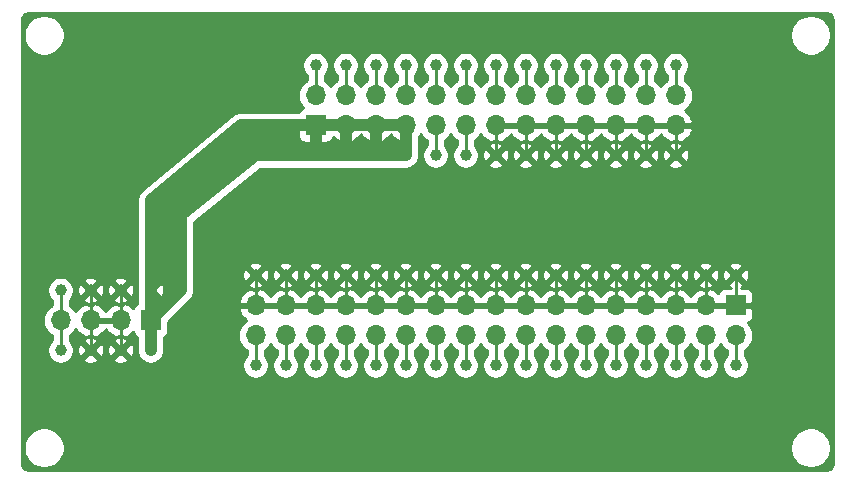
<source format=gbr>
G04 #@! TF.GenerationSoftware,KiCad,Pcbnew,(5.1.2)-2*
G04 #@! TF.CreationDate,2020-12-20T10:56:28+00:00*
G04 #@! TF.ProjectId,Roctec 26-pin to Amiga 34-pin Adapter,526f6374-6563-4203-9236-2d70696e2074,rev?*
G04 #@! TF.SameCoordinates,Original*
G04 #@! TF.FileFunction,Copper,L2,Bot*
G04 #@! TF.FilePolarity,Positive*
%FSLAX46Y46*%
G04 Gerber Fmt 4.6, Leading zero omitted, Abs format (unit mm)*
G04 Created by KiCad (PCBNEW (5.1.2)-2) date 2020-12-20 10:56:28*
%MOMM*%
%LPD*%
G04 APERTURE LIST*
%ADD10C,1.000000*%
%ADD11O,1.700000X1.700000*%
%ADD12R,1.700000X1.700000*%
%ADD13C,0.250000*%
%ADD14C,1.000000*%
%ADD15C,0.254000*%
G04 APERTURE END LIST*
D10*
X132080000Y-97790000D03*
X134620000Y-97790000D03*
X137160000Y-97790000D03*
X139700000Y-97790000D03*
X142240000Y-97790000D03*
X144780000Y-97790000D03*
X147320000Y-97790000D03*
X111760000Y-107950000D03*
X114300000Y-107950000D03*
X116840000Y-107950000D03*
X119380000Y-107950000D03*
X121920000Y-107950000D03*
X124460000Y-107950000D03*
X127000000Y-107950000D03*
X129540000Y-107950000D03*
X132080000Y-107950000D03*
X134620000Y-107950000D03*
X137160000Y-107950000D03*
X139700000Y-107950000D03*
X142240000Y-107950000D03*
X144780000Y-107950000D03*
X147320000Y-90170000D03*
X144780000Y-90170000D03*
X142240000Y-90170000D03*
X139700000Y-90170000D03*
X137160000Y-90170000D03*
X134620000Y-90170000D03*
X132080000Y-90170000D03*
X129540000Y-90170000D03*
X127000000Y-90170000D03*
X124460000Y-90170000D03*
X121920000Y-90170000D03*
X119380000Y-90170000D03*
X116840000Y-90170000D03*
X129540000Y-97790000D03*
X127000000Y-97790000D03*
X124460000Y-97790000D03*
X121920000Y-97790000D03*
X119380000Y-97790000D03*
X116840000Y-97790000D03*
X102870000Y-114300000D03*
X100330000Y-114300000D03*
X97790000Y-114300000D03*
X95250000Y-114300000D03*
X95250000Y-109220000D03*
X102870000Y-109220000D03*
X100330000Y-109220000D03*
X97790000Y-109220000D03*
X147320000Y-107950000D03*
X149860000Y-107950000D03*
X152400000Y-107950000D03*
X111760000Y-115570000D03*
X114300000Y-115570000D03*
X116840000Y-115570000D03*
X119380000Y-115570000D03*
X121920000Y-115570000D03*
X124460000Y-115570000D03*
X127000000Y-115570000D03*
X129540000Y-115570000D03*
X132080000Y-115570000D03*
X134620000Y-115570000D03*
X137160000Y-115570000D03*
X139700000Y-115570000D03*
X142240000Y-115570000D03*
X144780000Y-115570000D03*
X147320000Y-115570000D03*
X149860000Y-115570000D03*
X152400000Y-115570000D03*
D11*
X111760000Y-113030000D03*
X111760000Y-110490000D03*
X114300000Y-113030000D03*
X114300000Y-110490000D03*
X116840000Y-113030000D03*
X116840000Y-110490000D03*
X119380000Y-113030000D03*
X119380000Y-110490000D03*
X121920000Y-113030000D03*
X121920000Y-110490000D03*
X124460000Y-113030000D03*
X124460000Y-110490000D03*
X127000000Y-113030000D03*
X127000000Y-110490000D03*
X129540000Y-113030000D03*
X129540000Y-110490000D03*
X132080000Y-113030000D03*
X132080000Y-110490000D03*
X134620000Y-113030000D03*
X134620000Y-110490000D03*
X137160000Y-113030000D03*
X137160000Y-110490000D03*
X139700000Y-113030000D03*
X139700000Y-110490000D03*
X142240000Y-113030000D03*
X142240000Y-110490000D03*
X144780000Y-113030000D03*
X144780000Y-110490000D03*
X147320000Y-113030000D03*
X147320000Y-110490000D03*
X149860000Y-113030000D03*
X149860000Y-110490000D03*
X152400000Y-113030000D03*
D12*
X152400000Y-110490000D03*
D11*
X147320000Y-92710000D03*
X147320000Y-95250000D03*
X144780000Y-92710000D03*
X144780000Y-95250000D03*
X142240000Y-92710000D03*
X142240000Y-95250000D03*
X139700000Y-92710000D03*
X139700000Y-95250000D03*
X137160000Y-92710000D03*
X137160000Y-95250000D03*
X134620000Y-92710000D03*
X134620000Y-95250000D03*
X132080000Y-92710000D03*
X132080000Y-95250000D03*
X129540000Y-92710000D03*
X129540000Y-95250000D03*
X127000000Y-92710000D03*
X127000000Y-95250000D03*
X124460000Y-92710000D03*
X124460000Y-95250000D03*
X121920000Y-92710000D03*
X121920000Y-95250000D03*
X119380000Y-92710000D03*
X119380000Y-95250000D03*
X116840000Y-92710000D03*
D12*
X116840000Y-95250000D03*
D11*
X95250000Y-111760000D03*
X97790000Y-111760000D03*
X100330000Y-111760000D03*
D12*
X102870000Y-111760000D03*
D13*
X114300000Y-113030000D02*
X114300000Y-115570000D01*
X147320000Y-92710000D02*
X147320000Y-90170000D01*
X111760000Y-110490000D02*
X111760000Y-107950000D01*
X114300000Y-107950000D02*
X114300000Y-110490000D01*
X116840000Y-107950000D02*
X116840000Y-110490000D01*
X119380000Y-107950000D02*
X119380000Y-110490000D01*
X121920000Y-107950000D02*
X121920000Y-110490000D01*
X124460000Y-107950000D02*
X124460000Y-110490000D01*
X127000000Y-107950000D02*
X127000000Y-110490000D01*
X129540000Y-107950000D02*
X129540000Y-110490000D01*
X132080000Y-107950000D02*
X132080000Y-110490000D01*
X134620000Y-107950000D02*
X134620000Y-110490000D01*
X137160000Y-107950000D02*
X137160000Y-110490000D01*
X139700000Y-107950000D02*
X139700000Y-110490000D01*
X142240000Y-107950000D02*
X142240000Y-110490000D01*
X144780000Y-107950000D02*
X144780000Y-110490000D01*
X147320000Y-107950000D02*
X147320000Y-110490000D01*
X149860000Y-107950000D02*
X149860000Y-110490000D01*
X152400000Y-107950000D02*
X152400000Y-110490000D01*
X132080000Y-95250000D02*
X132080000Y-97790000D01*
X134620000Y-95250000D02*
X134620000Y-97790000D01*
X137160000Y-95250000D02*
X137160000Y-97790000D01*
X139700000Y-95250000D02*
X139700000Y-97790000D01*
X142240000Y-95250000D02*
X142240000Y-97790000D01*
X144780000Y-95250000D02*
X144780000Y-97790000D01*
X147320000Y-95250000D02*
X147320000Y-97790000D01*
X97790000Y-111760000D02*
X97790000Y-114300000D01*
X100330000Y-111760000D02*
X100330000Y-114300000D01*
X97790000Y-111760000D02*
X97790000Y-109220000D01*
X100330000Y-111760000D02*
X100330000Y-109220000D01*
X116840000Y-113030000D02*
X116840000Y-115570000D01*
X144780000Y-92710000D02*
X144780000Y-90170000D01*
X142240000Y-92710000D02*
X142240000Y-90170000D01*
X119380000Y-113030000D02*
X119380000Y-115570000D01*
X139700000Y-92710000D02*
X139700000Y-90170000D01*
X121920000Y-113030000D02*
X121920000Y-115570000D01*
X137160000Y-92710000D02*
X137160000Y-90170000D01*
X124460000Y-113030000D02*
X124460000Y-115570000D01*
X134620000Y-92710000D02*
X134620000Y-90170000D01*
X127000000Y-113030000D02*
X127000000Y-115570000D01*
X132080000Y-92710000D02*
X132080000Y-90170000D01*
X129540000Y-113030000D02*
X129540000Y-115570000D01*
X129540000Y-92710000D02*
X129540000Y-90170000D01*
X132080000Y-113030000D02*
X132080000Y-115570000D01*
X129540000Y-95250000D02*
X129540000Y-97790000D01*
X127000000Y-92710000D02*
X127000000Y-90170000D01*
X134620000Y-113030000D02*
X134620000Y-115570000D01*
X149860000Y-113030000D02*
X149860000Y-115570000D01*
X127000000Y-95250000D02*
X127000000Y-97790000D01*
X111760000Y-113030000D02*
X111760000Y-115570000D01*
X124460000Y-90170000D02*
X124460000Y-92710000D01*
D14*
X124460000Y-95250000D02*
X116840000Y-95250000D01*
X102870000Y-111760000D02*
X102870000Y-114300000D01*
X121920000Y-95250000D02*
X121920000Y-97790000D01*
X124460000Y-95250000D02*
X124460000Y-97790000D01*
X119380000Y-95250000D02*
X119380000Y-97790000D01*
X116840000Y-95250000D02*
X116840000Y-97790000D01*
X116840000Y-97790000D02*
X124460000Y-97790000D01*
X105410000Y-109220000D02*
X102870000Y-111760000D01*
X105410000Y-102870000D02*
X105410000Y-109220000D01*
X116840000Y-97790000D02*
X111760000Y-97790000D01*
X111760000Y-97790000D02*
X105410000Y-102870000D01*
X102870000Y-101600000D02*
X102870000Y-111760000D01*
X116840000Y-95250000D02*
X110490000Y-95250000D01*
X110490000Y-95250000D02*
X102870000Y-101600000D01*
D13*
X121920000Y-92710000D02*
X121920000Y-90170000D01*
X152400000Y-113030000D02*
X152400000Y-115570000D01*
X119380000Y-92710000D02*
X119380000Y-90170000D01*
X142240000Y-113030000D02*
X142240000Y-115570000D01*
X116840000Y-92710000D02*
X116840000Y-90170000D01*
X144780000Y-113030000D02*
X144780000Y-115570000D01*
X137160000Y-113030000D02*
X137160000Y-115570000D01*
X139700000Y-113030000D02*
X139700000Y-115570000D01*
X147320000Y-113030000D02*
X147320000Y-115570000D01*
X95250000Y-109220000D02*
X95250000Y-111760000D01*
X95250000Y-114300000D02*
X95250000Y-111760000D01*
D15*
G36*
X160137869Y-85764722D02*
G01*
X160251246Y-85798953D01*
X160355819Y-85854555D01*
X160447596Y-85929407D01*
X160523091Y-86020664D01*
X160579419Y-86124844D01*
X160614440Y-86237976D01*
X160630000Y-86386022D01*
X160630001Y-123792711D01*
X160615278Y-123942869D01*
X160581047Y-124056246D01*
X160525446Y-124160817D01*
X160450594Y-124252595D01*
X160359335Y-124328091D01*
X160255160Y-124384419D01*
X160142024Y-124419440D01*
X159993979Y-124435000D01*
X92615279Y-124435000D01*
X92465131Y-124420278D01*
X92351754Y-124386047D01*
X92247183Y-124330446D01*
X92155405Y-124255594D01*
X92079909Y-124164335D01*
X92023581Y-124060160D01*
X91988560Y-123947024D01*
X91973000Y-123798979D01*
X91973000Y-122384117D01*
X92118000Y-122384117D01*
X92118000Y-122725883D01*
X92184675Y-123061081D01*
X92315463Y-123376831D01*
X92505337Y-123660998D01*
X92747002Y-123902663D01*
X93031169Y-124092537D01*
X93346919Y-124223325D01*
X93682117Y-124290000D01*
X94023883Y-124290000D01*
X94359081Y-124223325D01*
X94674831Y-124092537D01*
X94958998Y-123902663D01*
X95200663Y-123660998D01*
X95390537Y-123376831D01*
X95521325Y-123061081D01*
X95588000Y-122725883D01*
X95588000Y-122384117D01*
X157015000Y-122384117D01*
X157015000Y-122725883D01*
X157081675Y-123061081D01*
X157212463Y-123376831D01*
X157402337Y-123660998D01*
X157644002Y-123902663D01*
X157928169Y-124092537D01*
X158243919Y-124223325D01*
X158579117Y-124290000D01*
X158920883Y-124290000D01*
X159256081Y-124223325D01*
X159571831Y-124092537D01*
X159855998Y-123902663D01*
X160097663Y-123660998D01*
X160287537Y-123376831D01*
X160418325Y-123061081D01*
X160485000Y-122725883D01*
X160485000Y-122384117D01*
X160418325Y-122048919D01*
X160287537Y-121733169D01*
X160097663Y-121449002D01*
X159855998Y-121207337D01*
X159571831Y-121017463D01*
X159256081Y-120886675D01*
X158920883Y-120820000D01*
X158579117Y-120820000D01*
X158243919Y-120886675D01*
X157928169Y-121017463D01*
X157644002Y-121207337D01*
X157402337Y-121449002D01*
X157212463Y-121733169D01*
X157081675Y-122048919D01*
X157015000Y-122384117D01*
X95588000Y-122384117D01*
X95521325Y-122048919D01*
X95390537Y-121733169D01*
X95200663Y-121449002D01*
X94958998Y-121207337D01*
X94674831Y-121017463D01*
X94359081Y-120886675D01*
X94023883Y-120820000D01*
X93682117Y-120820000D01*
X93346919Y-120886675D01*
X93031169Y-121017463D01*
X92747002Y-121207337D01*
X92505337Y-121449002D01*
X92315463Y-121733169D01*
X92184675Y-122048919D01*
X92118000Y-122384117D01*
X91973000Y-122384117D01*
X91973000Y-111760000D01*
X93757815Y-111760000D01*
X93786487Y-112051111D01*
X93871401Y-112331034D01*
X94009294Y-112589014D01*
X94194866Y-112815134D01*
X94420986Y-113000706D01*
X94490000Y-113037595D01*
X94490000Y-113454868D01*
X94368388Y-113576480D01*
X94244176Y-113762376D01*
X94158617Y-113968933D01*
X94115000Y-114188212D01*
X94115000Y-114411788D01*
X94158617Y-114631067D01*
X94244176Y-114837624D01*
X94368388Y-115023520D01*
X94526480Y-115181612D01*
X94712376Y-115305824D01*
X94918933Y-115391383D01*
X95138212Y-115435000D01*
X95361788Y-115435000D01*
X95581067Y-115391383D01*
X95787624Y-115305824D01*
X95973520Y-115181612D01*
X96076966Y-115078166D01*
X97191439Y-115078166D01*
X97226550Y-115291588D01*
X97430826Y-115382458D01*
X97648905Y-115431731D01*
X97872406Y-115437511D01*
X98092740Y-115399577D01*
X98301440Y-115319387D01*
X98353450Y-115291588D01*
X98388561Y-115078166D01*
X99731439Y-115078166D01*
X99766550Y-115291588D01*
X99970826Y-115382458D01*
X100188905Y-115431731D01*
X100412406Y-115437511D01*
X100632740Y-115399577D01*
X100841440Y-115319387D01*
X100893450Y-115291588D01*
X100928561Y-115078166D01*
X100330000Y-114479605D01*
X99731439Y-115078166D01*
X98388561Y-115078166D01*
X97790000Y-114479605D01*
X97191439Y-115078166D01*
X96076966Y-115078166D01*
X96131612Y-115023520D01*
X96255824Y-114837624D01*
X96341383Y-114631067D01*
X96385000Y-114411788D01*
X96385000Y-114382406D01*
X96652489Y-114382406D01*
X96690423Y-114602740D01*
X96770613Y-114811440D01*
X96798412Y-114863450D01*
X97011834Y-114898561D01*
X97610395Y-114300000D01*
X97969605Y-114300000D01*
X98568166Y-114898561D01*
X98781588Y-114863450D01*
X98872458Y-114659174D01*
X98921731Y-114441095D01*
X98923248Y-114382406D01*
X99192489Y-114382406D01*
X99230423Y-114602740D01*
X99310613Y-114811440D01*
X99338412Y-114863450D01*
X99551834Y-114898561D01*
X100150395Y-114300000D01*
X100509605Y-114300000D01*
X101108166Y-114898561D01*
X101321588Y-114863450D01*
X101412458Y-114659174D01*
X101461731Y-114441095D01*
X101467511Y-114217594D01*
X101429577Y-113997260D01*
X101349387Y-113788560D01*
X101321588Y-113736550D01*
X101108166Y-113701439D01*
X100509605Y-114300000D01*
X100150395Y-114300000D01*
X99551834Y-113701439D01*
X99338412Y-113736550D01*
X99247542Y-113940826D01*
X99198269Y-114158905D01*
X99192489Y-114382406D01*
X98923248Y-114382406D01*
X98927511Y-114217594D01*
X98889577Y-113997260D01*
X98809387Y-113788560D01*
X98781588Y-113736550D01*
X98568166Y-113701439D01*
X97969605Y-114300000D01*
X97610395Y-114300000D01*
X97011834Y-113701439D01*
X96798412Y-113736550D01*
X96707542Y-113940826D01*
X96658269Y-114158905D01*
X96652489Y-114382406D01*
X96385000Y-114382406D01*
X96385000Y-114188212D01*
X96341383Y-113968933D01*
X96255824Y-113762376D01*
X96131612Y-113576480D01*
X96010000Y-113454868D01*
X96010000Y-113037595D01*
X96079014Y-113000706D01*
X96305134Y-112815134D01*
X96490706Y-112589014D01*
X96525201Y-112524477D01*
X96594822Y-112641355D01*
X96789731Y-112857588D01*
X97023080Y-113031641D01*
X97285901Y-113156825D01*
X97433110Y-113201476D01*
X97662998Y-113080156D01*
X97662998Y-113170167D01*
X97487260Y-113200423D01*
X97278560Y-113280613D01*
X97226550Y-113308412D01*
X97191439Y-113521834D01*
X97790000Y-114120395D01*
X98388561Y-113521834D01*
X98353450Y-113308412D01*
X98149174Y-113217542D01*
X97931095Y-113168269D01*
X97917002Y-113167905D01*
X97917002Y-113080156D01*
X98146890Y-113201476D01*
X98294099Y-113156825D01*
X98556920Y-113031641D01*
X98790269Y-112857588D01*
X98985178Y-112641355D01*
X99060000Y-112515745D01*
X99134822Y-112641355D01*
X99329731Y-112857588D01*
X99563080Y-113031641D01*
X99825901Y-113156825D01*
X99973110Y-113201476D01*
X100202998Y-113080156D01*
X100202998Y-113170167D01*
X100027260Y-113200423D01*
X99818560Y-113280613D01*
X99766550Y-113308412D01*
X99731439Y-113521834D01*
X100330000Y-114120395D01*
X100928561Y-113521834D01*
X100893450Y-113308412D01*
X100689174Y-113217542D01*
X100471095Y-113168269D01*
X100457002Y-113167905D01*
X100457002Y-113080156D01*
X100686890Y-113201476D01*
X100834099Y-113156825D01*
X101096920Y-113031641D01*
X101330269Y-112857588D01*
X101406034Y-112773534D01*
X101430498Y-112854180D01*
X101489463Y-112964494D01*
X101568815Y-113061185D01*
X101665506Y-113140537D01*
X101735001Y-113177683D01*
X101735001Y-114188207D01*
X101735000Y-114188212D01*
X101735000Y-114411788D01*
X101745934Y-114466757D01*
X101751424Y-114522499D01*
X101767683Y-114576096D01*
X101778617Y-114631067D01*
X101800067Y-114682851D01*
X101816325Y-114736447D01*
X101842728Y-114785843D01*
X101864176Y-114837624D01*
X101895312Y-114884222D01*
X101921717Y-114933623D01*
X101957254Y-114976925D01*
X101988388Y-115023520D01*
X102028014Y-115063146D01*
X102063552Y-115106449D01*
X102106855Y-115141987D01*
X102146480Y-115181612D01*
X102193074Y-115212745D01*
X102236378Y-115248284D01*
X102285782Y-115274691D01*
X102332376Y-115305824D01*
X102384153Y-115327271D01*
X102433554Y-115353676D01*
X102487155Y-115369936D01*
X102538933Y-115391383D01*
X102593897Y-115402316D01*
X102647502Y-115418577D01*
X102703252Y-115424068D01*
X102758212Y-115435000D01*
X102814249Y-115435000D01*
X102870000Y-115440491D01*
X102925752Y-115435000D01*
X102981788Y-115435000D01*
X103036747Y-115424068D01*
X103092499Y-115418577D01*
X103146106Y-115402315D01*
X103201067Y-115391383D01*
X103252842Y-115369937D01*
X103306447Y-115353676D01*
X103355851Y-115327269D01*
X103407624Y-115305824D01*
X103454214Y-115274693D01*
X103503623Y-115248284D01*
X103546932Y-115212741D01*
X103593520Y-115181612D01*
X103633141Y-115141991D01*
X103676449Y-115106449D01*
X103711991Y-115063141D01*
X103751612Y-115023520D01*
X103782741Y-114976932D01*
X103818284Y-114933623D01*
X103844693Y-114884214D01*
X103875824Y-114837624D01*
X103897269Y-114785851D01*
X103923676Y-114736447D01*
X103939937Y-114682842D01*
X103961383Y-114631067D01*
X103972315Y-114576106D01*
X103988577Y-114522499D01*
X103994068Y-114466747D01*
X104005000Y-114411788D01*
X104005000Y-113177683D01*
X104074494Y-113140537D01*
X104171185Y-113061185D01*
X104196777Y-113030000D01*
X110267815Y-113030000D01*
X110296487Y-113321111D01*
X110381401Y-113601034D01*
X110519294Y-113859014D01*
X110704866Y-114085134D01*
X110930986Y-114270706D01*
X111000001Y-114307595D01*
X111000001Y-114724867D01*
X110878388Y-114846480D01*
X110754176Y-115032376D01*
X110668617Y-115238933D01*
X110625000Y-115458212D01*
X110625000Y-115681788D01*
X110668617Y-115901067D01*
X110754176Y-116107624D01*
X110878388Y-116293520D01*
X111036480Y-116451612D01*
X111222376Y-116575824D01*
X111428933Y-116661383D01*
X111648212Y-116705000D01*
X111871788Y-116705000D01*
X112091067Y-116661383D01*
X112297624Y-116575824D01*
X112483520Y-116451612D01*
X112641612Y-116293520D01*
X112765824Y-116107624D01*
X112851383Y-115901067D01*
X112895000Y-115681788D01*
X112895000Y-115458212D01*
X112851383Y-115238933D01*
X112765824Y-115032376D01*
X112641612Y-114846480D01*
X112520000Y-114724868D01*
X112520000Y-114307595D01*
X112589014Y-114270706D01*
X112815134Y-114085134D01*
X113000706Y-113859014D01*
X113030000Y-113804209D01*
X113059294Y-113859014D01*
X113244866Y-114085134D01*
X113470986Y-114270706D01*
X113540001Y-114307595D01*
X113540001Y-114724867D01*
X113418388Y-114846480D01*
X113294176Y-115032376D01*
X113208617Y-115238933D01*
X113165000Y-115458212D01*
X113165000Y-115681788D01*
X113208617Y-115901067D01*
X113294176Y-116107624D01*
X113418388Y-116293520D01*
X113576480Y-116451612D01*
X113762376Y-116575824D01*
X113968933Y-116661383D01*
X114188212Y-116705000D01*
X114411788Y-116705000D01*
X114631067Y-116661383D01*
X114837624Y-116575824D01*
X115023520Y-116451612D01*
X115181612Y-116293520D01*
X115305824Y-116107624D01*
X115391383Y-115901067D01*
X115435000Y-115681788D01*
X115435000Y-115458212D01*
X115391383Y-115238933D01*
X115305824Y-115032376D01*
X115181612Y-114846480D01*
X115060000Y-114724868D01*
X115060000Y-114307595D01*
X115129014Y-114270706D01*
X115355134Y-114085134D01*
X115540706Y-113859014D01*
X115570000Y-113804209D01*
X115599294Y-113859014D01*
X115784866Y-114085134D01*
X116010986Y-114270706D01*
X116080001Y-114307595D01*
X116080001Y-114724867D01*
X115958388Y-114846480D01*
X115834176Y-115032376D01*
X115748617Y-115238933D01*
X115705000Y-115458212D01*
X115705000Y-115681788D01*
X115748617Y-115901067D01*
X115834176Y-116107624D01*
X115958388Y-116293520D01*
X116116480Y-116451612D01*
X116302376Y-116575824D01*
X116508933Y-116661383D01*
X116728212Y-116705000D01*
X116951788Y-116705000D01*
X117171067Y-116661383D01*
X117377624Y-116575824D01*
X117563520Y-116451612D01*
X117721612Y-116293520D01*
X117845824Y-116107624D01*
X117931383Y-115901067D01*
X117975000Y-115681788D01*
X117975000Y-115458212D01*
X117931383Y-115238933D01*
X117845824Y-115032376D01*
X117721612Y-114846480D01*
X117600000Y-114724868D01*
X117600000Y-114307595D01*
X117669014Y-114270706D01*
X117895134Y-114085134D01*
X118080706Y-113859014D01*
X118110000Y-113804209D01*
X118139294Y-113859014D01*
X118324866Y-114085134D01*
X118550986Y-114270706D01*
X118620001Y-114307595D01*
X118620001Y-114724867D01*
X118498388Y-114846480D01*
X118374176Y-115032376D01*
X118288617Y-115238933D01*
X118245000Y-115458212D01*
X118245000Y-115681788D01*
X118288617Y-115901067D01*
X118374176Y-116107624D01*
X118498388Y-116293520D01*
X118656480Y-116451612D01*
X118842376Y-116575824D01*
X119048933Y-116661383D01*
X119268212Y-116705000D01*
X119491788Y-116705000D01*
X119711067Y-116661383D01*
X119917624Y-116575824D01*
X120103520Y-116451612D01*
X120261612Y-116293520D01*
X120385824Y-116107624D01*
X120471383Y-115901067D01*
X120515000Y-115681788D01*
X120515000Y-115458212D01*
X120471383Y-115238933D01*
X120385824Y-115032376D01*
X120261612Y-114846480D01*
X120140000Y-114724868D01*
X120140000Y-114307595D01*
X120209014Y-114270706D01*
X120435134Y-114085134D01*
X120620706Y-113859014D01*
X120650000Y-113804209D01*
X120679294Y-113859014D01*
X120864866Y-114085134D01*
X121090986Y-114270706D01*
X121160001Y-114307595D01*
X121160001Y-114724867D01*
X121038388Y-114846480D01*
X120914176Y-115032376D01*
X120828617Y-115238933D01*
X120785000Y-115458212D01*
X120785000Y-115681788D01*
X120828617Y-115901067D01*
X120914176Y-116107624D01*
X121038388Y-116293520D01*
X121196480Y-116451612D01*
X121382376Y-116575824D01*
X121588933Y-116661383D01*
X121808212Y-116705000D01*
X122031788Y-116705000D01*
X122251067Y-116661383D01*
X122457624Y-116575824D01*
X122643520Y-116451612D01*
X122801612Y-116293520D01*
X122925824Y-116107624D01*
X123011383Y-115901067D01*
X123055000Y-115681788D01*
X123055000Y-115458212D01*
X123011383Y-115238933D01*
X122925824Y-115032376D01*
X122801612Y-114846480D01*
X122680000Y-114724868D01*
X122680000Y-114307595D01*
X122749014Y-114270706D01*
X122975134Y-114085134D01*
X123160706Y-113859014D01*
X123190000Y-113804209D01*
X123219294Y-113859014D01*
X123404866Y-114085134D01*
X123630986Y-114270706D01*
X123700001Y-114307595D01*
X123700001Y-114724867D01*
X123578388Y-114846480D01*
X123454176Y-115032376D01*
X123368617Y-115238933D01*
X123325000Y-115458212D01*
X123325000Y-115681788D01*
X123368617Y-115901067D01*
X123454176Y-116107624D01*
X123578388Y-116293520D01*
X123736480Y-116451612D01*
X123922376Y-116575824D01*
X124128933Y-116661383D01*
X124348212Y-116705000D01*
X124571788Y-116705000D01*
X124791067Y-116661383D01*
X124997624Y-116575824D01*
X125183520Y-116451612D01*
X125341612Y-116293520D01*
X125465824Y-116107624D01*
X125551383Y-115901067D01*
X125595000Y-115681788D01*
X125595000Y-115458212D01*
X125551383Y-115238933D01*
X125465824Y-115032376D01*
X125341612Y-114846480D01*
X125220000Y-114724868D01*
X125220000Y-114307595D01*
X125289014Y-114270706D01*
X125515134Y-114085134D01*
X125700706Y-113859014D01*
X125730000Y-113804209D01*
X125759294Y-113859014D01*
X125944866Y-114085134D01*
X126170986Y-114270706D01*
X126240001Y-114307595D01*
X126240001Y-114724867D01*
X126118388Y-114846480D01*
X125994176Y-115032376D01*
X125908617Y-115238933D01*
X125865000Y-115458212D01*
X125865000Y-115681788D01*
X125908617Y-115901067D01*
X125994176Y-116107624D01*
X126118388Y-116293520D01*
X126276480Y-116451612D01*
X126462376Y-116575824D01*
X126668933Y-116661383D01*
X126888212Y-116705000D01*
X127111788Y-116705000D01*
X127331067Y-116661383D01*
X127537624Y-116575824D01*
X127723520Y-116451612D01*
X127881612Y-116293520D01*
X128005824Y-116107624D01*
X128091383Y-115901067D01*
X128135000Y-115681788D01*
X128135000Y-115458212D01*
X128091383Y-115238933D01*
X128005824Y-115032376D01*
X127881612Y-114846480D01*
X127760000Y-114724868D01*
X127760000Y-114307595D01*
X127829014Y-114270706D01*
X128055134Y-114085134D01*
X128240706Y-113859014D01*
X128270000Y-113804209D01*
X128299294Y-113859014D01*
X128484866Y-114085134D01*
X128710986Y-114270706D01*
X128780001Y-114307595D01*
X128780001Y-114724867D01*
X128658388Y-114846480D01*
X128534176Y-115032376D01*
X128448617Y-115238933D01*
X128405000Y-115458212D01*
X128405000Y-115681788D01*
X128448617Y-115901067D01*
X128534176Y-116107624D01*
X128658388Y-116293520D01*
X128816480Y-116451612D01*
X129002376Y-116575824D01*
X129208933Y-116661383D01*
X129428212Y-116705000D01*
X129651788Y-116705000D01*
X129871067Y-116661383D01*
X130077624Y-116575824D01*
X130263520Y-116451612D01*
X130421612Y-116293520D01*
X130545824Y-116107624D01*
X130631383Y-115901067D01*
X130675000Y-115681788D01*
X130675000Y-115458212D01*
X130631383Y-115238933D01*
X130545824Y-115032376D01*
X130421612Y-114846480D01*
X130300000Y-114724868D01*
X130300000Y-114307595D01*
X130369014Y-114270706D01*
X130595134Y-114085134D01*
X130780706Y-113859014D01*
X130810000Y-113804209D01*
X130839294Y-113859014D01*
X131024866Y-114085134D01*
X131250986Y-114270706D01*
X131320001Y-114307595D01*
X131320001Y-114724867D01*
X131198388Y-114846480D01*
X131074176Y-115032376D01*
X130988617Y-115238933D01*
X130945000Y-115458212D01*
X130945000Y-115681788D01*
X130988617Y-115901067D01*
X131074176Y-116107624D01*
X131198388Y-116293520D01*
X131356480Y-116451612D01*
X131542376Y-116575824D01*
X131748933Y-116661383D01*
X131968212Y-116705000D01*
X132191788Y-116705000D01*
X132411067Y-116661383D01*
X132617624Y-116575824D01*
X132803520Y-116451612D01*
X132961612Y-116293520D01*
X133085824Y-116107624D01*
X133171383Y-115901067D01*
X133215000Y-115681788D01*
X133215000Y-115458212D01*
X133171383Y-115238933D01*
X133085824Y-115032376D01*
X132961612Y-114846480D01*
X132840000Y-114724868D01*
X132840000Y-114307595D01*
X132909014Y-114270706D01*
X133135134Y-114085134D01*
X133320706Y-113859014D01*
X133350000Y-113804209D01*
X133379294Y-113859014D01*
X133564866Y-114085134D01*
X133790986Y-114270706D01*
X133860001Y-114307595D01*
X133860001Y-114724867D01*
X133738388Y-114846480D01*
X133614176Y-115032376D01*
X133528617Y-115238933D01*
X133485000Y-115458212D01*
X133485000Y-115681788D01*
X133528617Y-115901067D01*
X133614176Y-116107624D01*
X133738388Y-116293520D01*
X133896480Y-116451612D01*
X134082376Y-116575824D01*
X134288933Y-116661383D01*
X134508212Y-116705000D01*
X134731788Y-116705000D01*
X134951067Y-116661383D01*
X135157624Y-116575824D01*
X135343520Y-116451612D01*
X135501612Y-116293520D01*
X135625824Y-116107624D01*
X135711383Y-115901067D01*
X135755000Y-115681788D01*
X135755000Y-115458212D01*
X135711383Y-115238933D01*
X135625824Y-115032376D01*
X135501612Y-114846480D01*
X135380000Y-114724868D01*
X135380000Y-114307595D01*
X135449014Y-114270706D01*
X135675134Y-114085134D01*
X135860706Y-113859014D01*
X135890000Y-113804209D01*
X135919294Y-113859014D01*
X136104866Y-114085134D01*
X136330986Y-114270706D01*
X136400001Y-114307595D01*
X136400001Y-114724867D01*
X136278388Y-114846480D01*
X136154176Y-115032376D01*
X136068617Y-115238933D01*
X136025000Y-115458212D01*
X136025000Y-115681788D01*
X136068617Y-115901067D01*
X136154176Y-116107624D01*
X136278388Y-116293520D01*
X136436480Y-116451612D01*
X136622376Y-116575824D01*
X136828933Y-116661383D01*
X137048212Y-116705000D01*
X137271788Y-116705000D01*
X137491067Y-116661383D01*
X137697624Y-116575824D01*
X137883520Y-116451612D01*
X138041612Y-116293520D01*
X138165824Y-116107624D01*
X138251383Y-115901067D01*
X138295000Y-115681788D01*
X138295000Y-115458212D01*
X138251383Y-115238933D01*
X138165824Y-115032376D01*
X138041612Y-114846480D01*
X137920000Y-114724868D01*
X137920000Y-114307595D01*
X137989014Y-114270706D01*
X138215134Y-114085134D01*
X138400706Y-113859014D01*
X138430000Y-113804209D01*
X138459294Y-113859014D01*
X138644866Y-114085134D01*
X138870986Y-114270706D01*
X138940001Y-114307595D01*
X138940001Y-114724867D01*
X138818388Y-114846480D01*
X138694176Y-115032376D01*
X138608617Y-115238933D01*
X138565000Y-115458212D01*
X138565000Y-115681788D01*
X138608617Y-115901067D01*
X138694176Y-116107624D01*
X138818388Y-116293520D01*
X138976480Y-116451612D01*
X139162376Y-116575824D01*
X139368933Y-116661383D01*
X139588212Y-116705000D01*
X139811788Y-116705000D01*
X140031067Y-116661383D01*
X140237624Y-116575824D01*
X140423520Y-116451612D01*
X140581612Y-116293520D01*
X140705824Y-116107624D01*
X140791383Y-115901067D01*
X140835000Y-115681788D01*
X140835000Y-115458212D01*
X140791383Y-115238933D01*
X140705824Y-115032376D01*
X140581612Y-114846480D01*
X140460000Y-114724868D01*
X140460000Y-114307595D01*
X140529014Y-114270706D01*
X140755134Y-114085134D01*
X140940706Y-113859014D01*
X140970000Y-113804209D01*
X140999294Y-113859014D01*
X141184866Y-114085134D01*
X141410986Y-114270706D01*
X141480001Y-114307595D01*
X141480001Y-114724867D01*
X141358388Y-114846480D01*
X141234176Y-115032376D01*
X141148617Y-115238933D01*
X141105000Y-115458212D01*
X141105000Y-115681788D01*
X141148617Y-115901067D01*
X141234176Y-116107624D01*
X141358388Y-116293520D01*
X141516480Y-116451612D01*
X141702376Y-116575824D01*
X141908933Y-116661383D01*
X142128212Y-116705000D01*
X142351788Y-116705000D01*
X142571067Y-116661383D01*
X142777624Y-116575824D01*
X142963520Y-116451612D01*
X143121612Y-116293520D01*
X143245824Y-116107624D01*
X143331383Y-115901067D01*
X143375000Y-115681788D01*
X143375000Y-115458212D01*
X143331383Y-115238933D01*
X143245824Y-115032376D01*
X143121612Y-114846480D01*
X143000000Y-114724868D01*
X143000000Y-114307595D01*
X143069014Y-114270706D01*
X143295134Y-114085134D01*
X143480706Y-113859014D01*
X143510000Y-113804209D01*
X143539294Y-113859014D01*
X143724866Y-114085134D01*
X143950986Y-114270706D01*
X144020001Y-114307595D01*
X144020001Y-114724867D01*
X143898388Y-114846480D01*
X143774176Y-115032376D01*
X143688617Y-115238933D01*
X143645000Y-115458212D01*
X143645000Y-115681788D01*
X143688617Y-115901067D01*
X143774176Y-116107624D01*
X143898388Y-116293520D01*
X144056480Y-116451612D01*
X144242376Y-116575824D01*
X144448933Y-116661383D01*
X144668212Y-116705000D01*
X144891788Y-116705000D01*
X145111067Y-116661383D01*
X145317624Y-116575824D01*
X145503520Y-116451612D01*
X145661612Y-116293520D01*
X145785824Y-116107624D01*
X145871383Y-115901067D01*
X145915000Y-115681788D01*
X145915000Y-115458212D01*
X145871383Y-115238933D01*
X145785824Y-115032376D01*
X145661612Y-114846480D01*
X145540000Y-114724868D01*
X145540000Y-114307595D01*
X145609014Y-114270706D01*
X145835134Y-114085134D01*
X146020706Y-113859014D01*
X146050000Y-113804209D01*
X146079294Y-113859014D01*
X146264866Y-114085134D01*
X146490986Y-114270706D01*
X146560001Y-114307595D01*
X146560001Y-114724867D01*
X146438388Y-114846480D01*
X146314176Y-115032376D01*
X146228617Y-115238933D01*
X146185000Y-115458212D01*
X146185000Y-115681788D01*
X146228617Y-115901067D01*
X146314176Y-116107624D01*
X146438388Y-116293520D01*
X146596480Y-116451612D01*
X146782376Y-116575824D01*
X146988933Y-116661383D01*
X147208212Y-116705000D01*
X147431788Y-116705000D01*
X147651067Y-116661383D01*
X147857624Y-116575824D01*
X148043520Y-116451612D01*
X148201612Y-116293520D01*
X148325824Y-116107624D01*
X148411383Y-115901067D01*
X148455000Y-115681788D01*
X148455000Y-115458212D01*
X148411383Y-115238933D01*
X148325824Y-115032376D01*
X148201612Y-114846480D01*
X148080000Y-114724868D01*
X148080000Y-114307595D01*
X148149014Y-114270706D01*
X148375134Y-114085134D01*
X148560706Y-113859014D01*
X148590000Y-113804209D01*
X148619294Y-113859014D01*
X148804866Y-114085134D01*
X149030986Y-114270706D01*
X149100001Y-114307595D01*
X149100001Y-114724867D01*
X148978388Y-114846480D01*
X148854176Y-115032376D01*
X148768617Y-115238933D01*
X148725000Y-115458212D01*
X148725000Y-115681788D01*
X148768617Y-115901067D01*
X148854176Y-116107624D01*
X148978388Y-116293520D01*
X149136480Y-116451612D01*
X149322376Y-116575824D01*
X149528933Y-116661383D01*
X149748212Y-116705000D01*
X149971788Y-116705000D01*
X150191067Y-116661383D01*
X150397624Y-116575824D01*
X150583520Y-116451612D01*
X150741612Y-116293520D01*
X150865824Y-116107624D01*
X150951383Y-115901067D01*
X150995000Y-115681788D01*
X150995000Y-115458212D01*
X150951383Y-115238933D01*
X150865824Y-115032376D01*
X150741612Y-114846480D01*
X150620000Y-114724868D01*
X150620000Y-114307595D01*
X150689014Y-114270706D01*
X150915134Y-114085134D01*
X151100706Y-113859014D01*
X151130000Y-113804209D01*
X151159294Y-113859014D01*
X151344866Y-114085134D01*
X151570986Y-114270706D01*
X151640001Y-114307595D01*
X151640001Y-114724867D01*
X151518388Y-114846480D01*
X151394176Y-115032376D01*
X151308617Y-115238933D01*
X151265000Y-115458212D01*
X151265000Y-115681788D01*
X151308617Y-115901067D01*
X151394176Y-116107624D01*
X151518388Y-116293520D01*
X151676480Y-116451612D01*
X151862376Y-116575824D01*
X152068933Y-116661383D01*
X152288212Y-116705000D01*
X152511788Y-116705000D01*
X152731067Y-116661383D01*
X152937624Y-116575824D01*
X153123520Y-116451612D01*
X153281612Y-116293520D01*
X153405824Y-116107624D01*
X153491383Y-115901067D01*
X153535000Y-115681788D01*
X153535000Y-115458212D01*
X153491383Y-115238933D01*
X153405824Y-115032376D01*
X153281612Y-114846480D01*
X153160000Y-114724868D01*
X153160000Y-114307595D01*
X153229014Y-114270706D01*
X153455134Y-114085134D01*
X153640706Y-113859014D01*
X153778599Y-113601034D01*
X153863513Y-113321111D01*
X153892185Y-113030000D01*
X153863513Y-112738889D01*
X153778599Y-112458966D01*
X153640706Y-112200986D01*
X153455134Y-111974866D01*
X153425313Y-111950393D01*
X153494180Y-111929502D01*
X153604494Y-111870537D01*
X153701185Y-111791185D01*
X153780537Y-111694494D01*
X153839502Y-111584180D01*
X153875812Y-111464482D01*
X153888072Y-111340000D01*
X153885000Y-110775750D01*
X153726250Y-110617000D01*
X152527000Y-110617000D01*
X152527000Y-110637000D01*
X152273000Y-110637000D01*
X152273000Y-110617000D01*
X149987000Y-110617000D01*
X149987000Y-110637000D01*
X149733000Y-110637000D01*
X149733000Y-110617000D01*
X147447000Y-110617000D01*
X147447000Y-110637000D01*
X147193000Y-110637000D01*
X147193000Y-110617000D01*
X144907000Y-110617000D01*
X144907000Y-110637000D01*
X144653000Y-110637000D01*
X144653000Y-110617000D01*
X142367000Y-110617000D01*
X142367000Y-110637000D01*
X142113000Y-110637000D01*
X142113000Y-110617000D01*
X139827000Y-110617000D01*
X139827000Y-110637000D01*
X139573000Y-110637000D01*
X139573000Y-110617000D01*
X137287000Y-110617000D01*
X137287000Y-110637000D01*
X137033000Y-110637000D01*
X137033000Y-110617000D01*
X134747000Y-110617000D01*
X134747000Y-110637000D01*
X134493000Y-110637000D01*
X134493000Y-110617000D01*
X132207000Y-110617000D01*
X132207000Y-110637000D01*
X131953000Y-110637000D01*
X131953000Y-110617000D01*
X129667000Y-110617000D01*
X129667000Y-110637000D01*
X129413000Y-110637000D01*
X129413000Y-110617000D01*
X127127000Y-110617000D01*
X127127000Y-110637000D01*
X126873000Y-110637000D01*
X126873000Y-110617000D01*
X124587000Y-110617000D01*
X124587000Y-110637000D01*
X124333000Y-110637000D01*
X124333000Y-110617000D01*
X122047000Y-110617000D01*
X122047000Y-110637000D01*
X121793000Y-110637000D01*
X121793000Y-110617000D01*
X119507000Y-110617000D01*
X119507000Y-110637000D01*
X119253000Y-110637000D01*
X119253000Y-110617000D01*
X116967000Y-110617000D01*
X116967000Y-110637000D01*
X116713000Y-110637000D01*
X116713000Y-110617000D01*
X114427000Y-110617000D01*
X114427000Y-110637000D01*
X114173000Y-110637000D01*
X114173000Y-110617000D01*
X111887000Y-110617000D01*
X111887000Y-110637000D01*
X111633000Y-110637000D01*
X111633000Y-110617000D01*
X110439186Y-110617000D01*
X110318519Y-110846891D01*
X110415843Y-111121252D01*
X110564822Y-111371355D01*
X110759731Y-111587588D01*
X110988756Y-111758416D01*
X110930986Y-111789294D01*
X110704866Y-111974866D01*
X110519294Y-112200986D01*
X110381401Y-112458966D01*
X110296487Y-112738889D01*
X110267815Y-113030000D01*
X104196777Y-113030000D01*
X104250537Y-112964494D01*
X104309502Y-112854180D01*
X104345812Y-112734482D01*
X104358072Y-112610000D01*
X104358072Y-111877059D01*
X106102022Y-110133109D01*
X110318519Y-110133109D01*
X110439186Y-110363000D01*
X111633000Y-110363000D01*
X111633000Y-110343000D01*
X111887000Y-110343000D01*
X111887000Y-110363000D01*
X114173000Y-110363000D01*
X114173000Y-110343000D01*
X114427000Y-110343000D01*
X114427000Y-110363000D01*
X116713000Y-110363000D01*
X116713000Y-110343000D01*
X116967000Y-110343000D01*
X116967000Y-110363000D01*
X119253000Y-110363000D01*
X119253000Y-110343000D01*
X119507000Y-110343000D01*
X119507000Y-110363000D01*
X121793000Y-110363000D01*
X121793000Y-110343000D01*
X122047000Y-110343000D01*
X122047000Y-110363000D01*
X124333000Y-110363000D01*
X124333000Y-110343000D01*
X124587000Y-110343000D01*
X124587000Y-110363000D01*
X126873000Y-110363000D01*
X126873000Y-110343000D01*
X127127000Y-110343000D01*
X127127000Y-110363000D01*
X129413000Y-110363000D01*
X129413000Y-110343000D01*
X129667000Y-110343000D01*
X129667000Y-110363000D01*
X131953000Y-110363000D01*
X131953000Y-110343000D01*
X132207000Y-110343000D01*
X132207000Y-110363000D01*
X134493000Y-110363000D01*
X134493000Y-110343000D01*
X134747000Y-110343000D01*
X134747000Y-110363000D01*
X137033000Y-110363000D01*
X137033000Y-110343000D01*
X137287000Y-110343000D01*
X137287000Y-110363000D01*
X139573000Y-110363000D01*
X139573000Y-110343000D01*
X139827000Y-110343000D01*
X139827000Y-110363000D01*
X142113000Y-110363000D01*
X142113000Y-110343000D01*
X142367000Y-110343000D01*
X142367000Y-110363000D01*
X144653000Y-110363000D01*
X144653000Y-110343000D01*
X144907000Y-110343000D01*
X144907000Y-110363000D01*
X147193000Y-110363000D01*
X147193000Y-110343000D01*
X147447000Y-110343000D01*
X147447000Y-110363000D01*
X149733000Y-110363000D01*
X149733000Y-110343000D01*
X149987000Y-110343000D01*
X149987000Y-110363000D01*
X152273000Y-110363000D01*
X152273000Y-110343000D01*
X152527000Y-110343000D01*
X152527000Y-110363000D01*
X153726250Y-110363000D01*
X153885000Y-110204250D01*
X153888072Y-109640000D01*
X153875812Y-109515518D01*
X153839502Y-109395820D01*
X153780537Y-109285506D01*
X153701185Y-109188815D01*
X153604494Y-109109463D01*
X153494180Y-109050498D01*
X153374482Y-109014188D01*
X153250000Y-109001928D01*
X152820666Y-109004265D01*
X152911440Y-108969387D01*
X152963450Y-108941588D01*
X152998561Y-108728166D01*
X152400000Y-108129605D01*
X151801439Y-108728166D01*
X151836550Y-108941588D01*
X151977426Y-109004255D01*
X151550000Y-109001928D01*
X151425518Y-109014188D01*
X151305820Y-109050498D01*
X151195506Y-109109463D01*
X151098815Y-109188815D01*
X151019463Y-109285506D01*
X150960498Y-109395820D01*
X150936034Y-109476466D01*
X150860269Y-109392412D01*
X150626920Y-109218359D01*
X150364099Y-109093175D01*
X150216890Y-109048524D01*
X149987002Y-109169844D01*
X149987002Y-109079833D01*
X150162740Y-109049577D01*
X150371440Y-108969387D01*
X150423450Y-108941588D01*
X150458561Y-108728166D01*
X149860000Y-108129605D01*
X149261439Y-108728166D01*
X149296550Y-108941588D01*
X149500826Y-109032458D01*
X149718905Y-109081731D01*
X149732998Y-109082095D01*
X149732998Y-109169844D01*
X149503110Y-109048524D01*
X149355901Y-109093175D01*
X149093080Y-109218359D01*
X148859731Y-109392412D01*
X148664822Y-109608645D01*
X148590000Y-109734255D01*
X148515178Y-109608645D01*
X148320269Y-109392412D01*
X148086920Y-109218359D01*
X147824099Y-109093175D01*
X147676890Y-109048524D01*
X147447002Y-109169844D01*
X147447002Y-109079833D01*
X147622740Y-109049577D01*
X147831440Y-108969387D01*
X147883450Y-108941588D01*
X147918561Y-108728166D01*
X147320000Y-108129605D01*
X146721439Y-108728166D01*
X146756550Y-108941588D01*
X146960826Y-109032458D01*
X147178905Y-109081731D01*
X147192998Y-109082095D01*
X147192998Y-109169844D01*
X146963110Y-109048524D01*
X146815901Y-109093175D01*
X146553080Y-109218359D01*
X146319731Y-109392412D01*
X146124822Y-109608645D01*
X146050000Y-109734255D01*
X145975178Y-109608645D01*
X145780269Y-109392412D01*
X145546920Y-109218359D01*
X145284099Y-109093175D01*
X145136890Y-109048524D01*
X144907002Y-109169844D01*
X144907002Y-109079833D01*
X145082740Y-109049577D01*
X145291440Y-108969387D01*
X145343450Y-108941588D01*
X145378561Y-108728166D01*
X144780000Y-108129605D01*
X144181439Y-108728166D01*
X144216550Y-108941588D01*
X144420826Y-109032458D01*
X144638905Y-109081731D01*
X144652998Y-109082095D01*
X144652998Y-109169844D01*
X144423110Y-109048524D01*
X144275901Y-109093175D01*
X144013080Y-109218359D01*
X143779731Y-109392412D01*
X143584822Y-109608645D01*
X143510000Y-109734255D01*
X143435178Y-109608645D01*
X143240269Y-109392412D01*
X143006920Y-109218359D01*
X142744099Y-109093175D01*
X142596890Y-109048524D01*
X142367002Y-109169844D01*
X142367002Y-109079833D01*
X142542740Y-109049577D01*
X142751440Y-108969387D01*
X142803450Y-108941588D01*
X142838561Y-108728166D01*
X142240000Y-108129605D01*
X141641439Y-108728166D01*
X141676550Y-108941588D01*
X141880826Y-109032458D01*
X142098905Y-109081731D01*
X142112998Y-109082095D01*
X142112998Y-109169844D01*
X141883110Y-109048524D01*
X141735901Y-109093175D01*
X141473080Y-109218359D01*
X141239731Y-109392412D01*
X141044822Y-109608645D01*
X140970000Y-109734255D01*
X140895178Y-109608645D01*
X140700269Y-109392412D01*
X140466920Y-109218359D01*
X140204099Y-109093175D01*
X140056890Y-109048524D01*
X139827002Y-109169844D01*
X139827002Y-109079833D01*
X140002740Y-109049577D01*
X140211440Y-108969387D01*
X140263450Y-108941588D01*
X140298561Y-108728166D01*
X139700000Y-108129605D01*
X139101439Y-108728166D01*
X139136550Y-108941588D01*
X139340826Y-109032458D01*
X139558905Y-109081731D01*
X139572998Y-109082095D01*
X139572998Y-109169844D01*
X139343110Y-109048524D01*
X139195901Y-109093175D01*
X138933080Y-109218359D01*
X138699731Y-109392412D01*
X138504822Y-109608645D01*
X138430000Y-109734255D01*
X138355178Y-109608645D01*
X138160269Y-109392412D01*
X137926920Y-109218359D01*
X137664099Y-109093175D01*
X137516890Y-109048524D01*
X137287002Y-109169844D01*
X137287002Y-109079833D01*
X137462740Y-109049577D01*
X137671440Y-108969387D01*
X137723450Y-108941588D01*
X137758561Y-108728166D01*
X137160000Y-108129605D01*
X136561439Y-108728166D01*
X136596550Y-108941588D01*
X136800826Y-109032458D01*
X137018905Y-109081731D01*
X137032998Y-109082095D01*
X137032998Y-109169844D01*
X136803110Y-109048524D01*
X136655901Y-109093175D01*
X136393080Y-109218359D01*
X136159731Y-109392412D01*
X135964822Y-109608645D01*
X135890000Y-109734255D01*
X135815178Y-109608645D01*
X135620269Y-109392412D01*
X135386920Y-109218359D01*
X135124099Y-109093175D01*
X134976890Y-109048524D01*
X134747002Y-109169844D01*
X134747002Y-109079833D01*
X134922740Y-109049577D01*
X135131440Y-108969387D01*
X135183450Y-108941588D01*
X135218561Y-108728166D01*
X134620000Y-108129605D01*
X134021439Y-108728166D01*
X134056550Y-108941588D01*
X134260826Y-109032458D01*
X134478905Y-109081731D01*
X134492998Y-109082095D01*
X134492998Y-109169844D01*
X134263110Y-109048524D01*
X134115901Y-109093175D01*
X133853080Y-109218359D01*
X133619731Y-109392412D01*
X133424822Y-109608645D01*
X133350000Y-109734255D01*
X133275178Y-109608645D01*
X133080269Y-109392412D01*
X132846920Y-109218359D01*
X132584099Y-109093175D01*
X132436890Y-109048524D01*
X132207002Y-109169844D01*
X132207002Y-109079833D01*
X132382740Y-109049577D01*
X132591440Y-108969387D01*
X132643450Y-108941588D01*
X132678561Y-108728166D01*
X132080000Y-108129605D01*
X131481439Y-108728166D01*
X131516550Y-108941588D01*
X131720826Y-109032458D01*
X131938905Y-109081731D01*
X131952998Y-109082095D01*
X131952998Y-109169844D01*
X131723110Y-109048524D01*
X131575901Y-109093175D01*
X131313080Y-109218359D01*
X131079731Y-109392412D01*
X130884822Y-109608645D01*
X130810000Y-109734255D01*
X130735178Y-109608645D01*
X130540269Y-109392412D01*
X130306920Y-109218359D01*
X130044099Y-109093175D01*
X129896890Y-109048524D01*
X129667002Y-109169844D01*
X129667002Y-109079833D01*
X129842740Y-109049577D01*
X130051440Y-108969387D01*
X130103450Y-108941588D01*
X130138561Y-108728166D01*
X129540000Y-108129605D01*
X128941439Y-108728166D01*
X128976550Y-108941588D01*
X129180826Y-109032458D01*
X129398905Y-109081731D01*
X129412998Y-109082095D01*
X129412998Y-109169844D01*
X129183110Y-109048524D01*
X129035901Y-109093175D01*
X128773080Y-109218359D01*
X128539731Y-109392412D01*
X128344822Y-109608645D01*
X128270000Y-109734255D01*
X128195178Y-109608645D01*
X128000269Y-109392412D01*
X127766920Y-109218359D01*
X127504099Y-109093175D01*
X127356890Y-109048524D01*
X127127002Y-109169844D01*
X127127002Y-109079833D01*
X127302740Y-109049577D01*
X127511440Y-108969387D01*
X127563450Y-108941588D01*
X127598561Y-108728166D01*
X127000000Y-108129605D01*
X126401439Y-108728166D01*
X126436550Y-108941588D01*
X126640826Y-109032458D01*
X126858905Y-109081731D01*
X126872998Y-109082095D01*
X126872998Y-109169844D01*
X126643110Y-109048524D01*
X126495901Y-109093175D01*
X126233080Y-109218359D01*
X125999731Y-109392412D01*
X125804822Y-109608645D01*
X125730000Y-109734255D01*
X125655178Y-109608645D01*
X125460269Y-109392412D01*
X125226920Y-109218359D01*
X124964099Y-109093175D01*
X124816890Y-109048524D01*
X124587002Y-109169844D01*
X124587002Y-109079833D01*
X124762740Y-109049577D01*
X124971440Y-108969387D01*
X125023450Y-108941588D01*
X125058561Y-108728166D01*
X124460000Y-108129605D01*
X123861439Y-108728166D01*
X123896550Y-108941588D01*
X124100826Y-109032458D01*
X124318905Y-109081731D01*
X124332998Y-109082095D01*
X124332998Y-109169844D01*
X124103110Y-109048524D01*
X123955901Y-109093175D01*
X123693080Y-109218359D01*
X123459731Y-109392412D01*
X123264822Y-109608645D01*
X123190000Y-109734255D01*
X123115178Y-109608645D01*
X122920269Y-109392412D01*
X122686920Y-109218359D01*
X122424099Y-109093175D01*
X122276890Y-109048524D01*
X122047002Y-109169844D01*
X122047002Y-109079833D01*
X122222740Y-109049577D01*
X122431440Y-108969387D01*
X122483450Y-108941588D01*
X122518561Y-108728166D01*
X121920000Y-108129605D01*
X121321439Y-108728166D01*
X121356550Y-108941588D01*
X121560826Y-109032458D01*
X121778905Y-109081731D01*
X121792998Y-109082095D01*
X121792998Y-109169844D01*
X121563110Y-109048524D01*
X121415901Y-109093175D01*
X121153080Y-109218359D01*
X120919731Y-109392412D01*
X120724822Y-109608645D01*
X120650000Y-109734255D01*
X120575178Y-109608645D01*
X120380269Y-109392412D01*
X120146920Y-109218359D01*
X119884099Y-109093175D01*
X119736890Y-109048524D01*
X119507002Y-109169844D01*
X119507002Y-109079833D01*
X119682740Y-109049577D01*
X119891440Y-108969387D01*
X119943450Y-108941588D01*
X119978561Y-108728166D01*
X119380000Y-108129605D01*
X118781439Y-108728166D01*
X118816550Y-108941588D01*
X119020826Y-109032458D01*
X119238905Y-109081731D01*
X119252998Y-109082095D01*
X119252998Y-109169844D01*
X119023110Y-109048524D01*
X118875901Y-109093175D01*
X118613080Y-109218359D01*
X118379731Y-109392412D01*
X118184822Y-109608645D01*
X118110000Y-109734255D01*
X118035178Y-109608645D01*
X117840269Y-109392412D01*
X117606920Y-109218359D01*
X117344099Y-109093175D01*
X117196890Y-109048524D01*
X116967002Y-109169844D01*
X116967002Y-109079833D01*
X117142740Y-109049577D01*
X117351440Y-108969387D01*
X117403450Y-108941588D01*
X117438561Y-108728166D01*
X116840000Y-108129605D01*
X116241439Y-108728166D01*
X116276550Y-108941588D01*
X116480826Y-109032458D01*
X116698905Y-109081731D01*
X116712998Y-109082095D01*
X116712998Y-109169844D01*
X116483110Y-109048524D01*
X116335901Y-109093175D01*
X116073080Y-109218359D01*
X115839731Y-109392412D01*
X115644822Y-109608645D01*
X115570000Y-109734255D01*
X115495178Y-109608645D01*
X115300269Y-109392412D01*
X115066920Y-109218359D01*
X114804099Y-109093175D01*
X114656890Y-109048524D01*
X114427002Y-109169844D01*
X114427002Y-109079833D01*
X114602740Y-109049577D01*
X114811440Y-108969387D01*
X114863450Y-108941588D01*
X114898561Y-108728166D01*
X114300000Y-108129605D01*
X113701439Y-108728166D01*
X113736550Y-108941588D01*
X113940826Y-109032458D01*
X114158905Y-109081731D01*
X114172998Y-109082095D01*
X114172998Y-109169844D01*
X113943110Y-109048524D01*
X113795901Y-109093175D01*
X113533080Y-109218359D01*
X113299731Y-109392412D01*
X113104822Y-109608645D01*
X113030000Y-109734255D01*
X112955178Y-109608645D01*
X112760269Y-109392412D01*
X112526920Y-109218359D01*
X112264099Y-109093175D01*
X112116890Y-109048524D01*
X111887002Y-109169844D01*
X111887002Y-109079833D01*
X112062740Y-109049577D01*
X112271440Y-108969387D01*
X112323450Y-108941588D01*
X112358561Y-108728166D01*
X111760000Y-108129605D01*
X111161439Y-108728166D01*
X111196550Y-108941588D01*
X111400826Y-109032458D01*
X111618905Y-109081731D01*
X111632998Y-109082095D01*
X111632998Y-109169844D01*
X111403110Y-109048524D01*
X111255901Y-109093175D01*
X110993080Y-109218359D01*
X110759731Y-109392412D01*
X110564822Y-109608645D01*
X110415843Y-109858748D01*
X110318519Y-110133109D01*
X106102022Y-110133109D01*
X106173141Y-110061991D01*
X106216449Y-110026449D01*
X106358284Y-109853623D01*
X106463676Y-109656447D01*
X106528577Y-109442499D01*
X106545000Y-109275752D01*
X106545000Y-109275743D01*
X106550490Y-109220001D01*
X106545000Y-109164259D01*
X106545000Y-108032406D01*
X110622489Y-108032406D01*
X110660423Y-108252740D01*
X110740613Y-108461440D01*
X110768412Y-108513450D01*
X110981834Y-108548561D01*
X111580395Y-107950000D01*
X111939605Y-107950000D01*
X112538166Y-108548561D01*
X112751588Y-108513450D01*
X112842458Y-108309174D01*
X112891731Y-108091095D01*
X112893248Y-108032406D01*
X113162489Y-108032406D01*
X113200423Y-108252740D01*
X113280613Y-108461440D01*
X113308412Y-108513450D01*
X113521834Y-108548561D01*
X114120395Y-107950000D01*
X114479605Y-107950000D01*
X115078166Y-108548561D01*
X115291588Y-108513450D01*
X115382458Y-108309174D01*
X115431731Y-108091095D01*
X115433248Y-108032406D01*
X115702489Y-108032406D01*
X115740423Y-108252740D01*
X115820613Y-108461440D01*
X115848412Y-108513450D01*
X116061834Y-108548561D01*
X116660395Y-107950000D01*
X117019605Y-107950000D01*
X117618166Y-108548561D01*
X117831588Y-108513450D01*
X117922458Y-108309174D01*
X117971731Y-108091095D01*
X117973248Y-108032406D01*
X118242489Y-108032406D01*
X118280423Y-108252740D01*
X118360613Y-108461440D01*
X118388412Y-108513450D01*
X118601834Y-108548561D01*
X119200395Y-107950000D01*
X119559605Y-107950000D01*
X120158166Y-108548561D01*
X120371588Y-108513450D01*
X120462458Y-108309174D01*
X120511731Y-108091095D01*
X120513248Y-108032406D01*
X120782489Y-108032406D01*
X120820423Y-108252740D01*
X120900613Y-108461440D01*
X120928412Y-108513450D01*
X121141834Y-108548561D01*
X121740395Y-107950000D01*
X122099605Y-107950000D01*
X122698166Y-108548561D01*
X122911588Y-108513450D01*
X123002458Y-108309174D01*
X123051731Y-108091095D01*
X123053248Y-108032406D01*
X123322489Y-108032406D01*
X123360423Y-108252740D01*
X123440613Y-108461440D01*
X123468412Y-108513450D01*
X123681834Y-108548561D01*
X124280395Y-107950000D01*
X124639605Y-107950000D01*
X125238166Y-108548561D01*
X125451588Y-108513450D01*
X125542458Y-108309174D01*
X125591731Y-108091095D01*
X125593248Y-108032406D01*
X125862489Y-108032406D01*
X125900423Y-108252740D01*
X125980613Y-108461440D01*
X126008412Y-108513450D01*
X126221834Y-108548561D01*
X126820395Y-107950000D01*
X127179605Y-107950000D01*
X127778166Y-108548561D01*
X127991588Y-108513450D01*
X128082458Y-108309174D01*
X128131731Y-108091095D01*
X128133248Y-108032406D01*
X128402489Y-108032406D01*
X128440423Y-108252740D01*
X128520613Y-108461440D01*
X128548412Y-108513450D01*
X128761834Y-108548561D01*
X129360395Y-107950000D01*
X129719605Y-107950000D01*
X130318166Y-108548561D01*
X130531588Y-108513450D01*
X130622458Y-108309174D01*
X130671731Y-108091095D01*
X130673248Y-108032406D01*
X130942489Y-108032406D01*
X130980423Y-108252740D01*
X131060613Y-108461440D01*
X131088412Y-108513450D01*
X131301834Y-108548561D01*
X131900395Y-107950000D01*
X132259605Y-107950000D01*
X132858166Y-108548561D01*
X133071588Y-108513450D01*
X133162458Y-108309174D01*
X133211731Y-108091095D01*
X133213248Y-108032406D01*
X133482489Y-108032406D01*
X133520423Y-108252740D01*
X133600613Y-108461440D01*
X133628412Y-108513450D01*
X133841834Y-108548561D01*
X134440395Y-107950000D01*
X134799605Y-107950000D01*
X135398166Y-108548561D01*
X135611588Y-108513450D01*
X135702458Y-108309174D01*
X135751731Y-108091095D01*
X135753248Y-108032406D01*
X136022489Y-108032406D01*
X136060423Y-108252740D01*
X136140613Y-108461440D01*
X136168412Y-108513450D01*
X136381834Y-108548561D01*
X136980395Y-107950000D01*
X137339605Y-107950000D01*
X137938166Y-108548561D01*
X138151588Y-108513450D01*
X138242458Y-108309174D01*
X138291731Y-108091095D01*
X138293248Y-108032406D01*
X138562489Y-108032406D01*
X138600423Y-108252740D01*
X138680613Y-108461440D01*
X138708412Y-108513450D01*
X138921834Y-108548561D01*
X139520395Y-107950000D01*
X139879605Y-107950000D01*
X140478166Y-108548561D01*
X140691588Y-108513450D01*
X140782458Y-108309174D01*
X140831731Y-108091095D01*
X140833248Y-108032406D01*
X141102489Y-108032406D01*
X141140423Y-108252740D01*
X141220613Y-108461440D01*
X141248412Y-108513450D01*
X141461834Y-108548561D01*
X142060395Y-107950000D01*
X142419605Y-107950000D01*
X143018166Y-108548561D01*
X143231588Y-108513450D01*
X143322458Y-108309174D01*
X143371731Y-108091095D01*
X143373248Y-108032406D01*
X143642489Y-108032406D01*
X143680423Y-108252740D01*
X143760613Y-108461440D01*
X143788412Y-108513450D01*
X144001834Y-108548561D01*
X144600395Y-107950000D01*
X144959605Y-107950000D01*
X145558166Y-108548561D01*
X145771588Y-108513450D01*
X145862458Y-108309174D01*
X145911731Y-108091095D01*
X145913248Y-108032406D01*
X146182489Y-108032406D01*
X146220423Y-108252740D01*
X146300613Y-108461440D01*
X146328412Y-108513450D01*
X146541834Y-108548561D01*
X147140395Y-107950000D01*
X147499605Y-107950000D01*
X148098166Y-108548561D01*
X148311588Y-108513450D01*
X148402458Y-108309174D01*
X148451731Y-108091095D01*
X148453248Y-108032406D01*
X148722489Y-108032406D01*
X148760423Y-108252740D01*
X148840613Y-108461440D01*
X148868412Y-108513450D01*
X149081834Y-108548561D01*
X149680395Y-107950000D01*
X150039605Y-107950000D01*
X150638166Y-108548561D01*
X150851588Y-108513450D01*
X150942458Y-108309174D01*
X150991731Y-108091095D01*
X150993248Y-108032406D01*
X151262489Y-108032406D01*
X151300423Y-108252740D01*
X151380613Y-108461440D01*
X151408412Y-108513450D01*
X151621834Y-108548561D01*
X152220395Y-107950000D01*
X152579605Y-107950000D01*
X153178166Y-108548561D01*
X153391588Y-108513450D01*
X153482458Y-108309174D01*
X153531731Y-108091095D01*
X153537511Y-107867594D01*
X153499577Y-107647260D01*
X153419387Y-107438560D01*
X153391588Y-107386550D01*
X153178166Y-107351439D01*
X152579605Y-107950000D01*
X152220395Y-107950000D01*
X151621834Y-107351439D01*
X151408412Y-107386550D01*
X151317542Y-107590826D01*
X151268269Y-107808905D01*
X151262489Y-108032406D01*
X150993248Y-108032406D01*
X150997511Y-107867594D01*
X150959577Y-107647260D01*
X150879387Y-107438560D01*
X150851588Y-107386550D01*
X150638166Y-107351439D01*
X150039605Y-107950000D01*
X149680395Y-107950000D01*
X149081834Y-107351439D01*
X148868412Y-107386550D01*
X148777542Y-107590826D01*
X148728269Y-107808905D01*
X148722489Y-108032406D01*
X148453248Y-108032406D01*
X148457511Y-107867594D01*
X148419577Y-107647260D01*
X148339387Y-107438560D01*
X148311588Y-107386550D01*
X148098166Y-107351439D01*
X147499605Y-107950000D01*
X147140395Y-107950000D01*
X146541834Y-107351439D01*
X146328412Y-107386550D01*
X146237542Y-107590826D01*
X146188269Y-107808905D01*
X146182489Y-108032406D01*
X145913248Y-108032406D01*
X145917511Y-107867594D01*
X145879577Y-107647260D01*
X145799387Y-107438560D01*
X145771588Y-107386550D01*
X145558166Y-107351439D01*
X144959605Y-107950000D01*
X144600395Y-107950000D01*
X144001834Y-107351439D01*
X143788412Y-107386550D01*
X143697542Y-107590826D01*
X143648269Y-107808905D01*
X143642489Y-108032406D01*
X143373248Y-108032406D01*
X143377511Y-107867594D01*
X143339577Y-107647260D01*
X143259387Y-107438560D01*
X143231588Y-107386550D01*
X143018166Y-107351439D01*
X142419605Y-107950000D01*
X142060395Y-107950000D01*
X141461834Y-107351439D01*
X141248412Y-107386550D01*
X141157542Y-107590826D01*
X141108269Y-107808905D01*
X141102489Y-108032406D01*
X140833248Y-108032406D01*
X140837511Y-107867594D01*
X140799577Y-107647260D01*
X140719387Y-107438560D01*
X140691588Y-107386550D01*
X140478166Y-107351439D01*
X139879605Y-107950000D01*
X139520395Y-107950000D01*
X138921834Y-107351439D01*
X138708412Y-107386550D01*
X138617542Y-107590826D01*
X138568269Y-107808905D01*
X138562489Y-108032406D01*
X138293248Y-108032406D01*
X138297511Y-107867594D01*
X138259577Y-107647260D01*
X138179387Y-107438560D01*
X138151588Y-107386550D01*
X137938166Y-107351439D01*
X137339605Y-107950000D01*
X136980395Y-107950000D01*
X136381834Y-107351439D01*
X136168412Y-107386550D01*
X136077542Y-107590826D01*
X136028269Y-107808905D01*
X136022489Y-108032406D01*
X135753248Y-108032406D01*
X135757511Y-107867594D01*
X135719577Y-107647260D01*
X135639387Y-107438560D01*
X135611588Y-107386550D01*
X135398166Y-107351439D01*
X134799605Y-107950000D01*
X134440395Y-107950000D01*
X133841834Y-107351439D01*
X133628412Y-107386550D01*
X133537542Y-107590826D01*
X133488269Y-107808905D01*
X133482489Y-108032406D01*
X133213248Y-108032406D01*
X133217511Y-107867594D01*
X133179577Y-107647260D01*
X133099387Y-107438560D01*
X133071588Y-107386550D01*
X132858166Y-107351439D01*
X132259605Y-107950000D01*
X131900395Y-107950000D01*
X131301834Y-107351439D01*
X131088412Y-107386550D01*
X130997542Y-107590826D01*
X130948269Y-107808905D01*
X130942489Y-108032406D01*
X130673248Y-108032406D01*
X130677511Y-107867594D01*
X130639577Y-107647260D01*
X130559387Y-107438560D01*
X130531588Y-107386550D01*
X130318166Y-107351439D01*
X129719605Y-107950000D01*
X129360395Y-107950000D01*
X128761834Y-107351439D01*
X128548412Y-107386550D01*
X128457542Y-107590826D01*
X128408269Y-107808905D01*
X128402489Y-108032406D01*
X128133248Y-108032406D01*
X128137511Y-107867594D01*
X128099577Y-107647260D01*
X128019387Y-107438560D01*
X127991588Y-107386550D01*
X127778166Y-107351439D01*
X127179605Y-107950000D01*
X126820395Y-107950000D01*
X126221834Y-107351439D01*
X126008412Y-107386550D01*
X125917542Y-107590826D01*
X125868269Y-107808905D01*
X125862489Y-108032406D01*
X125593248Y-108032406D01*
X125597511Y-107867594D01*
X125559577Y-107647260D01*
X125479387Y-107438560D01*
X125451588Y-107386550D01*
X125238166Y-107351439D01*
X124639605Y-107950000D01*
X124280395Y-107950000D01*
X123681834Y-107351439D01*
X123468412Y-107386550D01*
X123377542Y-107590826D01*
X123328269Y-107808905D01*
X123322489Y-108032406D01*
X123053248Y-108032406D01*
X123057511Y-107867594D01*
X123019577Y-107647260D01*
X122939387Y-107438560D01*
X122911588Y-107386550D01*
X122698166Y-107351439D01*
X122099605Y-107950000D01*
X121740395Y-107950000D01*
X121141834Y-107351439D01*
X120928412Y-107386550D01*
X120837542Y-107590826D01*
X120788269Y-107808905D01*
X120782489Y-108032406D01*
X120513248Y-108032406D01*
X120517511Y-107867594D01*
X120479577Y-107647260D01*
X120399387Y-107438560D01*
X120371588Y-107386550D01*
X120158166Y-107351439D01*
X119559605Y-107950000D01*
X119200395Y-107950000D01*
X118601834Y-107351439D01*
X118388412Y-107386550D01*
X118297542Y-107590826D01*
X118248269Y-107808905D01*
X118242489Y-108032406D01*
X117973248Y-108032406D01*
X117977511Y-107867594D01*
X117939577Y-107647260D01*
X117859387Y-107438560D01*
X117831588Y-107386550D01*
X117618166Y-107351439D01*
X117019605Y-107950000D01*
X116660395Y-107950000D01*
X116061834Y-107351439D01*
X115848412Y-107386550D01*
X115757542Y-107590826D01*
X115708269Y-107808905D01*
X115702489Y-108032406D01*
X115433248Y-108032406D01*
X115437511Y-107867594D01*
X115399577Y-107647260D01*
X115319387Y-107438560D01*
X115291588Y-107386550D01*
X115078166Y-107351439D01*
X114479605Y-107950000D01*
X114120395Y-107950000D01*
X113521834Y-107351439D01*
X113308412Y-107386550D01*
X113217542Y-107590826D01*
X113168269Y-107808905D01*
X113162489Y-108032406D01*
X112893248Y-108032406D01*
X112897511Y-107867594D01*
X112859577Y-107647260D01*
X112779387Y-107438560D01*
X112751588Y-107386550D01*
X112538166Y-107351439D01*
X111939605Y-107950000D01*
X111580395Y-107950000D01*
X110981834Y-107351439D01*
X110768412Y-107386550D01*
X110677542Y-107590826D01*
X110628269Y-107808905D01*
X110622489Y-108032406D01*
X106545000Y-108032406D01*
X106545000Y-107171834D01*
X111161439Y-107171834D01*
X111760000Y-107770395D01*
X112358561Y-107171834D01*
X113701439Y-107171834D01*
X114300000Y-107770395D01*
X114898561Y-107171834D01*
X116241439Y-107171834D01*
X116840000Y-107770395D01*
X117438561Y-107171834D01*
X118781439Y-107171834D01*
X119380000Y-107770395D01*
X119978561Y-107171834D01*
X121321439Y-107171834D01*
X121920000Y-107770395D01*
X122518561Y-107171834D01*
X123861439Y-107171834D01*
X124460000Y-107770395D01*
X125058561Y-107171834D01*
X126401439Y-107171834D01*
X127000000Y-107770395D01*
X127598561Y-107171834D01*
X128941439Y-107171834D01*
X129540000Y-107770395D01*
X130138561Y-107171834D01*
X131481439Y-107171834D01*
X132080000Y-107770395D01*
X132678561Y-107171834D01*
X134021439Y-107171834D01*
X134620000Y-107770395D01*
X135218561Y-107171834D01*
X136561439Y-107171834D01*
X137160000Y-107770395D01*
X137758561Y-107171834D01*
X139101439Y-107171834D01*
X139700000Y-107770395D01*
X140298561Y-107171834D01*
X141641439Y-107171834D01*
X142240000Y-107770395D01*
X142838561Y-107171834D01*
X144181439Y-107171834D01*
X144780000Y-107770395D01*
X145378561Y-107171834D01*
X146721439Y-107171834D01*
X147320000Y-107770395D01*
X147918561Y-107171834D01*
X149261439Y-107171834D01*
X149860000Y-107770395D01*
X150458561Y-107171834D01*
X151801439Y-107171834D01*
X152400000Y-107770395D01*
X152998561Y-107171834D01*
X152963450Y-106958412D01*
X152759174Y-106867542D01*
X152541095Y-106818269D01*
X152317594Y-106812489D01*
X152097260Y-106850423D01*
X151888560Y-106930613D01*
X151836550Y-106958412D01*
X151801439Y-107171834D01*
X150458561Y-107171834D01*
X150423450Y-106958412D01*
X150219174Y-106867542D01*
X150001095Y-106818269D01*
X149777594Y-106812489D01*
X149557260Y-106850423D01*
X149348560Y-106930613D01*
X149296550Y-106958412D01*
X149261439Y-107171834D01*
X147918561Y-107171834D01*
X147883450Y-106958412D01*
X147679174Y-106867542D01*
X147461095Y-106818269D01*
X147237594Y-106812489D01*
X147017260Y-106850423D01*
X146808560Y-106930613D01*
X146756550Y-106958412D01*
X146721439Y-107171834D01*
X145378561Y-107171834D01*
X145343450Y-106958412D01*
X145139174Y-106867542D01*
X144921095Y-106818269D01*
X144697594Y-106812489D01*
X144477260Y-106850423D01*
X144268560Y-106930613D01*
X144216550Y-106958412D01*
X144181439Y-107171834D01*
X142838561Y-107171834D01*
X142803450Y-106958412D01*
X142599174Y-106867542D01*
X142381095Y-106818269D01*
X142157594Y-106812489D01*
X141937260Y-106850423D01*
X141728560Y-106930613D01*
X141676550Y-106958412D01*
X141641439Y-107171834D01*
X140298561Y-107171834D01*
X140263450Y-106958412D01*
X140059174Y-106867542D01*
X139841095Y-106818269D01*
X139617594Y-106812489D01*
X139397260Y-106850423D01*
X139188560Y-106930613D01*
X139136550Y-106958412D01*
X139101439Y-107171834D01*
X137758561Y-107171834D01*
X137723450Y-106958412D01*
X137519174Y-106867542D01*
X137301095Y-106818269D01*
X137077594Y-106812489D01*
X136857260Y-106850423D01*
X136648560Y-106930613D01*
X136596550Y-106958412D01*
X136561439Y-107171834D01*
X135218561Y-107171834D01*
X135183450Y-106958412D01*
X134979174Y-106867542D01*
X134761095Y-106818269D01*
X134537594Y-106812489D01*
X134317260Y-106850423D01*
X134108560Y-106930613D01*
X134056550Y-106958412D01*
X134021439Y-107171834D01*
X132678561Y-107171834D01*
X132643450Y-106958412D01*
X132439174Y-106867542D01*
X132221095Y-106818269D01*
X131997594Y-106812489D01*
X131777260Y-106850423D01*
X131568560Y-106930613D01*
X131516550Y-106958412D01*
X131481439Y-107171834D01*
X130138561Y-107171834D01*
X130103450Y-106958412D01*
X129899174Y-106867542D01*
X129681095Y-106818269D01*
X129457594Y-106812489D01*
X129237260Y-106850423D01*
X129028560Y-106930613D01*
X128976550Y-106958412D01*
X128941439Y-107171834D01*
X127598561Y-107171834D01*
X127563450Y-106958412D01*
X127359174Y-106867542D01*
X127141095Y-106818269D01*
X126917594Y-106812489D01*
X126697260Y-106850423D01*
X126488560Y-106930613D01*
X126436550Y-106958412D01*
X126401439Y-107171834D01*
X125058561Y-107171834D01*
X125023450Y-106958412D01*
X124819174Y-106867542D01*
X124601095Y-106818269D01*
X124377594Y-106812489D01*
X124157260Y-106850423D01*
X123948560Y-106930613D01*
X123896550Y-106958412D01*
X123861439Y-107171834D01*
X122518561Y-107171834D01*
X122483450Y-106958412D01*
X122279174Y-106867542D01*
X122061095Y-106818269D01*
X121837594Y-106812489D01*
X121617260Y-106850423D01*
X121408560Y-106930613D01*
X121356550Y-106958412D01*
X121321439Y-107171834D01*
X119978561Y-107171834D01*
X119943450Y-106958412D01*
X119739174Y-106867542D01*
X119521095Y-106818269D01*
X119297594Y-106812489D01*
X119077260Y-106850423D01*
X118868560Y-106930613D01*
X118816550Y-106958412D01*
X118781439Y-107171834D01*
X117438561Y-107171834D01*
X117403450Y-106958412D01*
X117199174Y-106867542D01*
X116981095Y-106818269D01*
X116757594Y-106812489D01*
X116537260Y-106850423D01*
X116328560Y-106930613D01*
X116276550Y-106958412D01*
X116241439Y-107171834D01*
X114898561Y-107171834D01*
X114863450Y-106958412D01*
X114659174Y-106867542D01*
X114441095Y-106818269D01*
X114217594Y-106812489D01*
X113997260Y-106850423D01*
X113788560Y-106930613D01*
X113736550Y-106958412D01*
X113701439Y-107171834D01*
X112358561Y-107171834D01*
X112323450Y-106958412D01*
X112119174Y-106867542D01*
X111901095Y-106818269D01*
X111677594Y-106812489D01*
X111457260Y-106850423D01*
X111248560Y-106930613D01*
X111196550Y-106958412D01*
X111161439Y-107171834D01*
X106545000Y-107171834D01*
X106545000Y-103415508D01*
X112158136Y-98925000D01*
X116784249Y-98925000D01*
X116840000Y-98930491D01*
X116895752Y-98925000D01*
X119324249Y-98925000D01*
X119380000Y-98930491D01*
X119435752Y-98925000D01*
X121864249Y-98925000D01*
X121920000Y-98930491D01*
X121975752Y-98925000D01*
X124404249Y-98925000D01*
X124460000Y-98930491D01*
X124515752Y-98925000D01*
X124571788Y-98925000D01*
X124626747Y-98914068D01*
X124682499Y-98908577D01*
X124736106Y-98892315D01*
X124791067Y-98881383D01*
X124842842Y-98859937D01*
X124896447Y-98843676D01*
X124945851Y-98817269D01*
X124997624Y-98795824D01*
X125044214Y-98764693D01*
X125093623Y-98738284D01*
X125136932Y-98702741D01*
X125183520Y-98671612D01*
X125223141Y-98631991D01*
X125266449Y-98596449D01*
X125301991Y-98553141D01*
X125341612Y-98513520D01*
X125372741Y-98466932D01*
X125408284Y-98423623D01*
X125434693Y-98374214D01*
X125465824Y-98327624D01*
X125487269Y-98275851D01*
X125513676Y-98226447D01*
X125529937Y-98172842D01*
X125551383Y-98121067D01*
X125562315Y-98066106D01*
X125578577Y-98012499D01*
X125584068Y-97956747D01*
X125595000Y-97901788D01*
X125595000Y-97845752D01*
X125600491Y-97790000D01*
X125595000Y-97734248D01*
X125595000Y-96207817D01*
X125700706Y-96079014D01*
X125730000Y-96024209D01*
X125759294Y-96079014D01*
X125944866Y-96305134D01*
X126170986Y-96490706D01*
X126240001Y-96527595D01*
X126240001Y-96944867D01*
X126118388Y-97066480D01*
X125994176Y-97252376D01*
X125908617Y-97458933D01*
X125865000Y-97678212D01*
X125865000Y-97901788D01*
X125908617Y-98121067D01*
X125994176Y-98327624D01*
X126118388Y-98513520D01*
X126276480Y-98671612D01*
X126462376Y-98795824D01*
X126668933Y-98881383D01*
X126888212Y-98925000D01*
X127111788Y-98925000D01*
X127331067Y-98881383D01*
X127537624Y-98795824D01*
X127723520Y-98671612D01*
X127881612Y-98513520D01*
X128005824Y-98327624D01*
X128091383Y-98121067D01*
X128135000Y-97901788D01*
X128135000Y-97678212D01*
X128091383Y-97458933D01*
X128005824Y-97252376D01*
X127881612Y-97066480D01*
X127760000Y-96944868D01*
X127760000Y-96527595D01*
X127829014Y-96490706D01*
X128055134Y-96305134D01*
X128240706Y-96079014D01*
X128270000Y-96024209D01*
X128299294Y-96079014D01*
X128484866Y-96305134D01*
X128710986Y-96490706D01*
X128780001Y-96527595D01*
X128780001Y-96944867D01*
X128658388Y-97066480D01*
X128534176Y-97252376D01*
X128448617Y-97458933D01*
X128405000Y-97678212D01*
X128405000Y-97901788D01*
X128448617Y-98121067D01*
X128534176Y-98327624D01*
X128658388Y-98513520D01*
X128816480Y-98671612D01*
X129002376Y-98795824D01*
X129208933Y-98881383D01*
X129428212Y-98925000D01*
X129651788Y-98925000D01*
X129871067Y-98881383D01*
X130077624Y-98795824D01*
X130263520Y-98671612D01*
X130366966Y-98568166D01*
X131481439Y-98568166D01*
X131516550Y-98781588D01*
X131720826Y-98872458D01*
X131938905Y-98921731D01*
X132162406Y-98927511D01*
X132382740Y-98889577D01*
X132591440Y-98809387D01*
X132643450Y-98781588D01*
X132678561Y-98568166D01*
X134021439Y-98568166D01*
X134056550Y-98781588D01*
X134260826Y-98872458D01*
X134478905Y-98921731D01*
X134702406Y-98927511D01*
X134922740Y-98889577D01*
X135131440Y-98809387D01*
X135183450Y-98781588D01*
X135218561Y-98568166D01*
X136561439Y-98568166D01*
X136596550Y-98781588D01*
X136800826Y-98872458D01*
X137018905Y-98921731D01*
X137242406Y-98927511D01*
X137462740Y-98889577D01*
X137671440Y-98809387D01*
X137723450Y-98781588D01*
X137758561Y-98568166D01*
X139101439Y-98568166D01*
X139136550Y-98781588D01*
X139340826Y-98872458D01*
X139558905Y-98921731D01*
X139782406Y-98927511D01*
X140002740Y-98889577D01*
X140211440Y-98809387D01*
X140263450Y-98781588D01*
X140298561Y-98568166D01*
X141641439Y-98568166D01*
X141676550Y-98781588D01*
X141880826Y-98872458D01*
X142098905Y-98921731D01*
X142322406Y-98927511D01*
X142542740Y-98889577D01*
X142751440Y-98809387D01*
X142803450Y-98781588D01*
X142838561Y-98568166D01*
X144181439Y-98568166D01*
X144216550Y-98781588D01*
X144420826Y-98872458D01*
X144638905Y-98921731D01*
X144862406Y-98927511D01*
X145082740Y-98889577D01*
X145291440Y-98809387D01*
X145343450Y-98781588D01*
X145378561Y-98568166D01*
X146721439Y-98568166D01*
X146756550Y-98781588D01*
X146960826Y-98872458D01*
X147178905Y-98921731D01*
X147402406Y-98927511D01*
X147622740Y-98889577D01*
X147831440Y-98809387D01*
X147883450Y-98781588D01*
X147918561Y-98568166D01*
X147320000Y-97969605D01*
X146721439Y-98568166D01*
X145378561Y-98568166D01*
X144780000Y-97969605D01*
X144181439Y-98568166D01*
X142838561Y-98568166D01*
X142240000Y-97969605D01*
X141641439Y-98568166D01*
X140298561Y-98568166D01*
X139700000Y-97969605D01*
X139101439Y-98568166D01*
X137758561Y-98568166D01*
X137160000Y-97969605D01*
X136561439Y-98568166D01*
X135218561Y-98568166D01*
X134620000Y-97969605D01*
X134021439Y-98568166D01*
X132678561Y-98568166D01*
X132080000Y-97969605D01*
X131481439Y-98568166D01*
X130366966Y-98568166D01*
X130421612Y-98513520D01*
X130545824Y-98327624D01*
X130631383Y-98121067D01*
X130675000Y-97901788D01*
X130675000Y-97872406D01*
X130942489Y-97872406D01*
X130980423Y-98092740D01*
X131060613Y-98301440D01*
X131088412Y-98353450D01*
X131301834Y-98388561D01*
X131900395Y-97790000D01*
X132259605Y-97790000D01*
X132858166Y-98388561D01*
X133071588Y-98353450D01*
X133162458Y-98149174D01*
X133211731Y-97931095D01*
X133213248Y-97872406D01*
X133482489Y-97872406D01*
X133520423Y-98092740D01*
X133600613Y-98301440D01*
X133628412Y-98353450D01*
X133841834Y-98388561D01*
X134440395Y-97790000D01*
X134799605Y-97790000D01*
X135398166Y-98388561D01*
X135611588Y-98353450D01*
X135702458Y-98149174D01*
X135751731Y-97931095D01*
X135753248Y-97872406D01*
X136022489Y-97872406D01*
X136060423Y-98092740D01*
X136140613Y-98301440D01*
X136168412Y-98353450D01*
X136381834Y-98388561D01*
X136980395Y-97790000D01*
X137339605Y-97790000D01*
X137938166Y-98388561D01*
X138151588Y-98353450D01*
X138242458Y-98149174D01*
X138291731Y-97931095D01*
X138293248Y-97872406D01*
X138562489Y-97872406D01*
X138600423Y-98092740D01*
X138680613Y-98301440D01*
X138708412Y-98353450D01*
X138921834Y-98388561D01*
X139520395Y-97790000D01*
X139879605Y-97790000D01*
X140478166Y-98388561D01*
X140691588Y-98353450D01*
X140782458Y-98149174D01*
X140831731Y-97931095D01*
X140833248Y-97872406D01*
X141102489Y-97872406D01*
X141140423Y-98092740D01*
X141220613Y-98301440D01*
X141248412Y-98353450D01*
X141461834Y-98388561D01*
X142060395Y-97790000D01*
X142419605Y-97790000D01*
X143018166Y-98388561D01*
X143231588Y-98353450D01*
X143322458Y-98149174D01*
X143371731Y-97931095D01*
X143373248Y-97872406D01*
X143642489Y-97872406D01*
X143680423Y-98092740D01*
X143760613Y-98301440D01*
X143788412Y-98353450D01*
X144001834Y-98388561D01*
X144600395Y-97790000D01*
X144959605Y-97790000D01*
X145558166Y-98388561D01*
X145771588Y-98353450D01*
X145862458Y-98149174D01*
X145911731Y-97931095D01*
X145913248Y-97872406D01*
X146182489Y-97872406D01*
X146220423Y-98092740D01*
X146300613Y-98301440D01*
X146328412Y-98353450D01*
X146541834Y-98388561D01*
X147140395Y-97790000D01*
X147499605Y-97790000D01*
X148098166Y-98388561D01*
X148311588Y-98353450D01*
X148402458Y-98149174D01*
X148451731Y-97931095D01*
X148457511Y-97707594D01*
X148419577Y-97487260D01*
X148339387Y-97278560D01*
X148311588Y-97226550D01*
X148098166Y-97191439D01*
X147499605Y-97790000D01*
X147140395Y-97790000D01*
X146541834Y-97191439D01*
X146328412Y-97226550D01*
X146237542Y-97430826D01*
X146188269Y-97648905D01*
X146182489Y-97872406D01*
X145913248Y-97872406D01*
X145917511Y-97707594D01*
X145879577Y-97487260D01*
X145799387Y-97278560D01*
X145771588Y-97226550D01*
X145558166Y-97191439D01*
X144959605Y-97790000D01*
X144600395Y-97790000D01*
X144001834Y-97191439D01*
X143788412Y-97226550D01*
X143697542Y-97430826D01*
X143648269Y-97648905D01*
X143642489Y-97872406D01*
X143373248Y-97872406D01*
X143377511Y-97707594D01*
X143339577Y-97487260D01*
X143259387Y-97278560D01*
X143231588Y-97226550D01*
X143018166Y-97191439D01*
X142419605Y-97790000D01*
X142060395Y-97790000D01*
X141461834Y-97191439D01*
X141248412Y-97226550D01*
X141157542Y-97430826D01*
X141108269Y-97648905D01*
X141102489Y-97872406D01*
X140833248Y-97872406D01*
X140837511Y-97707594D01*
X140799577Y-97487260D01*
X140719387Y-97278560D01*
X140691588Y-97226550D01*
X140478166Y-97191439D01*
X139879605Y-97790000D01*
X139520395Y-97790000D01*
X138921834Y-97191439D01*
X138708412Y-97226550D01*
X138617542Y-97430826D01*
X138568269Y-97648905D01*
X138562489Y-97872406D01*
X138293248Y-97872406D01*
X138297511Y-97707594D01*
X138259577Y-97487260D01*
X138179387Y-97278560D01*
X138151588Y-97226550D01*
X137938166Y-97191439D01*
X137339605Y-97790000D01*
X136980395Y-97790000D01*
X136381834Y-97191439D01*
X136168412Y-97226550D01*
X136077542Y-97430826D01*
X136028269Y-97648905D01*
X136022489Y-97872406D01*
X135753248Y-97872406D01*
X135757511Y-97707594D01*
X135719577Y-97487260D01*
X135639387Y-97278560D01*
X135611588Y-97226550D01*
X135398166Y-97191439D01*
X134799605Y-97790000D01*
X134440395Y-97790000D01*
X133841834Y-97191439D01*
X133628412Y-97226550D01*
X133537542Y-97430826D01*
X133488269Y-97648905D01*
X133482489Y-97872406D01*
X133213248Y-97872406D01*
X133217511Y-97707594D01*
X133179577Y-97487260D01*
X133099387Y-97278560D01*
X133071588Y-97226550D01*
X132858166Y-97191439D01*
X132259605Y-97790000D01*
X131900395Y-97790000D01*
X131301834Y-97191439D01*
X131088412Y-97226550D01*
X130997542Y-97430826D01*
X130948269Y-97648905D01*
X130942489Y-97872406D01*
X130675000Y-97872406D01*
X130675000Y-97678212D01*
X130631383Y-97458933D01*
X130545824Y-97252376D01*
X130421612Y-97066480D01*
X130300000Y-96944868D01*
X130300000Y-96527595D01*
X130369014Y-96490706D01*
X130595134Y-96305134D01*
X130780706Y-96079014D01*
X130815201Y-96014477D01*
X130884822Y-96131355D01*
X131079731Y-96347588D01*
X131313080Y-96521641D01*
X131575901Y-96646825D01*
X131723110Y-96691476D01*
X131952998Y-96570156D01*
X131952998Y-96660167D01*
X131777260Y-96690423D01*
X131568560Y-96770613D01*
X131516550Y-96798412D01*
X131481439Y-97011834D01*
X132080000Y-97610395D01*
X132678561Y-97011834D01*
X132643450Y-96798412D01*
X132439174Y-96707542D01*
X132221095Y-96658269D01*
X132207002Y-96657905D01*
X132207002Y-96570156D01*
X132436890Y-96691476D01*
X132584099Y-96646825D01*
X132846920Y-96521641D01*
X133080269Y-96347588D01*
X133275178Y-96131355D01*
X133350000Y-96005745D01*
X133424822Y-96131355D01*
X133619731Y-96347588D01*
X133853080Y-96521641D01*
X134115901Y-96646825D01*
X134263110Y-96691476D01*
X134492998Y-96570156D01*
X134492998Y-96660167D01*
X134317260Y-96690423D01*
X134108560Y-96770613D01*
X134056550Y-96798412D01*
X134021439Y-97011834D01*
X134620000Y-97610395D01*
X135218561Y-97011834D01*
X135183450Y-96798412D01*
X134979174Y-96707542D01*
X134761095Y-96658269D01*
X134747002Y-96657905D01*
X134747002Y-96570156D01*
X134976890Y-96691476D01*
X135124099Y-96646825D01*
X135386920Y-96521641D01*
X135620269Y-96347588D01*
X135815178Y-96131355D01*
X135890000Y-96005745D01*
X135964822Y-96131355D01*
X136159731Y-96347588D01*
X136393080Y-96521641D01*
X136655901Y-96646825D01*
X136803110Y-96691476D01*
X137032998Y-96570156D01*
X137032998Y-96660167D01*
X136857260Y-96690423D01*
X136648560Y-96770613D01*
X136596550Y-96798412D01*
X136561439Y-97011834D01*
X137160000Y-97610395D01*
X137758561Y-97011834D01*
X137723450Y-96798412D01*
X137519174Y-96707542D01*
X137301095Y-96658269D01*
X137287002Y-96657905D01*
X137287002Y-96570156D01*
X137516890Y-96691476D01*
X137664099Y-96646825D01*
X137926920Y-96521641D01*
X138160269Y-96347588D01*
X138355178Y-96131355D01*
X138430000Y-96005745D01*
X138504822Y-96131355D01*
X138699731Y-96347588D01*
X138933080Y-96521641D01*
X139195901Y-96646825D01*
X139343110Y-96691476D01*
X139572998Y-96570156D01*
X139572998Y-96660167D01*
X139397260Y-96690423D01*
X139188560Y-96770613D01*
X139136550Y-96798412D01*
X139101439Y-97011834D01*
X139700000Y-97610395D01*
X140298561Y-97011834D01*
X140263450Y-96798412D01*
X140059174Y-96707542D01*
X139841095Y-96658269D01*
X139827002Y-96657905D01*
X139827002Y-96570156D01*
X140056890Y-96691476D01*
X140204099Y-96646825D01*
X140466920Y-96521641D01*
X140700269Y-96347588D01*
X140895178Y-96131355D01*
X140970000Y-96005745D01*
X141044822Y-96131355D01*
X141239731Y-96347588D01*
X141473080Y-96521641D01*
X141735901Y-96646825D01*
X141883110Y-96691476D01*
X142112998Y-96570156D01*
X142112998Y-96660167D01*
X141937260Y-96690423D01*
X141728560Y-96770613D01*
X141676550Y-96798412D01*
X141641439Y-97011834D01*
X142240000Y-97610395D01*
X142838561Y-97011834D01*
X142803450Y-96798412D01*
X142599174Y-96707542D01*
X142381095Y-96658269D01*
X142367002Y-96657905D01*
X142367002Y-96570156D01*
X142596890Y-96691476D01*
X142744099Y-96646825D01*
X143006920Y-96521641D01*
X143240269Y-96347588D01*
X143435178Y-96131355D01*
X143510000Y-96005745D01*
X143584822Y-96131355D01*
X143779731Y-96347588D01*
X144013080Y-96521641D01*
X144275901Y-96646825D01*
X144423110Y-96691476D01*
X144652998Y-96570156D01*
X144652998Y-96660167D01*
X144477260Y-96690423D01*
X144268560Y-96770613D01*
X144216550Y-96798412D01*
X144181439Y-97011834D01*
X144780000Y-97610395D01*
X145378561Y-97011834D01*
X145343450Y-96798412D01*
X145139174Y-96707542D01*
X144921095Y-96658269D01*
X144907002Y-96657905D01*
X144907002Y-96570156D01*
X145136890Y-96691476D01*
X145284099Y-96646825D01*
X145546920Y-96521641D01*
X145780269Y-96347588D01*
X145975178Y-96131355D01*
X146050000Y-96005745D01*
X146124822Y-96131355D01*
X146319731Y-96347588D01*
X146553080Y-96521641D01*
X146815901Y-96646825D01*
X146963110Y-96691476D01*
X147192998Y-96570156D01*
X147192998Y-96660167D01*
X147017260Y-96690423D01*
X146808560Y-96770613D01*
X146756550Y-96798412D01*
X146721439Y-97011834D01*
X147320000Y-97610395D01*
X147918561Y-97011834D01*
X147883450Y-96798412D01*
X147679174Y-96707542D01*
X147461095Y-96658269D01*
X147447002Y-96657905D01*
X147447002Y-96570156D01*
X147676890Y-96691476D01*
X147824099Y-96646825D01*
X148086920Y-96521641D01*
X148320269Y-96347588D01*
X148515178Y-96131355D01*
X148664157Y-95881252D01*
X148761481Y-95606891D01*
X148640814Y-95377000D01*
X147447000Y-95377000D01*
X147447000Y-95397000D01*
X147193000Y-95397000D01*
X147193000Y-95377000D01*
X144907000Y-95377000D01*
X144907000Y-95397000D01*
X144653000Y-95397000D01*
X144653000Y-95377000D01*
X142367000Y-95377000D01*
X142367000Y-95397000D01*
X142113000Y-95397000D01*
X142113000Y-95377000D01*
X139827000Y-95377000D01*
X139827000Y-95397000D01*
X139573000Y-95397000D01*
X139573000Y-95377000D01*
X137287000Y-95377000D01*
X137287000Y-95397000D01*
X137033000Y-95397000D01*
X137033000Y-95377000D01*
X134747000Y-95377000D01*
X134747000Y-95397000D01*
X134493000Y-95397000D01*
X134493000Y-95377000D01*
X132207000Y-95377000D01*
X132207000Y-95397000D01*
X131953000Y-95397000D01*
X131953000Y-95377000D01*
X131933000Y-95377000D01*
X131933000Y-95123000D01*
X131953000Y-95123000D01*
X131953000Y-95103000D01*
X132207000Y-95103000D01*
X132207000Y-95123000D01*
X134493000Y-95123000D01*
X134493000Y-95103000D01*
X134747000Y-95103000D01*
X134747000Y-95123000D01*
X137033000Y-95123000D01*
X137033000Y-95103000D01*
X137287000Y-95103000D01*
X137287000Y-95123000D01*
X139573000Y-95123000D01*
X139573000Y-95103000D01*
X139827000Y-95103000D01*
X139827000Y-95123000D01*
X142113000Y-95123000D01*
X142113000Y-95103000D01*
X142367000Y-95103000D01*
X142367000Y-95123000D01*
X144653000Y-95123000D01*
X144653000Y-95103000D01*
X144907000Y-95103000D01*
X144907000Y-95123000D01*
X147193000Y-95123000D01*
X147193000Y-95103000D01*
X147447000Y-95103000D01*
X147447000Y-95123000D01*
X148640814Y-95123000D01*
X148761481Y-94893109D01*
X148664157Y-94618748D01*
X148515178Y-94368645D01*
X148320269Y-94152412D01*
X148091244Y-93981584D01*
X148149014Y-93950706D01*
X148375134Y-93765134D01*
X148560706Y-93539014D01*
X148698599Y-93281034D01*
X148783513Y-93001111D01*
X148812185Y-92710000D01*
X148783513Y-92418889D01*
X148698599Y-92138966D01*
X148560706Y-91880986D01*
X148375134Y-91654866D01*
X148149014Y-91469294D01*
X148080000Y-91432405D01*
X148080000Y-91015132D01*
X148201612Y-90893520D01*
X148325824Y-90707624D01*
X148411383Y-90501067D01*
X148455000Y-90281788D01*
X148455000Y-90058212D01*
X148411383Y-89838933D01*
X148325824Y-89632376D01*
X148201612Y-89446480D01*
X148043520Y-89288388D01*
X147857624Y-89164176D01*
X147651067Y-89078617D01*
X147431788Y-89035000D01*
X147208212Y-89035000D01*
X146988933Y-89078617D01*
X146782376Y-89164176D01*
X146596480Y-89288388D01*
X146438388Y-89446480D01*
X146314176Y-89632376D01*
X146228617Y-89838933D01*
X146185000Y-90058212D01*
X146185000Y-90281788D01*
X146228617Y-90501067D01*
X146314176Y-90707624D01*
X146438388Y-90893520D01*
X146560001Y-91015133D01*
X146560001Y-91432405D01*
X146490986Y-91469294D01*
X146264866Y-91654866D01*
X146079294Y-91880986D01*
X146050000Y-91935791D01*
X146020706Y-91880986D01*
X145835134Y-91654866D01*
X145609014Y-91469294D01*
X145540000Y-91432405D01*
X145540000Y-91015132D01*
X145661612Y-90893520D01*
X145785824Y-90707624D01*
X145871383Y-90501067D01*
X145915000Y-90281788D01*
X145915000Y-90058212D01*
X145871383Y-89838933D01*
X145785824Y-89632376D01*
X145661612Y-89446480D01*
X145503520Y-89288388D01*
X145317624Y-89164176D01*
X145111067Y-89078617D01*
X144891788Y-89035000D01*
X144668212Y-89035000D01*
X144448933Y-89078617D01*
X144242376Y-89164176D01*
X144056480Y-89288388D01*
X143898388Y-89446480D01*
X143774176Y-89632376D01*
X143688617Y-89838933D01*
X143645000Y-90058212D01*
X143645000Y-90281788D01*
X143688617Y-90501067D01*
X143774176Y-90707624D01*
X143898388Y-90893520D01*
X144020001Y-91015133D01*
X144020001Y-91432405D01*
X143950986Y-91469294D01*
X143724866Y-91654866D01*
X143539294Y-91880986D01*
X143510000Y-91935791D01*
X143480706Y-91880986D01*
X143295134Y-91654866D01*
X143069014Y-91469294D01*
X143000000Y-91432405D01*
X143000000Y-91015132D01*
X143121612Y-90893520D01*
X143245824Y-90707624D01*
X143331383Y-90501067D01*
X143375000Y-90281788D01*
X143375000Y-90058212D01*
X143331383Y-89838933D01*
X143245824Y-89632376D01*
X143121612Y-89446480D01*
X142963520Y-89288388D01*
X142777624Y-89164176D01*
X142571067Y-89078617D01*
X142351788Y-89035000D01*
X142128212Y-89035000D01*
X141908933Y-89078617D01*
X141702376Y-89164176D01*
X141516480Y-89288388D01*
X141358388Y-89446480D01*
X141234176Y-89632376D01*
X141148617Y-89838933D01*
X141105000Y-90058212D01*
X141105000Y-90281788D01*
X141148617Y-90501067D01*
X141234176Y-90707624D01*
X141358388Y-90893520D01*
X141480001Y-91015133D01*
X141480001Y-91432405D01*
X141410986Y-91469294D01*
X141184866Y-91654866D01*
X140999294Y-91880986D01*
X140970000Y-91935791D01*
X140940706Y-91880986D01*
X140755134Y-91654866D01*
X140529014Y-91469294D01*
X140460000Y-91432405D01*
X140460000Y-91015132D01*
X140581612Y-90893520D01*
X140705824Y-90707624D01*
X140791383Y-90501067D01*
X140835000Y-90281788D01*
X140835000Y-90058212D01*
X140791383Y-89838933D01*
X140705824Y-89632376D01*
X140581612Y-89446480D01*
X140423520Y-89288388D01*
X140237624Y-89164176D01*
X140031067Y-89078617D01*
X139811788Y-89035000D01*
X139588212Y-89035000D01*
X139368933Y-89078617D01*
X139162376Y-89164176D01*
X138976480Y-89288388D01*
X138818388Y-89446480D01*
X138694176Y-89632376D01*
X138608617Y-89838933D01*
X138565000Y-90058212D01*
X138565000Y-90281788D01*
X138608617Y-90501067D01*
X138694176Y-90707624D01*
X138818388Y-90893520D01*
X138940001Y-91015133D01*
X138940001Y-91432405D01*
X138870986Y-91469294D01*
X138644866Y-91654866D01*
X138459294Y-91880986D01*
X138430000Y-91935791D01*
X138400706Y-91880986D01*
X138215134Y-91654866D01*
X137989014Y-91469294D01*
X137920000Y-91432405D01*
X137920000Y-91015132D01*
X138041612Y-90893520D01*
X138165824Y-90707624D01*
X138251383Y-90501067D01*
X138295000Y-90281788D01*
X138295000Y-90058212D01*
X138251383Y-89838933D01*
X138165824Y-89632376D01*
X138041612Y-89446480D01*
X137883520Y-89288388D01*
X137697624Y-89164176D01*
X137491067Y-89078617D01*
X137271788Y-89035000D01*
X137048212Y-89035000D01*
X136828933Y-89078617D01*
X136622376Y-89164176D01*
X136436480Y-89288388D01*
X136278388Y-89446480D01*
X136154176Y-89632376D01*
X136068617Y-89838933D01*
X136025000Y-90058212D01*
X136025000Y-90281788D01*
X136068617Y-90501067D01*
X136154176Y-90707624D01*
X136278388Y-90893520D01*
X136400001Y-91015133D01*
X136400001Y-91432405D01*
X136330986Y-91469294D01*
X136104866Y-91654866D01*
X135919294Y-91880986D01*
X135890000Y-91935791D01*
X135860706Y-91880986D01*
X135675134Y-91654866D01*
X135449014Y-91469294D01*
X135380000Y-91432405D01*
X135380000Y-91015132D01*
X135501612Y-90893520D01*
X135625824Y-90707624D01*
X135711383Y-90501067D01*
X135755000Y-90281788D01*
X135755000Y-90058212D01*
X135711383Y-89838933D01*
X135625824Y-89632376D01*
X135501612Y-89446480D01*
X135343520Y-89288388D01*
X135157624Y-89164176D01*
X134951067Y-89078617D01*
X134731788Y-89035000D01*
X134508212Y-89035000D01*
X134288933Y-89078617D01*
X134082376Y-89164176D01*
X133896480Y-89288388D01*
X133738388Y-89446480D01*
X133614176Y-89632376D01*
X133528617Y-89838933D01*
X133485000Y-90058212D01*
X133485000Y-90281788D01*
X133528617Y-90501067D01*
X133614176Y-90707624D01*
X133738388Y-90893520D01*
X133860001Y-91015133D01*
X133860001Y-91432405D01*
X133790986Y-91469294D01*
X133564866Y-91654866D01*
X133379294Y-91880986D01*
X133350000Y-91935791D01*
X133320706Y-91880986D01*
X133135134Y-91654866D01*
X132909014Y-91469294D01*
X132840000Y-91432405D01*
X132840000Y-91015132D01*
X132961612Y-90893520D01*
X133085824Y-90707624D01*
X133171383Y-90501067D01*
X133215000Y-90281788D01*
X133215000Y-90058212D01*
X133171383Y-89838933D01*
X133085824Y-89632376D01*
X132961612Y-89446480D01*
X132803520Y-89288388D01*
X132617624Y-89164176D01*
X132411067Y-89078617D01*
X132191788Y-89035000D01*
X131968212Y-89035000D01*
X131748933Y-89078617D01*
X131542376Y-89164176D01*
X131356480Y-89288388D01*
X131198388Y-89446480D01*
X131074176Y-89632376D01*
X130988617Y-89838933D01*
X130945000Y-90058212D01*
X130945000Y-90281788D01*
X130988617Y-90501067D01*
X131074176Y-90707624D01*
X131198388Y-90893520D01*
X131320001Y-91015133D01*
X131320001Y-91432405D01*
X131250986Y-91469294D01*
X131024866Y-91654866D01*
X130839294Y-91880986D01*
X130810000Y-91935791D01*
X130780706Y-91880986D01*
X130595134Y-91654866D01*
X130369014Y-91469294D01*
X130300000Y-91432405D01*
X130300000Y-91015132D01*
X130421612Y-90893520D01*
X130545824Y-90707624D01*
X130631383Y-90501067D01*
X130675000Y-90281788D01*
X130675000Y-90058212D01*
X130631383Y-89838933D01*
X130545824Y-89632376D01*
X130421612Y-89446480D01*
X130263520Y-89288388D01*
X130077624Y-89164176D01*
X129871067Y-89078617D01*
X129651788Y-89035000D01*
X129428212Y-89035000D01*
X129208933Y-89078617D01*
X129002376Y-89164176D01*
X128816480Y-89288388D01*
X128658388Y-89446480D01*
X128534176Y-89632376D01*
X128448617Y-89838933D01*
X128405000Y-90058212D01*
X128405000Y-90281788D01*
X128448617Y-90501067D01*
X128534176Y-90707624D01*
X128658388Y-90893520D01*
X128780001Y-91015133D01*
X128780001Y-91432405D01*
X128710986Y-91469294D01*
X128484866Y-91654866D01*
X128299294Y-91880986D01*
X128270000Y-91935791D01*
X128240706Y-91880986D01*
X128055134Y-91654866D01*
X127829014Y-91469294D01*
X127760000Y-91432405D01*
X127760000Y-91015132D01*
X127881612Y-90893520D01*
X128005824Y-90707624D01*
X128091383Y-90501067D01*
X128135000Y-90281788D01*
X128135000Y-90058212D01*
X128091383Y-89838933D01*
X128005824Y-89632376D01*
X127881612Y-89446480D01*
X127723520Y-89288388D01*
X127537624Y-89164176D01*
X127331067Y-89078617D01*
X127111788Y-89035000D01*
X126888212Y-89035000D01*
X126668933Y-89078617D01*
X126462376Y-89164176D01*
X126276480Y-89288388D01*
X126118388Y-89446480D01*
X125994176Y-89632376D01*
X125908617Y-89838933D01*
X125865000Y-90058212D01*
X125865000Y-90281788D01*
X125908617Y-90501067D01*
X125994176Y-90707624D01*
X126118388Y-90893520D01*
X126240001Y-91015133D01*
X126240001Y-91432405D01*
X126170986Y-91469294D01*
X125944866Y-91654866D01*
X125759294Y-91880986D01*
X125730000Y-91935791D01*
X125700706Y-91880986D01*
X125515134Y-91654866D01*
X125289014Y-91469294D01*
X125220000Y-91432405D01*
X125220000Y-91015132D01*
X125341612Y-90893520D01*
X125465824Y-90707624D01*
X125551383Y-90501067D01*
X125595000Y-90281788D01*
X125595000Y-90058212D01*
X125551383Y-89838933D01*
X125465824Y-89632376D01*
X125341612Y-89446480D01*
X125183520Y-89288388D01*
X124997624Y-89164176D01*
X124791067Y-89078617D01*
X124571788Y-89035000D01*
X124348212Y-89035000D01*
X124128933Y-89078617D01*
X123922376Y-89164176D01*
X123736480Y-89288388D01*
X123578388Y-89446480D01*
X123454176Y-89632376D01*
X123368617Y-89838933D01*
X123325000Y-90058212D01*
X123325000Y-90281788D01*
X123368617Y-90501067D01*
X123454176Y-90707624D01*
X123578388Y-90893520D01*
X123700000Y-91015132D01*
X123700000Y-91432405D01*
X123630986Y-91469294D01*
X123404866Y-91654866D01*
X123219294Y-91880986D01*
X123190000Y-91935791D01*
X123160706Y-91880986D01*
X122975134Y-91654866D01*
X122749014Y-91469294D01*
X122680000Y-91432405D01*
X122680000Y-91015132D01*
X122801612Y-90893520D01*
X122925824Y-90707624D01*
X123011383Y-90501067D01*
X123055000Y-90281788D01*
X123055000Y-90058212D01*
X123011383Y-89838933D01*
X122925824Y-89632376D01*
X122801612Y-89446480D01*
X122643520Y-89288388D01*
X122457624Y-89164176D01*
X122251067Y-89078617D01*
X122031788Y-89035000D01*
X121808212Y-89035000D01*
X121588933Y-89078617D01*
X121382376Y-89164176D01*
X121196480Y-89288388D01*
X121038388Y-89446480D01*
X120914176Y-89632376D01*
X120828617Y-89838933D01*
X120785000Y-90058212D01*
X120785000Y-90281788D01*
X120828617Y-90501067D01*
X120914176Y-90707624D01*
X121038388Y-90893520D01*
X121160001Y-91015133D01*
X121160001Y-91432405D01*
X121090986Y-91469294D01*
X120864866Y-91654866D01*
X120679294Y-91880986D01*
X120650000Y-91935791D01*
X120620706Y-91880986D01*
X120435134Y-91654866D01*
X120209014Y-91469294D01*
X120140000Y-91432405D01*
X120140000Y-91015132D01*
X120261612Y-90893520D01*
X120385824Y-90707624D01*
X120471383Y-90501067D01*
X120515000Y-90281788D01*
X120515000Y-90058212D01*
X120471383Y-89838933D01*
X120385824Y-89632376D01*
X120261612Y-89446480D01*
X120103520Y-89288388D01*
X119917624Y-89164176D01*
X119711067Y-89078617D01*
X119491788Y-89035000D01*
X119268212Y-89035000D01*
X119048933Y-89078617D01*
X118842376Y-89164176D01*
X118656480Y-89288388D01*
X118498388Y-89446480D01*
X118374176Y-89632376D01*
X118288617Y-89838933D01*
X118245000Y-90058212D01*
X118245000Y-90281788D01*
X118288617Y-90501067D01*
X118374176Y-90707624D01*
X118498388Y-90893520D01*
X118620001Y-91015133D01*
X118620001Y-91432405D01*
X118550986Y-91469294D01*
X118324866Y-91654866D01*
X118139294Y-91880986D01*
X118110000Y-91935791D01*
X118080706Y-91880986D01*
X117895134Y-91654866D01*
X117669014Y-91469294D01*
X117600000Y-91432405D01*
X117600000Y-91015132D01*
X117721612Y-90893520D01*
X117845824Y-90707624D01*
X117931383Y-90501067D01*
X117975000Y-90281788D01*
X117975000Y-90058212D01*
X117931383Y-89838933D01*
X117845824Y-89632376D01*
X117721612Y-89446480D01*
X117563520Y-89288388D01*
X117377624Y-89164176D01*
X117171067Y-89078617D01*
X116951788Y-89035000D01*
X116728212Y-89035000D01*
X116508933Y-89078617D01*
X116302376Y-89164176D01*
X116116480Y-89288388D01*
X115958388Y-89446480D01*
X115834176Y-89632376D01*
X115748617Y-89838933D01*
X115705000Y-90058212D01*
X115705000Y-90281788D01*
X115748617Y-90501067D01*
X115834176Y-90707624D01*
X115958388Y-90893520D01*
X116080001Y-91015133D01*
X116080001Y-91432405D01*
X116010986Y-91469294D01*
X115784866Y-91654866D01*
X115599294Y-91880986D01*
X115461401Y-92138966D01*
X115376487Y-92418889D01*
X115347815Y-92710000D01*
X115376487Y-93001111D01*
X115461401Y-93281034D01*
X115599294Y-93539014D01*
X115784866Y-93765134D01*
X115814687Y-93789607D01*
X115745820Y-93810498D01*
X115635506Y-93869463D01*
X115538815Y-93948815D01*
X115459463Y-94045506D01*
X115422317Y-94115000D01*
X110597478Y-94115000D01*
X110593255Y-94114193D01*
X110485862Y-94115000D01*
X110434248Y-94115000D01*
X110429985Y-94115420D01*
X110369685Y-94115873D01*
X110319008Y-94126350D01*
X110267501Y-94131423D01*
X110209787Y-94148931D01*
X110150740Y-94161138D01*
X110103082Y-94181299D01*
X110053553Y-94196324D01*
X110000367Y-94224752D01*
X109944832Y-94248246D01*
X109902022Y-94277318D01*
X109856377Y-94301716D01*
X109809758Y-94339975D01*
X109806220Y-94342378D01*
X109766632Y-94375368D01*
X109683551Y-94443551D01*
X109680822Y-94446876D01*
X102146671Y-100725336D01*
X102063551Y-100793551D01*
X102025293Y-100840168D01*
X101982976Y-100883126D01*
X101954551Y-100926367D01*
X101921716Y-100966377D01*
X101893284Y-101019570D01*
X101860166Y-101069951D01*
X101840723Y-101117907D01*
X101816324Y-101163554D01*
X101798819Y-101221259D01*
X101776161Y-101277144D01*
X101766446Y-101327978D01*
X101751423Y-101377502D01*
X101745512Y-101437517D01*
X101734193Y-101496745D01*
X101735000Y-101604138D01*
X101735001Y-109108208D01*
X101735000Y-109108212D01*
X101735000Y-109331788D01*
X101735001Y-109331792D01*
X101735001Y-110342317D01*
X101665506Y-110379463D01*
X101568815Y-110458815D01*
X101489463Y-110555506D01*
X101430498Y-110665820D01*
X101406034Y-110746466D01*
X101330269Y-110662412D01*
X101096920Y-110488359D01*
X100834099Y-110363175D01*
X100686890Y-110318524D01*
X100457002Y-110439844D01*
X100457002Y-110349833D01*
X100632740Y-110319577D01*
X100841440Y-110239387D01*
X100893450Y-110211588D01*
X100928561Y-109998166D01*
X100330000Y-109399605D01*
X99731439Y-109998166D01*
X99766550Y-110211588D01*
X99970826Y-110302458D01*
X100188905Y-110351731D01*
X100202998Y-110352095D01*
X100202998Y-110439844D01*
X99973110Y-110318524D01*
X99825901Y-110363175D01*
X99563080Y-110488359D01*
X99329731Y-110662412D01*
X99134822Y-110878645D01*
X99060000Y-111004255D01*
X98985178Y-110878645D01*
X98790269Y-110662412D01*
X98556920Y-110488359D01*
X98294099Y-110363175D01*
X98146890Y-110318524D01*
X97917002Y-110439844D01*
X97917002Y-110349833D01*
X98092740Y-110319577D01*
X98301440Y-110239387D01*
X98353450Y-110211588D01*
X98388561Y-109998166D01*
X97790000Y-109399605D01*
X97191439Y-109998166D01*
X97226550Y-110211588D01*
X97430826Y-110302458D01*
X97648905Y-110351731D01*
X97662998Y-110352095D01*
X97662998Y-110439844D01*
X97433110Y-110318524D01*
X97285901Y-110363175D01*
X97023080Y-110488359D01*
X96789731Y-110662412D01*
X96594822Y-110878645D01*
X96525201Y-110995523D01*
X96490706Y-110930986D01*
X96305134Y-110704866D01*
X96079014Y-110519294D01*
X96010000Y-110482405D01*
X96010000Y-110065132D01*
X96131612Y-109943520D01*
X96255824Y-109757624D01*
X96341383Y-109551067D01*
X96385000Y-109331788D01*
X96385000Y-109302406D01*
X96652489Y-109302406D01*
X96690423Y-109522740D01*
X96770613Y-109731440D01*
X96798412Y-109783450D01*
X97011834Y-109818561D01*
X97610395Y-109220000D01*
X97969605Y-109220000D01*
X98568166Y-109818561D01*
X98781588Y-109783450D01*
X98872458Y-109579174D01*
X98921731Y-109361095D01*
X98923248Y-109302406D01*
X99192489Y-109302406D01*
X99230423Y-109522740D01*
X99310613Y-109731440D01*
X99338412Y-109783450D01*
X99551834Y-109818561D01*
X100150395Y-109220000D01*
X100509605Y-109220000D01*
X101108166Y-109818561D01*
X101321588Y-109783450D01*
X101412458Y-109579174D01*
X101461731Y-109361095D01*
X101467511Y-109137594D01*
X101429577Y-108917260D01*
X101349387Y-108708560D01*
X101321588Y-108656550D01*
X101108166Y-108621439D01*
X100509605Y-109220000D01*
X100150395Y-109220000D01*
X99551834Y-108621439D01*
X99338412Y-108656550D01*
X99247542Y-108860826D01*
X99198269Y-109078905D01*
X99192489Y-109302406D01*
X98923248Y-109302406D01*
X98927511Y-109137594D01*
X98889577Y-108917260D01*
X98809387Y-108708560D01*
X98781588Y-108656550D01*
X98568166Y-108621439D01*
X97969605Y-109220000D01*
X97610395Y-109220000D01*
X97011834Y-108621439D01*
X96798412Y-108656550D01*
X96707542Y-108860826D01*
X96658269Y-109078905D01*
X96652489Y-109302406D01*
X96385000Y-109302406D01*
X96385000Y-109108212D01*
X96341383Y-108888933D01*
X96255824Y-108682376D01*
X96131612Y-108496480D01*
X96076966Y-108441834D01*
X97191439Y-108441834D01*
X97790000Y-109040395D01*
X98388561Y-108441834D01*
X99731439Y-108441834D01*
X100330000Y-109040395D01*
X100928561Y-108441834D01*
X100893450Y-108228412D01*
X100689174Y-108137542D01*
X100471095Y-108088269D01*
X100247594Y-108082489D01*
X100027260Y-108120423D01*
X99818560Y-108200613D01*
X99766550Y-108228412D01*
X99731439Y-108441834D01*
X98388561Y-108441834D01*
X98353450Y-108228412D01*
X98149174Y-108137542D01*
X97931095Y-108088269D01*
X97707594Y-108082489D01*
X97487260Y-108120423D01*
X97278560Y-108200613D01*
X97226550Y-108228412D01*
X97191439Y-108441834D01*
X96076966Y-108441834D01*
X95973520Y-108338388D01*
X95787624Y-108214176D01*
X95581067Y-108128617D01*
X95361788Y-108085000D01*
X95138212Y-108085000D01*
X94918933Y-108128617D01*
X94712376Y-108214176D01*
X94526480Y-108338388D01*
X94368388Y-108496480D01*
X94244176Y-108682376D01*
X94158617Y-108888933D01*
X94115000Y-109108212D01*
X94115000Y-109331788D01*
X94158617Y-109551067D01*
X94244176Y-109757624D01*
X94368388Y-109943520D01*
X94490000Y-110065132D01*
X94490000Y-110482405D01*
X94420986Y-110519294D01*
X94194866Y-110704866D01*
X94009294Y-110930986D01*
X93871401Y-111188966D01*
X93786487Y-111468889D01*
X93757815Y-111760000D01*
X91973000Y-111760000D01*
X91973000Y-87459117D01*
X92118000Y-87459117D01*
X92118000Y-87800883D01*
X92184675Y-88136081D01*
X92315463Y-88451831D01*
X92505337Y-88735998D01*
X92747002Y-88977663D01*
X93031169Y-89167537D01*
X93346919Y-89298325D01*
X93682117Y-89365000D01*
X94023883Y-89365000D01*
X94359081Y-89298325D01*
X94674831Y-89167537D01*
X94958998Y-88977663D01*
X95200663Y-88735998D01*
X95390537Y-88451831D01*
X95521325Y-88136081D01*
X95588000Y-87800883D01*
X95588000Y-87459117D01*
X157015000Y-87459117D01*
X157015000Y-87800883D01*
X157081675Y-88136081D01*
X157212463Y-88451831D01*
X157402337Y-88735998D01*
X157644002Y-88977663D01*
X157928169Y-89167537D01*
X158243919Y-89298325D01*
X158579117Y-89365000D01*
X158920883Y-89365000D01*
X159256081Y-89298325D01*
X159571831Y-89167537D01*
X159855998Y-88977663D01*
X160097663Y-88735998D01*
X160287537Y-88451831D01*
X160418325Y-88136081D01*
X160485000Y-87800883D01*
X160485000Y-87459117D01*
X160418325Y-87123919D01*
X160287537Y-86808169D01*
X160097663Y-86524002D01*
X159855998Y-86282337D01*
X159571831Y-86092463D01*
X159256081Y-85961675D01*
X158920883Y-85895000D01*
X158579117Y-85895000D01*
X158243919Y-85961675D01*
X157928169Y-86092463D01*
X157644002Y-86282337D01*
X157402337Y-86524002D01*
X157212463Y-86808169D01*
X157081675Y-87123919D01*
X157015000Y-87459117D01*
X95588000Y-87459117D01*
X95521325Y-87123919D01*
X95390537Y-86808169D01*
X95200663Y-86524002D01*
X94958998Y-86282337D01*
X94674831Y-86092463D01*
X94359081Y-85961675D01*
X94023883Y-85895000D01*
X93682117Y-85895000D01*
X93346919Y-85961675D01*
X93031169Y-86092463D01*
X92747002Y-86282337D01*
X92505337Y-86524002D01*
X92315463Y-86808169D01*
X92184675Y-87123919D01*
X92118000Y-87459117D01*
X91973000Y-87459117D01*
X91973000Y-86392279D01*
X91987722Y-86242131D01*
X92021953Y-86128754D01*
X92077555Y-86024181D01*
X92152407Y-85932404D01*
X92243664Y-85856909D01*
X92347844Y-85800581D01*
X92460976Y-85765560D01*
X92609022Y-85750000D01*
X159987721Y-85750000D01*
X160137869Y-85764722D01*
X160137869Y-85764722D01*
G37*
X160137869Y-85764722D02*
X160251246Y-85798953D01*
X160355819Y-85854555D01*
X160447596Y-85929407D01*
X160523091Y-86020664D01*
X160579419Y-86124844D01*
X160614440Y-86237976D01*
X160630000Y-86386022D01*
X160630001Y-123792711D01*
X160615278Y-123942869D01*
X160581047Y-124056246D01*
X160525446Y-124160817D01*
X160450594Y-124252595D01*
X160359335Y-124328091D01*
X160255160Y-124384419D01*
X160142024Y-124419440D01*
X159993979Y-124435000D01*
X92615279Y-124435000D01*
X92465131Y-124420278D01*
X92351754Y-124386047D01*
X92247183Y-124330446D01*
X92155405Y-124255594D01*
X92079909Y-124164335D01*
X92023581Y-124060160D01*
X91988560Y-123947024D01*
X91973000Y-123798979D01*
X91973000Y-122384117D01*
X92118000Y-122384117D01*
X92118000Y-122725883D01*
X92184675Y-123061081D01*
X92315463Y-123376831D01*
X92505337Y-123660998D01*
X92747002Y-123902663D01*
X93031169Y-124092537D01*
X93346919Y-124223325D01*
X93682117Y-124290000D01*
X94023883Y-124290000D01*
X94359081Y-124223325D01*
X94674831Y-124092537D01*
X94958998Y-123902663D01*
X95200663Y-123660998D01*
X95390537Y-123376831D01*
X95521325Y-123061081D01*
X95588000Y-122725883D01*
X95588000Y-122384117D01*
X157015000Y-122384117D01*
X157015000Y-122725883D01*
X157081675Y-123061081D01*
X157212463Y-123376831D01*
X157402337Y-123660998D01*
X157644002Y-123902663D01*
X157928169Y-124092537D01*
X158243919Y-124223325D01*
X158579117Y-124290000D01*
X158920883Y-124290000D01*
X159256081Y-124223325D01*
X159571831Y-124092537D01*
X159855998Y-123902663D01*
X160097663Y-123660998D01*
X160287537Y-123376831D01*
X160418325Y-123061081D01*
X160485000Y-122725883D01*
X160485000Y-122384117D01*
X160418325Y-122048919D01*
X160287537Y-121733169D01*
X160097663Y-121449002D01*
X159855998Y-121207337D01*
X159571831Y-121017463D01*
X159256081Y-120886675D01*
X158920883Y-120820000D01*
X158579117Y-120820000D01*
X158243919Y-120886675D01*
X157928169Y-121017463D01*
X157644002Y-121207337D01*
X157402337Y-121449002D01*
X157212463Y-121733169D01*
X157081675Y-122048919D01*
X157015000Y-122384117D01*
X95588000Y-122384117D01*
X95521325Y-122048919D01*
X95390537Y-121733169D01*
X95200663Y-121449002D01*
X94958998Y-121207337D01*
X94674831Y-121017463D01*
X94359081Y-120886675D01*
X94023883Y-120820000D01*
X93682117Y-120820000D01*
X93346919Y-120886675D01*
X93031169Y-121017463D01*
X92747002Y-121207337D01*
X92505337Y-121449002D01*
X92315463Y-121733169D01*
X92184675Y-122048919D01*
X92118000Y-122384117D01*
X91973000Y-122384117D01*
X91973000Y-111760000D01*
X93757815Y-111760000D01*
X93786487Y-112051111D01*
X93871401Y-112331034D01*
X94009294Y-112589014D01*
X94194866Y-112815134D01*
X94420986Y-113000706D01*
X94490000Y-113037595D01*
X94490000Y-113454868D01*
X94368388Y-113576480D01*
X94244176Y-113762376D01*
X94158617Y-113968933D01*
X94115000Y-114188212D01*
X94115000Y-114411788D01*
X94158617Y-114631067D01*
X94244176Y-114837624D01*
X94368388Y-115023520D01*
X94526480Y-115181612D01*
X94712376Y-115305824D01*
X94918933Y-115391383D01*
X95138212Y-115435000D01*
X95361788Y-115435000D01*
X95581067Y-115391383D01*
X95787624Y-115305824D01*
X95973520Y-115181612D01*
X96076966Y-115078166D01*
X97191439Y-115078166D01*
X97226550Y-115291588D01*
X97430826Y-115382458D01*
X97648905Y-115431731D01*
X97872406Y-115437511D01*
X98092740Y-115399577D01*
X98301440Y-115319387D01*
X98353450Y-115291588D01*
X98388561Y-115078166D01*
X99731439Y-115078166D01*
X99766550Y-115291588D01*
X99970826Y-115382458D01*
X100188905Y-115431731D01*
X100412406Y-115437511D01*
X100632740Y-115399577D01*
X100841440Y-115319387D01*
X100893450Y-115291588D01*
X100928561Y-115078166D01*
X100330000Y-114479605D01*
X99731439Y-115078166D01*
X98388561Y-115078166D01*
X97790000Y-114479605D01*
X97191439Y-115078166D01*
X96076966Y-115078166D01*
X96131612Y-115023520D01*
X96255824Y-114837624D01*
X96341383Y-114631067D01*
X96385000Y-114411788D01*
X96385000Y-114382406D01*
X96652489Y-114382406D01*
X96690423Y-114602740D01*
X96770613Y-114811440D01*
X96798412Y-114863450D01*
X97011834Y-114898561D01*
X97610395Y-114300000D01*
X97969605Y-114300000D01*
X98568166Y-114898561D01*
X98781588Y-114863450D01*
X98872458Y-114659174D01*
X98921731Y-114441095D01*
X98923248Y-114382406D01*
X99192489Y-114382406D01*
X99230423Y-114602740D01*
X99310613Y-114811440D01*
X99338412Y-114863450D01*
X99551834Y-114898561D01*
X100150395Y-114300000D01*
X100509605Y-114300000D01*
X101108166Y-114898561D01*
X101321588Y-114863450D01*
X101412458Y-114659174D01*
X101461731Y-114441095D01*
X101467511Y-114217594D01*
X101429577Y-113997260D01*
X101349387Y-113788560D01*
X101321588Y-113736550D01*
X101108166Y-113701439D01*
X100509605Y-114300000D01*
X100150395Y-114300000D01*
X99551834Y-113701439D01*
X99338412Y-113736550D01*
X99247542Y-113940826D01*
X99198269Y-114158905D01*
X99192489Y-114382406D01*
X98923248Y-114382406D01*
X98927511Y-114217594D01*
X98889577Y-113997260D01*
X98809387Y-113788560D01*
X98781588Y-113736550D01*
X98568166Y-113701439D01*
X97969605Y-114300000D01*
X97610395Y-114300000D01*
X97011834Y-113701439D01*
X96798412Y-113736550D01*
X96707542Y-113940826D01*
X96658269Y-114158905D01*
X96652489Y-114382406D01*
X96385000Y-114382406D01*
X96385000Y-114188212D01*
X96341383Y-113968933D01*
X96255824Y-113762376D01*
X96131612Y-113576480D01*
X96010000Y-113454868D01*
X96010000Y-113037595D01*
X96079014Y-113000706D01*
X96305134Y-112815134D01*
X96490706Y-112589014D01*
X96525201Y-112524477D01*
X96594822Y-112641355D01*
X96789731Y-112857588D01*
X97023080Y-113031641D01*
X97285901Y-113156825D01*
X97433110Y-113201476D01*
X97662998Y-113080156D01*
X97662998Y-113170167D01*
X97487260Y-113200423D01*
X97278560Y-113280613D01*
X97226550Y-113308412D01*
X97191439Y-113521834D01*
X97790000Y-114120395D01*
X98388561Y-113521834D01*
X98353450Y-113308412D01*
X98149174Y-113217542D01*
X97931095Y-113168269D01*
X97917002Y-113167905D01*
X97917002Y-113080156D01*
X98146890Y-113201476D01*
X98294099Y-113156825D01*
X98556920Y-113031641D01*
X98790269Y-112857588D01*
X98985178Y-112641355D01*
X99060000Y-112515745D01*
X99134822Y-112641355D01*
X99329731Y-112857588D01*
X99563080Y-113031641D01*
X99825901Y-113156825D01*
X99973110Y-113201476D01*
X100202998Y-113080156D01*
X100202998Y-113170167D01*
X100027260Y-113200423D01*
X99818560Y-113280613D01*
X99766550Y-113308412D01*
X99731439Y-113521834D01*
X100330000Y-114120395D01*
X100928561Y-113521834D01*
X100893450Y-113308412D01*
X100689174Y-113217542D01*
X100471095Y-113168269D01*
X100457002Y-113167905D01*
X100457002Y-113080156D01*
X100686890Y-113201476D01*
X100834099Y-113156825D01*
X101096920Y-113031641D01*
X101330269Y-112857588D01*
X101406034Y-112773534D01*
X101430498Y-112854180D01*
X101489463Y-112964494D01*
X101568815Y-113061185D01*
X101665506Y-113140537D01*
X101735001Y-113177683D01*
X101735001Y-114188207D01*
X101735000Y-114188212D01*
X101735000Y-114411788D01*
X101745934Y-114466757D01*
X101751424Y-114522499D01*
X101767683Y-114576096D01*
X101778617Y-114631067D01*
X101800067Y-114682851D01*
X101816325Y-114736447D01*
X101842728Y-114785843D01*
X101864176Y-114837624D01*
X101895312Y-114884222D01*
X101921717Y-114933623D01*
X101957254Y-114976925D01*
X101988388Y-115023520D01*
X102028014Y-115063146D01*
X102063552Y-115106449D01*
X102106855Y-115141987D01*
X102146480Y-115181612D01*
X102193074Y-115212745D01*
X102236378Y-115248284D01*
X102285782Y-115274691D01*
X102332376Y-115305824D01*
X102384153Y-115327271D01*
X102433554Y-115353676D01*
X102487155Y-115369936D01*
X102538933Y-115391383D01*
X102593897Y-115402316D01*
X102647502Y-115418577D01*
X102703252Y-115424068D01*
X102758212Y-115435000D01*
X102814249Y-115435000D01*
X102870000Y-115440491D01*
X102925752Y-115435000D01*
X102981788Y-115435000D01*
X103036747Y-115424068D01*
X103092499Y-115418577D01*
X103146106Y-115402315D01*
X103201067Y-115391383D01*
X103252842Y-115369937D01*
X103306447Y-115353676D01*
X103355851Y-115327269D01*
X103407624Y-115305824D01*
X103454214Y-115274693D01*
X103503623Y-115248284D01*
X103546932Y-115212741D01*
X103593520Y-115181612D01*
X103633141Y-115141991D01*
X103676449Y-115106449D01*
X103711991Y-115063141D01*
X103751612Y-115023520D01*
X103782741Y-114976932D01*
X103818284Y-114933623D01*
X103844693Y-114884214D01*
X103875824Y-114837624D01*
X103897269Y-114785851D01*
X103923676Y-114736447D01*
X103939937Y-114682842D01*
X103961383Y-114631067D01*
X103972315Y-114576106D01*
X103988577Y-114522499D01*
X103994068Y-114466747D01*
X104005000Y-114411788D01*
X104005000Y-113177683D01*
X104074494Y-113140537D01*
X104171185Y-113061185D01*
X104196777Y-113030000D01*
X110267815Y-113030000D01*
X110296487Y-113321111D01*
X110381401Y-113601034D01*
X110519294Y-113859014D01*
X110704866Y-114085134D01*
X110930986Y-114270706D01*
X111000001Y-114307595D01*
X111000001Y-114724867D01*
X110878388Y-114846480D01*
X110754176Y-115032376D01*
X110668617Y-115238933D01*
X110625000Y-115458212D01*
X110625000Y-115681788D01*
X110668617Y-115901067D01*
X110754176Y-116107624D01*
X110878388Y-116293520D01*
X111036480Y-116451612D01*
X111222376Y-116575824D01*
X111428933Y-116661383D01*
X111648212Y-116705000D01*
X111871788Y-116705000D01*
X112091067Y-116661383D01*
X112297624Y-116575824D01*
X112483520Y-116451612D01*
X112641612Y-116293520D01*
X112765824Y-116107624D01*
X112851383Y-115901067D01*
X112895000Y-115681788D01*
X112895000Y-115458212D01*
X112851383Y-115238933D01*
X112765824Y-115032376D01*
X112641612Y-114846480D01*
X112520000Y-114724868D01*
X112520000Y-114307595D01*
X112589014Y-114270706D01*
X112815134Y-114085134D01*
X113000706Y-113859014D01*
X113030000Y-113804209D01*
X113059294Y-113859014D01*
X113244866Y-114085134D01*
X113470986Y-114270706D01*
X113540001Y-114307595D01*
X113540001Y-114724867D01*
X113418388Y-114846480D01*
X113294176Y-115032376D01*
X113208617Y-115238933D01*
X113165000Y-115458212D01*
X113165000Y-115681788D01*
X113208617Y-115901067D01*
X113294176Y-116107624D01*
X113418388Y-116293520D01*
X113576480Y-116451612D01*
X113762376Y-116575824D01*
X113968933Y-116661383D01*
X114188212Y-116705000D01*
X114411788Y-116705000D01*
X114631067Y-116661383D01*
X114837624Y-116575824D01*
X115023520Y-116451612D01*
X115181612Y-116293520D01*
X115305824Y-116107624D01*
X115391383Y-115901067D01*
X115435000Y-115681788D01*
X115435000Y-115458212D01*
X115391383Y-115238933D01*
X115305824Y-115032376D01*
X115181612Y-114846480D01*
X115060000Y-114724868D01*
X115060000Y-114307595D01*
X115129014Y-114270706D01*
X115355134Y-114085134D01*
X115540706Y-113859014D01*
X115570000Y-113804209D01*
X115599294Y-113859014D01*
X115784866Y-114085134D01*
X116010986Y-114270706D01*
X116080001Y-114307595D01*
X116080001Y-114724867D01*
X115958388Y-114846480D01*
X115834176Y-115032376D01*
X115748617Y-115238933D01*
X115705000Y-115458212D01*
X115705000Y-115681788D01*
X115748617Y-115901067D01*
X115834176Y-116107624D01*
X115958388Y-116293520D01*
X116116480Y-116451612D01*
X116302376Y-116575824D01*
X116508933Y-116661383D01*
X116728212Y-116705000D01*
X116951788Y-116705000D01*
X117171067Y-116661383D01*
X117377624Y-116575824D01*
X117563520Y-116451612D01*
X117721612Y-116293520D01*
X117845824Y-116107624D01*
X117931383Y-115901067D01*
X117975000Y-115681788D01*
X117975000Y-115458212D01*
X117931383Y-115238933D01*
X117845824Y-115032376D01*
X117721612Y-114846480D01*
X117600000Y-114724868D01*
X117600000Y-114307595D01*
X117669014Y-114270706D01*
X117895134Y-114085134D01*
X118080706Y-113859014D01*
X118110000Y-113804209D01*
X118139294Y-113859014D01*
X118324866Y-114085134D01*
X118550986Y-114270706D01*
X118620001Y-114307595D01*
X118620001Y-114724867D01*
X118498388Y-114846480D01*
X118374176Y-115032376D01*
X118288617Y-115238933D01*
X118245000Y-115458212D01*
X118245000Y-115681788D01*
X118288617Y-115901067D01*
X118374176Y-116107624D01*
X118498388Y-116293520D01*
X118656480Y-116451612D01*
X118842376Y-116575824D01*
X119048933Y-116661383D01*
X119268212Y-116705000D01*
X119491788Y-116705000D01*
X119711067Y-116661383D01*
X119917624Y-116575824D01*
X120103520Y-116451612D01*
X120261612Y-116293520D01*
X120385824Y-116107624D01*
X120471383Y-115901067D01*
X120515000Y-115681788D01*
X120515000Y-115458212D01*
X120471383Y-115238933D01*
X120385824Y-115032376D01*
X120261612Y-114846480D01*
X120140000Y-114724868D01*
X120140000Y-114307595D01*
X120209014Y-114270706D01*
X120435134Y-114085134D01*
X120620706Y-113859014D01*
X120650000Y-113804209D01*
X120679294Y-113859014D01*
X120864866Y-114085134D01*
X121090986Y-114270706D01*
X121160001Y-114307595D01*
X121160001Y-114724867D01*
X121038388Y-114846480D01*
X120914176Y-115032376D01*
X120828617Y-115238933D01*
X120785000Y-115458212D01*
X120785000Y-115681788D01*
X120828617Y-115901067D01*
X120914176Y-116107624D01*
X121038388Y-116293520D01*
X121196480Y-116451612D01*
X121382376Y-116575824D01*
X121588933Y-116661383D01*
X121808212Y-116705000D01*
X122031788Y-116705000D01*
X122251067Y-116661383D01*
X122457624Y-116575824D01*
X122643520Y-116451612D01*
X122801612Y-116293520D01*
X122925824Y-116107624D01*
X123011383Y-115901067D01*
X123055000Y-115681788D01*
X123055000Y-115458212D01*
X123011383Y-115238933D01*
X122925824Y-115032376D01*
X122801612Y-114846480D01*
X122680000Y-114724868D01*
X122680000Y-114307595D01*
X122749014Y-114270706D01*
X122975134Y-114085134D01*
X123160706Y-113859014D01*
X123190000Y-113804209D01*
X123219294Y-113859014D01*
X123404866Y-114085134D01*
X123630986Y-114270706D01*
X123700001Y-114307595D01*
X123700001Y-114724867D01*
X123578388Y-114846480D01*
X123454176Y-115032376D01*
X123368617Y-115238933D01*
X123325000Y-115458212D01*
X123325000Y-115681788D01*
X123368617Y-115901067D01*
X123454176Y-116107624D01*
X123578388Y-116293520D01*
X123736480Y-116451612D01*
X123922376Y-116575824D01*
X124128933Y-116661383D01*
X124348212Y-116705000D01*
X124571788Y-116705000D01*
X124791067Y-116661383D01*
X124997624Y-116575824D01*
X125183520Y-116451612D01*
X125341612Y-116293520D01*
X125465824Y-116107624D01*
X125551383Y-115901067D01*
X125595000Y-115681788D01*
X125595000Y-115458212D01*
X125551383Y-115238933D01*
X125465824Y-115032376D01*
X125341612Y-114846480D01*
X125220000Y-114724868D01*
X125220000Y-114307595D01*
X125289014Y-114270706D01*
X125515134Y-114085134D01*
X125700706Y-113859014D01*
X125730000Y-113804209D01*
X125759294Y-113859014D01*
X125944866Y-114085134D01*
X126170986Y-114270706D01*
X126240001Y-114307595D01*
X126240001Y-114724867D01*
X126118388Y-114846480D01*
X125994176Y-115032376D01*
X125908617Y-115238933D01*
X125865000Y-115458212D01*
X125865000Y-115681788D01*
X125908617Y-115901067D01*
X125994176Y-116107624D01*
X126118388Y-116293520D01*
X126276480Y-116451612D01*
X126462376Y-116575824D01*
X126668933Y-116661383D01*
X126888212Y-116705000D01*
X127111788Y-116705000D01*
X127331067Y-116661383D01*
X127537624Y-116575824D01*
X127723520Y-116451612D01*
X127881612Y-116293520D01*
X128005824Y-116107624D01*
X128091383Y-115901067D01*
X128135000Y-115681788D01*
X128135000Y-115458212D01*
X128091383Y-115238933D01*
X128005824Y-115032376D01*
X127881612Y-114846480D01*
X127760000Y-114724868D01*
X127760000Y-114307595D01*
X127829014Y-114270706D01*
X128055134Y-114085134D01*
X128240706Y-113859014D01*
X128270000Y-113804209D01*
X128299294Y-113859014D01*
X128484866Y-114085134D01*
X128710986Y-114270706D01*
X128780001Y-114307595D01*
X128780001Y-114724867D01*
X128658388Y-114846480D01*
X128534176Y-115032376D01*
X128448617Y-115238933D01*
X128405000Y-115458212D01*
X128405000Y-115681788D01*
X128448617Y-115901067D01*
X128534176Y-116107624D01*
X128658388Y-116293520D01*
X128816480Y-116451612D01*
X129002376Y-116575824D01*
X129208933Y-116661383D01*
X129428212Y-116705000D01*
X129651788Y-116705000D01*
X129871067Y-116661383D01*
X130077624Y-116575824D01*
X130263520Y-116451612D01*
X130421612Y-116293520D01*
X130545824Y-116107624D01*
X130631383Y-115901067D01*
X130675000Y-115681788D01*
X130675000Y-115458212D01*
X130631383Y-115238933D01*
X130545824Y-115032376D01*
X130421612Y-114846480D01*
X130300000Y-114724868D01*
X130300000Y-114307595D01*
X130369014Y-114270706D01*
X130595134Y-114085134D01*
X130780706Y-113859014D01*
X130810000Y-113804209D01*
X130839294Y-113859014D01*
X131024866Y-114085134D01*
X131250986Y-114270706D01*
X131320001Y-114307595D01*
X131320001Y-114724867D01*
X131198388Y-114846480D01*
X131074176Y-115032376D01*
X130988617Y-115238933D01*
X130945000Y-115458212D01*
X130945000Y-115681788D01*
X130988617Y-115901067D01*
X131074176Y-116107624D01*
X131198388Y-116293520D01*
X131356480Y-116451612D01*
X131542376Y-116575824D01*
X131748933Y-116661383D01*
X131968212Y-116705000D01*
X132191788Y-116705000D01*
X132411067Y-116661383D01*
X132617624Y-116575824D01*
X132803520Y-116451612D01*
X132961612Y-116293520D01*
X133085824Y-116107624D01*
X133171383Y-115901067D01*
X133215000Y-115681788D01*
X133215000Y-115458212D01*
X133171383Y-115238933D01*
X133085824Y-115032376D01*
X132961612Y-114846480D01*
X132840000Y-114724868D01*
X132840000Y-114307595D01*
X132909014Y-114270706D01*
X133135134Y-114085134D01*
X133320706Y-113859014D01*
X133350000Y-113804209D01*
X133379294Y-113859014D01*
X133564866Y-114085134D01*
X133790986Y-114270706D01*
X133860001Y-114307595D01*
X133860001Y-114724867D01*
X133738388Y-114846480D01*
X133614176Y-115032376D01*
X133528617Y-115238933D01*
X133485000Y-115458212D01*
X133485000Y-115681788D01*
X133528617Y-115901067D01*
X133614176Y-116107624D01*
X133738388Y-116293520D01*
X133896480Y-116451612D01*
X134082376Y-116575824D01*
X134288933Y-116661383D01*
X134508212Y-116705000D01*
X134731788Y-116705000D01*
X134951067Y-116661383D01*
X135157624Y-116575824D01*
X135343520Y-116451612D01*
X135501612Y-116293520D01*
X135625824Y-116107624D01*
X135711383Y-115901067D01*
X135755000Y-115681788D01*
X135755000Y-115458212D01*
X135711383Y-115238933D01*
X135625824Y-115032376D01*
X135501612Y-114846480D01*
X135380000Y-114724868D01*
X135380000Y-114307595D01*
X135449014Y-114270706D01*
X135675134Y-114085134D01*
X135860706Y-113859014D01*
X135890000Y-113804209D01*
X135919294Y-113859014D01*
X136104866Y-114085134D01*
X136330986Y-114270706D01*
X136400001Y-114307595D01*
X136400001Y-114724867D01*
X136278388Y-114846480D01*
X136154176Y-115032376D01*
X136068617Y-115238933D01*
X136025000Y-115458212D01*
X136025000Y-115681788D01*
X136068617Y-115901067D01*
X136154176Y-116107624D01*
X136278388Y-116293520D01*
X136436480Y-116451612D01*
X136622376Y-116575824D01*
X136828933Y-116661383D01*
X137048212Y-116705000D01*
X137271788Y-116705000D01*
X137491067Y-116661383D01*
X137697624Y-116575824D01*
X137883520Y-116451612D01*
X138041612Y-116293520D01*
X138165824Y-116107624D01*
X138251383Y-115901067D01*
X138295000Y-115681788D01*
X138295000Y-115458212D01*
X138251383Y-115238933D01*
X138165824Y-115032376D01*
X138041612Y-114846480D01*
X137920000Y-114724868D01*
X137920000Y-114307595D01*
X137989014Y-114270706D01*
X138215134Y-114085134D01*
X138400706Y-113859014D01*
X138430000Y-113804209D01*
X138459294Y-113859014D01*
X138644866Y-114085134D01*
X138870986Y-114270706D01*
X138940001Y-114307595D01*
X138940001Y-114724867D01*
X138818388Y-114846480D01*
X138694176Y-115032376D01*
X138608617Y-115238933D01*
X138565000Y-115458212D01*
X138565000Y-115681788D01*
X138608617Y-115901067D01*
X138694176Y-116107624D01*
X138818388Y-116293520D01*
X138976480Y-116451612D01*
X139162376Y-116575824D01*
X139368933Y-116661383D01*
X139588212Y-116705000D01*
X139811788Y-116705000D01*
X140031067Y-116661383D01*
X140237624Y-116575824D01*
X140423520Y-116451612D01*
X140581612Y-116293520D01*
X140705824Y-116107624D01*
X140791383Y-115901067D01*
X140835000Y-115681788D01*
X140835000Y-115458212D01*
X140791383Y-115238933D01*
X140705824Y-115032376D01*
X140581612Y-114846480D01*
X140460000Y-114724868D01*
X140460000Y-114307595D01*
X140529014Y-114270706D01*
X140755134Y-114085134D01*
X140940706Y-113859014D01*
X140970000Y-113804209D01*
X140999294Y-113859014D01*
X141184866Y-114085134D01*
X141410986Y-114270706D01*
X141480001Y-114307595D01*
X141480001Y-114724867D01*
X141358388Y-114846480D01*
X141234176Y-115032376D01*
X141148617Y-115238933D01*
X141105000Y-115458212D01*
X141105000Y-115681788D01*
X141148617Y-115901067D01*
X141234176Y-116107624D01*
X141358388Y-116293520D01*
X141516480Y-116451612D01*
X141702376Y-116575824D01*
X141908933Y-116661383D01*
X142128212Y-116705000D01*
X142351788Y-116705000D01*
X142571067Y-116661383D01*
X142777624Y-116575824D01*
X142963520Y-116451612D01*
X143121612Y-116293520D01*
X143245824Y-116107624D01*
X143331383Y-115901067D01*
X143375000Y-115681788D01*
X143375000Y-115458212D01*
X143331383Y-115238933D01*
X143245824Y-115032376D01*
X143121612Y-114846480D01*
X143000000Y-114724868D01*
X143000000Y-114307595D01*
X143069014Y-114270706D01*
X143295134Y-114085134D01*
X143480706Y-113859014D01*
X143510000Y-113804209D01*
X143539294Y-113859014D01*
X143724866Y-114085134D01*
X143950986Y-114270706D01*
X144020001Y-114307595D01*
X144020001Y-114724867D01*
X143898388Y-114846480D01*
X143774176Y-115032376D01*
X143688617Y-115238933D01*
X143645000Y-115458212D01*
X143645000Y-115681788D01*
X143688617Y-115901067D01*
X143774176Y-116107624D01*
X143898388Y-116293520D01*
X144056480Y-116451612D01*
X144242376Y-116575824D01*
X144448933Y-116661383D01*
X144668212Y-116705000D01*
X144891788Y-116705000D01*
X145111067Y-116661383D01*
X145317624Y-116575824D01*
X145503520Y-116451612D01*
X145661612Y-116293520D01*
X145785824Y-116107624D01*
X145871383Y-115901067D01*
X145915000Y-115681788D01*
X145915000Y-115458212D01*
X145871383Y-115238933D01*
X145785824Y-115032376D01*
X145661612Y-114846480D01*
X145540000Y-114724868D01*
X145540000Y-114307595D01*
X145609014Y-114270706D01*
X145835134Y-114085134D01*
X146020706Y-113859014D01*
X146050000Y-113804209D01*
X146079294Y-113859014D01*
X146264866Y-114085134D01*
X146490986Y-114270706D01*
X146560001Y-114307595D01*
X146560001Y-114724867D01*
X146438388Y-114846480D01*
X146314176Y-115032376D01*
X146228617Y-115238933D01*
X146185000Y-115458212D01*
X146185000Y-115681788D01*
X146228617Y-115901067D01*
X146314176Y-116107624D01*
X146438388Y-116293520D01*
X146596480Y-116451612D01*
X146782376Y-116575824D01*
X146988933Y-116661383D01*
X147208212Y-116705000D01*
X147431788Y-116705000D01*
X147651067Y-116661383D01*
X147857624Y-116575824D01*
X148043520Y-116451612D01*
X148201612Y-116293520D01*
X148325824Y-116107624D01*
X148411383Y-115901067D01*
X148455000Y-115681788D01*
X148455000Y-115458212D01*
X148411383Y-115238933D01*
X148325824Y-115032376D01*
X148201612Y-114846480D01*
X148080000Y-114724868D01*
X148080000Y-114307595D01*
X148149014Y-114270706D01*
X148375134Y-114085134D01*
X148560706Y-113859014D01*
X148590000Y-113804209D01*
X148619294Y-113859014D01*
X148804866Y-114085134D01*
X149030986Y-114270706D01*
X149100001Y-114307595D01*
X149100001Y-114724867D01*
X148978388Y-114846480D01*
X148854176Y-115032376D01*
X148768617Y-115238933D01*
X148725000Y-115458212D01*
X148725000Y-115681788D01*
X148768617Y-115901067D01*
X148854176Y-116107624D01*
X148978388Y-116293520D01*
X149136480Y-116451612D01*
X149322376Y-116575824D01*
X149528933Y-116661383D01*
X149748212Y-116705000D01*
X149971788Y-116705000D01*
X150191067Y-116661383D01*
X150397624Y-116575824D01*
X150583520Y-116451612D01*
X150741612Y-116293520D01*
X150865824Y-116107624D01*
X150951383Y-115901067D01*
X150995000Y-115681788D01*
X150995000Y-115458212D01*
X150951383Y-115238933D01*
X150865824Y-115032376D01*
X150741612Y-114846480D01*
X150620000Y-114724868D01*
X150620000Y-114307595D01*
X150689014Y-114270706D01*
X150915134Y-114085134D01*
X151100706Y-113859014D01*
X151130000Y-113804209D01*
X151159294Y-113859014D01*
X151344866Y-114085134D01*
X151570986Y-114270706D01*
X151640001Y-114307595D01*
X151640001Y-114724867D01*
X151518388Y-114846480D01*
X151394176Y-115032376D01*
X151308617Y-115238933D01*
X151265000Y-115458212D01*
X151265000Y-115681788D01*
X151308617Y-115901067D01*
X151394176Y-116107624D01*
X151518388Y-116293520D01*
X151676480Y-116451612D01*
X151862376Y-116575824D01*
X152068933Y-116661383D01*
X152288212Y-116705000D01*
X152511788Y-116705000D01*
X152731067Y-116661383D01*
X152937624Y-116575824D01*
X153123520Y-116451612D01*
X153281612Y-116293520D01*
X153405824Y-116107624D01*
X153491383Y-115901067D01*
X153535000Y-115681788D01*
X153535000Y-115458212D01*
X153491383Y-115238933D01*
X153405824Y-115032376D01*
X153281612Y-114846480D01*
X153160000Y-114724868D01*
X153160000Y-114307595D01*
X153229014Y-114270706D01*
X153455134Y-114085134D01*
X153640706Y-113859014D01*
X153778599Y-113601034D01*
X153863513Y-113321111D01*
X153892185Y-113030000D01*
X153863513Y-112738889D01*
X153778599Y-112458966D01*
X153640706Y-112200986D01*
X153455134Y-111974866D01*
X153425313Y-111950393D01*
X153494180Y-111929502D01*
X153604494Y-111870537D01*
X153701185Y-111791185D01*
X153780537Y-111694494D01*
X153839502Y-111584180D01*
X153875812Y-111464482D01*
X153888072Y-111340000D01*
X153885000Y-110775750D01*
X153726250Y-110617000D01*
X152527000Y-110617000D01*
X152527000Y-110637000D01*
X152273000Y-110637000D01*
X152273000Y-110617000D01*
X149987000Y-110617000D01*
X149987000Y-110637000D01*
X149733000Y-110637000D01*
X149733000Y-110617000D01*
X147447000Y-110617000D01*
X147447000Y-110637000D01*
X147193000Y-110637000D01*
X147193000Y-110617000D01*
X144907000Y-110617000D01*
X144907000Y-110637000D01*
X144653000Y-110637000D01*
X144653000Y-110617000D01*
X142367000Y-110617000D01*
X142367000Y-110637000D01*
X142113000Y-110637000D01*
X142113000Y-110617000D01*
X139827000Y-110617000D01*
X139827000Y-110637000D01*
X139573000Y-110637000D01*
X139573000Y-110617000D01*
X137287000Y-110617000D01*
X137287000Y-110637000D01*
X137033000Y-110637000D01*
X137033000Y-110617000D01*
X134747000Y-110617000D01*
X134747000Y-110637000D01*
X134493000Y-110637000D01*
X134493000Y-110617000D01*
X132207000Y-110617000D01*
X132207000Y-110637000D01*
X131953000Y-110637000D01*
X131953000Y-110617000D01*
X129667000Y-110617000D01*
X129667000Y-110637000D01*
X129413000Y-110637000D01*
X129413000Y-110617000D01*
X127127000Y-110617000D01*
X127127000Y-110637000D01*
X126873000Y-110637000D01*
X126873000Y-110617000D01*
X124587000Y-110617000D01*
X124587000Y-110637000D01*
X124333000Y-110637000D01*
X124333000Y-110617000D01*
X122047000Y-110617000D01*
X122047000Y-110637000D01*
X121793000Y-110637000D01*
X121793000Y-110617000D01*
X119507000Y-110617000D01*
X119507000Y-110637000D01*
X119253000Y-110637000D01*
X119253000Y-110617000D01*
X116967000Y-110617000D01*
X116967000Y-110637000D01*
X116713000Y-110637000D01*
X116713000Y-110617000D01*
X114427000Y-110617000D01*
X114427000Y-110637000D01*
X114173000Y-110637000D01*
X114173000Y-110617000D01*
X111887000Y-110617000D01*
X111887000Y-110637000D01*
X111633000Y-110637000D01*
X111633000Y-110617000D01*
X110439186Y-110617000D01*
X110318519Y-110846891D01*
X110415843Y-111121252D01*
X110564822Y-111371355D01*
X110759731Y-111587588D01*
X110988756Y-111758416D01*
X110930986Y-111789294D01*
X110704866Y-111974866D01*
X110519294Y-112200986D01*
X110381401Y-112458966D01*
X110296487Y-112738889D01*
X110267815Y-113030000D01*
X104196777Y-113030000D01*
X104250537Y-112964494D01*
X104309502Y-112854180D01*
X104345812Y-112734482D01*
X104358072Y-112610000D01*
X104358072Y-111877059D01*
X106102022Y-110133109D01*
X110318519Y-110133109D01*
X110439186Y-110363000D01*
X111633000Y-110363000D01*
X111633000Y-110343000D01*
X111887000Y-110343000D01*
X111887000Y-110363000D01*
X114173000Y-110363000D01*
X114173000Y-110343000D01*
X114427000Y-110343000D01*
X114427000Y-110363000D01*
X116713000Y-110363000D01*
X116713000Y-110343000D01*
X116967000Y-110343000D01*
X116967000Y-110363000D01*
X119253000Y-110363000D01*
X119253000Y-110343000D01*
X119507000Y-110343000D01*
X119507000Y-110363000D01*
X121793000Y-110363000D01*
X121793000Y-110343000D01*
X122047000Y-110343000D01*
X122047000Y-110363000D01*
X124333000Y-110363000D01*
X124333000Y-110343000D01*
X124587000Y-110343000D01*
X124587000Y-110363000D01*
X126873000Y-110363000D01*
X126873000Y-110343000D01*
X127127000Y-110343000D01*
X127127000Y-110363000D01*
X129413000Y-110363000D01*
X129413000Y-110343000D01*
X129667000Y-110343000D01*
X129667000Y-110363000D01*
X131953000Y-110363000D01*
X131953000Y-110343000D01*
X132207000Y-110343000D01*
X132207000Y-110363000D01*
X134493000Y-110363000D01*
X134493000Y-110343000D01*
X134747000Y-110343000D01*
X134747000Y-110363000D01*
X137033000Y-110363000D01*
X137033000Y-110343000D01*
X137287000Y-110343000D01*
X137287000Y-110363000D01*
X139573000Y-110363000D01*
X139573000Y-110343000D01*
X139827000Y-110343000D01*
X139827000Y-110363000D01*
X142113000Y-110363000D01*
X142113000Y-110343000D01*
X142367000Y-110343000D01*
X142367000Y-110363000D01*
X144653000Y-110363000D01*
X144653000Y-110343000D01*
X144907000Y-110343000D01*
X144907000Y-110363000D01*
X147193000Y-110363000D01*
X147193000Y-110343000D01*
X147447000Y-110343000D01*
X147447000Y-110363000D01*
X149733000Y-110363000D01*
X149733000Y-110343000D01*
X149987000Y-110343000D01*
X149987000Y-110363000D01*
X152273000Y-110363000D01*
X152273000Y-110343000D01*
X152527000Y-110343000D01*
X152527000Y-110363000D01*
X153726250Y-110363000D01*
X153885000Y-110204250D01*
X153888072Y-109640000D01*
X153875812Y-109515518D01*
X153839502Y-109395820D01*
X153780537Y-109285506D01*
X153701185Y-109188815D01*
X153604494Y-109109463D01*
X153494180Y-109050498D01*
X153374482Y-109014188D01*
X153250000Y-109001928D01*
X152820666Y-109004265D01*
X152911440Y-108969387D01*
X152963450Y-108941588D01*
X152998561Y-108728166D01*
X152400000Y-108129605D01*
X151801439Y-108728166D01*
X151836550Y-108941588D01*
X151977426Y-109004255D01*
X151550000Y-109001928D01*
X151425518Y-109014188D01*
X151305820Y-109050498D01*
X151195506Y-109109463D01*
X151098815Y-109188815D01*
X151019463Y-109285506D01*
X150960498Y-109395820D01*
X150936034Y-109476466D01*
X150860269Y-109392412D01*
X150626920Y-109218359D01*
X150364099Y-109093175D01*
X150216890Y-109048524D01*
X149987002Y-109169844D01*
X149987002Y-109079833D01*
X150162740Y-109049577D01*
X150371440Y-108969387D01*
X150423450Y-108941588D01*
X150458561Y-108728166D01*
X149860000Y-108129605D01*
X149261439Y-108728166D01*
X149296550Y-108941588D01*
X149500826Y-109032458D01*
X149718905Y-109081731D01*
X149732998Y-109082095D01*
X149732998Y-109169844D01*
X149503110Y-109048524D01*
X149355901Y-109093175D01*
X149093080Y-109218359D01*
X148859731Y-109392412D01*
X148664822Y-109608645D01*
X148590000Y-109734255D01*
X148515178Y-109608645D01*
X148320269Y-109392412D01*
X148086920Y-109218359D01*
X147824099Y-109093175D01*
X147676890Y-109048524D01*
X147447002Y-109169844D01*
X147447002Y-109079833D01*
X147622740Y-109049577D01*
X147831440Y-108969387D01*
X147883450Y-108941588D01*
X147918561Y-108728166D01*
X147320000Y-108129605D01*
X146721439Y-108728166D01*
X146756550Y-108941588D01*
X146960826Y-109032458D01*
X147178905Y-109081731D01*
X147192998Y-109082095D01*
X147192998Y-109169844D01*
X146963110Y-109048524D01*
X146815901Y-109093175D01*
X146553080Y-109218359D01*
X146319731Y-109392412D01*
X146124822Y-109608645D01*
X146050000Y-109734255D01*
X145975178Y-109608645D01*
X145780269Y-109392412D01*
X145546920Y-109218359D01*
X145284099Y-109093175D01*
X145136890Y-109048524D01*
X144907002Y-109169844D01*
X144907002Y-109079833D01*
X145082740Y-109049577D01*
X145291440Y-108969387D01*
X145343450Y-108941588D01*
X145378561Y-108728166D01*
X144780000Y-108129605D01*
X144181439Y-108728166D01*
X144216550Y-108941588D01*
X144420826Y-109032458D01*
X144638905Y-109081731D01*
X144652998Y-109082095D01*
X144652998Y-109169844D01*
X144423110Y-109048524D01*
X144275901Y-109093175D01*
X144013080Y-109218359D01*
X143779731Y-109392412D01*
X143584822Y-109608645D01*
X143510000Y-109734255D01*
X143435178Y-109608645D01*
X143240269Y-109392412D01*
X143006920Y-109218359D01*
X142744099Y-109093175D01*
X142596890Y-109048524D01*
X142367002Y-109169844D01*
X142367002Y-109079833D01*
X142542740Y-109049577D01*
X142751440Y-108969387D01*
X142803450Y-108941588D01*
X142838561Y-108728166D01*
X142240000Y-108129605D01*
X141641439Y-108728166D01*
X141676550Y-108941588D01*
X141880826Y-109032458D01*
X142098905Y-109081731D01*
X142112998Y-109082095D01*
X142112998Y-109169844D01*
X141883110Y-109048524D01*
X141735901Y-109093175D01*
X141473080Y-109218359D01*
X141239731Y-109392412D01*
X141044822Y-109608645D01*
X140970000Y-109734255D01*
X140895178Y-109608645D01*
X140700269Y-109392412D01*
X140466920Y-109218359D01*
X140204099Y-109093175D01*
X140056890Y-109048524D01*
X139827002Y-109169844D01*
X139827002Y-109079833D01*
X140002740Y-109049577D01*
X140211440Y-108969387D01*
X140263450Y-108941588D01*
X140298561Y-108728166D01*
X139700000Y-108129605D01*
X139101439Y-108728166D01*
X139136550Y-108941588D01*
X139340826Y-109032458D01*
X139558905Y-109081731D01*
X139572998Y-109082095D01*
X139572998Y-109169844D01*
X139343110Y-109048524D01*
X139195901Y-109093175D01*
X138933080Y-109218359D01*
X138699731Y-109392412D01*
X138504822Y-109608645D01*
X138430000Y-109734255D01*
X138355178Y-109608645D01*
X138160269Y-109392412D01*
X137926920Y-109218359D01*
X137664099Y-109093175D01*
X137516890Y-109048524D01*
X137287002Y-109169844D01*
X137287002Y-109079833D01*
X137462740Y-109049577D01*
X137671440Y-108969387D01*
X137723450Y-108941588D01*
X137758561Y-108728166D01*
X137160000Y-108129605D01*
X136561439Y-108728166D01*
X136596550Y-108941588D01*
X136800826Y-109032458D01*
X137018905Y-109081731D01*
X137032998Y-109082095D01*
X137032998Y-109169844D01*
X136803110Y-109048524D01*
X136655901Y-109093175D01*
X136393080Y-109218359D01*
X136159731Y-109392412D01*
X135964822Y-109608645D01*
X135890000Y-109734255D01*
X135815178Y-109608645D01*
X135620269Y-109392412D01*
X135386920Y-109218359D01*
X135124099Y-109093175D01*
X134976890Y-109048524D01*
X134747002Y-109169844D01*
X134747002Y-109079833D01*
X134922740Y-109049577D01*
X135131440Y-108969387D01*
X135183450Y-108941588D01*
X135218561Y-108728166D01*
X134620000Y-108129605D01*
X134021439Y-108728166D01*
X134056550Y-108941588D01*
X134260826Y-109032458D01*
X134478905Y-109081731D01*
X134492998Y-109082095D01*
X134492998Y-109169844D01*
X134263110Y-109048524D01*
X134115901Y-109093175D01*
X133853080Y-109218359D01*
X133619731Y-109392412D01*
X133424822Y-109608645D01*
X133350000Y-109734255D01*
X133275178Y-109608645D01*
X133080269Y-109392412D01*
X132846920Y-109218359D01*
X132584099Y-109093175D01*
X132436890Y-109048524D01*
X132207002Y-109169844D01*
X132207002Y-109079833D01*
X132382740Y-109049577D01*
X132591440Y-108969387D01*
X132643450Y-108941588D01*
X132678561Y-108728166D01*
X132080000Y-108129605D01*
X131481439Y-108728166D01*
X131516550Y-108941588D01*
X131720826Y-109032458D01*
X131938905Y-109081731D01*
X131952998Y-109082095D01*
X131952998Y-109169844D01*
X131723110Y-109048524D01*
X131575901Y-109093175D01*
X131313080Y-109218359D01*
X131079731Y-109392412D01*
X130884822Y-109608645D01*
X130810000Y-109734255D01*
X130735178Y-109608645D01*
X130540269Y-109392412D01*
X130306920Y-109218359D01*
X130044099Y-109093175D01*
X129896890Y-109048524D01*
X129667002Y-109169844D01*
X129667002Y-109079833D01*
X129842740Y-109049577D01*
X130051440Y-108969387D01*
X130103450Y-108941588D01*
X130138561Y-108728166D01*
X129540000Y-108129605D01*
X128941439Y-108728166D01*
X128976550Y-108941588D01*
X129180826Y-109032458D01*
X129398905Y-109081731D01*
X129412998Y-109082095D01*
X129412998Y-109169844D01*
X129183110Y-109048524D01*
X129035901Y-109093175D01*
X128773080Y-109218359D01*
X128539731Y-109392412D01*
X128344822Y-109608645D01*
X128270000Y-109734255D01*
X128195178Y-109608645D01*
X128000269Y-109392412D01*
X127766920Y-109218359D01*
X127504099Y-109093175D01*
X127356890Y-109048524D01*
X127127002Y-109169844D01*
X127127002Y-109079833D01*
X127302740Y-109049577D01*
X127511440Y-108969387D01*
X127563450Y-108941588D01*
X127598561Y-108728166D01*
X127000000Y-108129605D01*
X126401439Y-108728166D01*
X126436550Y-108941588D01*
X126640826Y-109032458D01*
X126858905Y-109081731D01*
X126872998Y-109082095D01*
X126872998Y-109169844D01*
X126643110Y-109048524D01*
X126495901Y-109093175D01*
X126233080Y-109218359D01*
X125999731Y-109392412D01*
X125804822Y-109608645D01*
X125730000Y-109734255D01*
X125655178Y-109608645D01*
X125460269Y-109392412D01*
X125226920Y-109218359D01*
X124964099Y-109093175D01*
X124816890Y-109048524D01*
X124587002Y-109169844D01*
X124587002Y-109079833D01*
X124762740Y-109049577D01*
X124971440Y-108969387D01*
X125023450Y-108941588D01*
X125058561Y-108728166D01*
X124460000Y-108129605D01*
X123861439Y-108728166D01*
X123896550Y-108941588D01*
X124100826Y-109032458D01*
X124318905Y-109081731D01*
X124332998Y-109082095D01*
X124332998Y-109169844D01*
X124103110Y-109048524D01*
X123955901Y-109093175D01*
X123693080Y-109218359D01*
X123459731Y-109392412D01*
X123264822Y-109608645D01*
X123190000Y-109734255D01*
X123115178Y-109608645D01*
X122920269Y-109392412D01*
X122686920Y-109218359D01*
X122424099Y-109093175D01*
X122276890Y-109048524D01*
X122047002Y-109169844D01*
X122047002Y-109079833D01*
X122222740Y-109049577D01*
X122431440Y-108969387D01*
X122483450Y-108941588D01*
X122518561Y-108728166D01*
X121920000Y-108129605D01*
X121321439Y-108728166D01*
X121356550Y-108941588D01*
X121560826Y-109032458D01*
X121778905Y-109081731D01*
X121792998Y-109082095D01*
X121792998Y-109169844D01*
X121563110Y-109048524D01*
X121415901Y-109093175D01*
X121153080Y-109218359D01*
X120919731Y-109392412D01*
X120724822Y-109608645D01*
X120650000Y-109734255D01*
X120575178Y-109608645D01*
X120380269Y-109392412D01*
X120146920Y-109218359D01*
X119884099Y-109093175D01*
X119736890Y-109048524D01*
X119507002Y-109169844D01*
X119507002Y-109079833D01*
X119682740Y-109049577D01*
X119891440Y-108969387D01*
X119943450Y-108941588D01*
X119978561Y-108728166D01*
X119380000Y-108129605D01*
X118781439Y-108728166D01*
X118816550Y-108941588D01*
X119020826Y-109032458D01*
X119238905Y-109081731D01*
X119252998Y-109082095D01*
X119252998Y-109169844D01*
X119023110Y-109048524D01*
X118875901Y-109093175D01*
X118613080Y-109218359D01*
X118379731Y-109392412D01*
X118184822Y-109608645D01*
X118110000Y-109734255D01*
X118035178Y-109608645D01*
X117840269Y-109392412D01*
X117606920Y-109218359D01*
X117344099Y-109093175D01*
X117196890Y-109048524D01*
X116967002Y-109169844D01*
X116967002Y-109079833D01*
X117142740Y-109049577D01*
X117351440Y-108969387D01*
X117403450Y-108941588D01*
X117438561Y-108728166D01*
X116840000Y-108129605D01*
X116241439Y-108728166D01*
X116276550Y-108941588D01*
X116480826Y-109032458D01*
X116698905Y-109081731D01*
X116712998Y-109082095D01*
X116712998Y-109169844D01*
X116483110Y-109048524D01*
X116335901Y-109093175D01*
X116073080Y-109218359D01*
X115839731Y-109392412D01*
X115644822Y-109608645D01*
X115570000Y-109734255D01*
X115495178Y-109608645D01*
X115300269Y-109392412D01*
X115066920Y-109218359D01*
X114804099Y-109093175D01*
X114656890Y-109048524D01*
X114427002Y-109169844D01*
X114427002Y-109079833D01*
X114602740Y-109049577D01*
X114811440Y-108969387D01*
X114863450Y-108941588D01*
X114898561Y-108728166D01*
X114300000Y-108129605D01*
X113701439Y-108728166D01*
X113736550Y-108941588D01*
X113940826Y-109032458D01*
X114158905Y-109081731D01*
X114172998Y-109082095D01*
X114172998Y-109169844D01*
X113943110Y-109048524D01*
X113795901Y-109093175D01*
X113533080Y-109218359D01*
X113299731Y-109392412D01*
X113104822Y-109608645D01*
X113030000Y-109734255D01*
X112955178Y-109608645D01*
X112760269Y-109392412D01*
X112526920Y-109218359D01*
X112264099Y-109093175D01*
X112116890Y-109048524D01*
X111887002Y-109169844D01*
X111887002Y-109079833D01*
X112062740Y-109049577D01*
X112271440Y-108969387D01*
X112323450Y-108941588D01*
X112358561Y-108728166D01*
X111760000Y-108129605D01*
X111161439Y-108728166D01*
X111196550Y-108941588D01*
X111400826Y-109032458D01*
X111618905Y-109081731D01*
X111632998Y-109082095D01*
X111632998Y-109169844D01*
X111403110Y-109048524D01*
X111255901Y-109093175D01*
X110993080Y-109218359D01*
X110759731Y-109392412D01*
X110564822Y-109608645D01*
X110415843Y-109858748D01*
X110318519Y-110133109D01*
X106102022Y-110133109D01*
X106173141Y-110061991D01*
X106216449Y-110026449D01*
X106358284Y-109853623D01*
X106463676Y-109656447D01*
X106528577Y-109442499D01*
X106545000Y-109275752D01*
X106545000Y-109275743D01*
X106550490Y-109220001D01*
X106545000Y-109164259D01*
X106545000Y-108032406D01*
X110622489Y-108032406D01*
X110660423Y-108252740D01*
X110740613Y-108461440D01*
X110768412Y-108513450D01*
X110981834Y-108548561D01*
X111580395Y-107950000D01*
X111939605Y-107950000D01*
X112538166Y-108548561D01*
X112751588Y-108513450D01*
X112842458Y-108309174D01*
X112891731Y-108091095D01*
X112893248Y-108032406D01*
X113162489Y-108032406D01*
X113200423Y-108252740D01*
X113280613Y-108461440D01*
X113308412Y-108513450D01*
X113521834Y-108548561D01*
X114120395Y-107950000D01*
X114479605Y-107950000D01*
X115078166Y-108548561D01*
X115291588Y-108513450D01*
X115382458Y-108309174D01*
X115431731Y-108091095D01*
X115433248Y-108032406D01*
X115702489Y-108032406D01*
X115740423Y-108252740D01*
X115820613Y-108461440D01*
X115848412Y-108513450D01*
X116061834Y-108548561D01*
X116660395Y-107950000D01*
X117019605Y-107950000D01*
X117618166Y-108548561D01*
X117831588Y-108513450D01*
X117922458Y-108309174D01*
X117971731Y-108091095D01*
X117973248Y-108032406D01*
X118242489Y-108032406D01*
X118280423Y-108252740D01*
X118360613Y-108461440D01*
X118388412Y-108513450D01*
X118601834Y-108548561D01*
X119200395Y-107950000D01*
X119559605Y-107950000D01*
X120158166Y-108548561D01*
X120371588Y-108513450D01*
X120462458Y-108309174D01*
X120511731Y-108091095D01*
X120513248Y-108032406D01*
X120782489Y-108032406D01*
X120820423Y-108252740D01*
X120900613Y-108461440D01*
X120928412Y-108513450D01*
X121141834Y-108548561D01*
X121740395Y-107950000D01*
X122099605Y-107950000D01*
X122698166Y-108548561D01*
X122911588Y-108513450D01*
X123002458Y-108309174D01*
X123051731Y-108091095D01*
X123053248Y-108032406D01*
X123322489Y-108032406D01*
X123360423Y-108252740D01*
X123440613Y-108461440D01*
X123468412Y-108513450D01*
X123681834Y-108548561D01*
X124280395Y-107950000D01*
X124639605Y-107950000D01*
X125238166Y-108548561D01*
X125451588Y-108513450D01*
X125542458Y-108309174D01*
X125591731Y-108091095D01*
X125593248Y-108032406D01*
X125862489Y-108032406D01*
X125900423Y-108252740D01*
X125980613Y-108461440D01*
X126008412Y-108513450D01*
X126221834Y-108548561D01*
X126820395Y-107950000D01*
X127179605Y-107950000D01*
X127778166Y-108548561D01*
X127991588Y-108513450D01*
X128082458Y-108309174D01*
X128131731Y-108091095D01*
X128133248Y-108032406D01*
X128402489Y-108032406D01*
X128440423Y-108252740D01*
X128520613Y-108461440D01*
X128548412Y-108513450D01*
X128761834Y-108548561D01*
X129360395Y-107950000D01*
X129719605Y-107950000D01*
X130318166Y-108548561D01*
X130531588Y-108513450D01*
X130622458Y-108309174D01*
X130671731Y-108091095D01*
X130673248Y-108032406D01*
X130942489Y-108032406D01*
X130980423Y-108252740D01*
X131060613Y-108461440D01*
X131088412Y-108513450D01*
X131301834Y-108548561D01*
X131900395Y-107950000D01*
X132259605Y-107950000D01*
X132858166Y-108548561D01*
X133071588Y-108513450D01*
X133162458Y-108309174D01*
X133211731Y-108091095D01*
X133213248Y-108032406D01*
X133482489Y-108032406D01*
X133520423Y-108252740D01*
X133600613Y-108461440D01*
X133628412Y-108513450D01*
X133841834Y-108548561D01*
X134440395Y-107950000D01*
X134799605Y-107950000D01*
X135398166Y-108548561D01*
X135611588Y-108513450D01*
X135702458Y-108309174D01*
X135751731Y-108091095D01*
X135753248Y-108032406D01*
X136022489Y-108032406D01*
X136060423Y-108252740D01*
X136140613Y-108461440D01*
X136168412Y-108513450D01*
X136381834Y-108548561D01*
X136980395Y-107950000D01*
X137339605Y-107950000D01*
X137938166Y-108548561D01*
X138151588Y-108513450D01*
X138242458Y-108309174D01*
X138291731Y-108091095D01*
X138293248Y-108032406D01*
X138562489Y-108032406D01*
X138600423Y-108252740D01*
X138680613Y-108461440D01*
X138708412Y-108513450D01*
X138921834Y-108548561D01*
X139520395Y-107950000D01*
X139879605Y-107950000D01*
X140478166Y-108548561D01*
X140691588Y-108513450D01*
X140782458Y-108309174D01*
X140831731Y-108091095D01*
X140833248Y-108032406D01*
X141102489Y-108032406D01*
X141140423Y-108252740D01*
X141220613Y-108461440D01*
X141248412Y-108513450D01*
X141461834Y-108548561D01*
X142060395Y-107950000D01*
X142419605Y-107950000D01*
X143018166Y-108548561D01*
X143231588Y-108513450D01*
X143322458Y-108309174D01*
X143371731Y-108091095D01*
X143373248Y-108032406D01*
X143642489Y-108032406D01*
X143680423Y-108252740D01*
X143760613Y-108461440D01*
X143788412Y-108513450D01*
X144001834Y-108548561D01*
X144600395Y-107950000D01*
X144959605Y-107950000D01*
X145558166Y-108548561D01*
X145771588Y-108513450D01*
X145862458Y-108309174D01*
X145911731Y-108091095D01*
X145913248Y-108032406D01*
X146182489Y-108032406D01*
X146220423Y-108252740D01*
X146300613Y-108461440D01*
X146328412Y-108513450D01*
X146541834Y-108548561D01*
X147140395Y-107950000D01*
X147499605Y-107950000D01*
X148098166Y-108548561D01*
X148311588Y-108513450D01*
X148402458Y-108309174D01*
X148451731Y-108091095D01*
X148453248Y-108032406D01*
X148722489Y-108032406D01*
X148760423Y-108252740D01*
X148840613Y-108461440D01*
X148868412Y-108513450D01*
X149081834Y-108548561D01*
X149680395Y-107950000D01*
X150039605Y-107950000D01*
X150638166Y-108548561D01*
X150851588Y-108513450D01*
X150942458Y-108309174D01*
X150991731Y-108091095D01*
X150993248Y-108032406D01*
X151262489Y-108032406D01*
X151300423Y-108252740D01*
X151380613Y-108461440D01*
X151408412Y-108513450D01*
X151621834Y-108548561D01*
X152220395Y-107950000D01*
X152579605Y-107950000D01*
X153178166Y-108548561D01*
X153391588Y-108513450D01*
X153482458Y-108309174D01*
X153531731Y-108091095D01*
X153537511Y-107867594D01*
X153499577Y-107647260D01*
X153419387Y-107438560D01*
X153391588Y-107386550D01*
X153178166Y-107351439D01*
X152579605Y-107950000D01*
X152220395Y-107950000D01*
X151621834Y-107351439D01*
X151408412Y-107386550D01*
X151317542Y-107590826D01*
X151268269Y-107808905D01*
X151262489Y-108032406D01*
X150993248Y-108032406D01*
X150997511Y-107867594D01*
X150959577Y-107647260D01*
X150879387Y-107438560D01*
X150851588Y-107386550D01*
X150638166Y-107351439D01*
X150039605Y-107950000D01*
X149680395Y-107950000D01*
X149081834Y-107351439D01*
X148868412Y-107386550D01*
X148777542Y-107590826D01*
X148728269Y-107808905D01*
X148722489Y-108032406D01*
X148453248Y-108032406D01*
X148457511Y-107867594D01*
X148419577Y-107647260D01*
X148339387Y-107438560D01*
X148311588Y-107386550D01*
X148098166Y-107351439D01*
X147499605Y-107950000D01*
X147140395Y-107950000D01*
X146541834Y-107351439D01*
X146328412Y-107386550D01*
X146237542Y-107590826D01*
X146188269Y-107808905D01*
X146182489Y-108032406D01*
X145913248Y-108032406D01*
X145917511Y-107867594D01*
X145879577Y-107647260D01*
X145799387Y-107438560D01*
X145771588Y-107386550D01*
X145558166Y-107351439D01*
X144959605Y-107950000D01*
X144600395Y-107950000D01*
X144001834Y-107351439D01*
X143788412Y-107386550D01*
X143697542Y-107590826D01*
X143648269Y-107808905D01*
X143642489Y-108032406D01*
X143373248Y-108032406D01*
X143377511Y-107867594D01*
X143339577Y-107647260D01*
X143259387Y-107438560D01*
X143231588Y-107386550D01*
X143018166Y-107351439D01*
X142419605Y-107950000D01*
X142060395Y-107950000D01*
X141461834Y-107351439D01*
X141248412Y-107386550D01*
X141157542Y-107590826D01*
X141108269Y-107808905D01*
X141102489Y-108032406D01*
X140833248Y-108032406D01*
X140837511Y-107867594D01*
X140799577Y-107647260D01*
X140719387Y-107438560D01*
X140691588Y-107386550D01*
X140478166Y-107351439D01*
X139879605Y-107950000D01*
X139520395Y-107950000D01*
X138921834Y-107351439D01*
X138708412Y-107386550D01*
X138617542Y-107590826D01*
X138568269Y-107808905D01*
X138562489Y-108032406D01*
X138293248Y-108032406D01*
X138297511Y-107867594D01*
X138259577Y-107647260D01*
X138179387Y-107438560D01*
X138151588Y-107386550D01*
X137938166Y-107351439D01*
X137339605Y-107950000D01*
X136980395Y-107950000D01*
X136381834Y-107351439D01*
X136168412Y-107386550D01*
X136077542Y-107590826D01*
X136028269Y-107808905D01*
X136022489Y-108032406D01*
X135753248Y-108032406D01*
X135757511Y-107867594D01*
X135719577Y-107647260D01*
X135639387Y-107438560D01*
X135611588Y-107386550D01*
X135398166Y-107351439D01*
X134799605Y-107950000D01*
X134440395Y-107950000D01*
X133841834Y-107351439D01*
X133628412Y-107386550D01*
X133537542Y-107590826D01*
X133488269Y-107808905D01*
X133482489Y-108032406D01*
X133213248Y-108032406D01*
X133217511Y-107867594D01*
X133179577Y-107647260D01*
X133099387Y-107438560D01*
X133071588Y-107386550D01*
X132858166Y-107351439D01*
X132259605Y-107950000D01*
X131900395Y-107950000D01*
X131301834Y-107351439D01*
X131088412Y-107386550D01*
X130997542Y-107590826D01*
X130948269Y-107808905D01*
X130942489Y-108032406D01*
X130673248Y-108032406D01*
X130677511Y-107867594D01*
X130639577Y-107647260D01*
X130559387Y-107438560D01*
X130531588Y-107386550D01*
X130318166Y-107351439D01*
X129719605Y-107950000D01*
X129360395Y-107950000D01*
X128761834Y-107351439D01*
X128548412Y-107386550D01*
X128457542Y-107590826D01*
X128408269Y-107808905D01*
X128402489Y-108032406D01*
X128133248Y-108032406D01*
X128137511Y-107867594D01*
X128099577Y-107647260D01*
X128019387Y-107438560D01*
X127991588Y-107386550D01*
X127778166Y-107351439D01*
X127179605Y-107950000D01*
X126820395Y-107950000D01*
X126221834Y-107351439D01*
X126008412Y-107386550D01*
X125917542Y-107590826D01*
X125868269Y-107808905D01*
X125862489Y-108032406D01*
X125593248Y-108032406D01*
X125597511Y-107867594D01*
X125559577Y-107647260D01*
X125479387Y-107438560D01*
X125451588Y-107386550D01*
X125238166Y-107351439D01*
X124639605Y-107950000D01*
X124280395Y-107950000D01*
X123681834Y-107351439D01*
X123468412Y-107386550D01*
X123377542Y-107590826D01*
X123328269Y-107808905D01*
X123322489Y-108032406D01*
X123053248Y-108032406D01*
X123057511Y-107867594D01*
X123019577Y-107647260D01*
X122939387Y-107438560D01*
X122911588Y-107386550D01*
X122698166Y-107351439D01*
X122099605Y-107950000D01*
X121740395Y-107950000D01*
X121141834Y-107351439D01*
X120928412Y-107386550D01*
X120837542Y-107590826D01*
X120788269Y-107808905D01*
X120782489Y-108032406D01*
X120513248Y-108032406D01*
X120517511Y-107867594D01*
X120479577Y-107647260D01*
X120399387Y-107438560D01*
X120371588Y-107386550D01*
X120158166Y-107351439D01*
X119559605Y-107950000D01*
X119200395Y-107950000D01*
X118601834Y-107351439D01*
X118388412Y-107386550D01*
X118297542Y-107590826D01*
X118248269Y-107808905D01*
X118242489Y-108032406D01*
X117973248Y-108032406D01*
X117977511Y-107867594D01*
X117939577Y-107647260D01*
X117859387Y-107438560D01*
X117831588Y-107386550D01*
X117618166Y-107351439D01*
X117019605Y-107950000D01*
X116660395Y-107950000D01*
X116061834Y-107351439D01*
X115848412Y-107386550D01*
X115757542Y-107590826D01*
X115708269Y-107808905D01*
X115702489Y-108032406D01*
X115433248Y-108032406D01*
X115437511Y-107867594D01*
X115399577Y-107647260D01*
X115319387Y-107438560D01*
X115291588Y-107386550D01*
X115078166Y-107351439D01*
X114479605Y-107950000D01*
X114120395Y-107950000D01*
X113521834Y-107351439D01*
X113308412Y-107386550D01*
X113217542Y-107590826D01*
X113168269Y-107808905D01*
X113162489Y-108032406D01*
X112893248Y-108032406D01*
X112897511Y-107867594D01*
X112859577Y-107647260D01*
X112779387Y-107438560D01*
X112751588Y-107386550D01*
X112538166Y-107351439D01*
X111939605Y-107950000D01*
X111580395Y-107950000D01*
X110981834Y-107351439D01*
X110768412Y-107386550D01*
X110677542Y-107590826D01*
X110628269Y-107808905D01*
X110622489Y-108032406D01*
X106545000Y-108032406D01*
X106545000Y-107171834D01*
X111161439Y-107171834D01*
X111760000Y-107770395D01*
X112358561Y-107171834D01*
X113701439Y-107171834D01*
X114300000Y-107770395D01*
X114898561Y-107171834D01*
X116241439Y-107171834D01*
X116840000Y-107770395D01*
X117438561Y-107171834D01*
X118781439Y-107171834D01*
X119380000Y-107770395D01*
X119978561Y-107171834D01*
X121321439Y-107171834D01*
X121920000Y-107770395D01*
X122518561Y-107171834D01*
X123861439Y-107171834D01*
X124460000Y-107770395D01*
X125058561Y-107171834D01*
X126401439Y-107171834D01*
X127000000Y-107770395D01*
X127598561Y-107171834D01*
X128941439Y-107171834D01*
X129540000Y-107770395D01*
X130138561Y-107171834D01*
X131481439Y-107171834D01*
X132080000Y-107770395D01*
X132678561Y-107171834D01*
X134021439Y-107171834D01*
X134620000Y-107770395D01*
X135218561Y-107171834D01*
X136561439Y-107171834D01*
X137160000Y-107770395D01*
X137758561Y-107171834D01*
X139101439Y-107171834D01*
X139700000Y-107770395D01*
X140298561Y-107171834D01*
X141641439Y-107171834D01*
X142240000Y-107770395D01*
X142838561Y-107171834D01*
X144181439Y-107171834D01*
X144780000Y-107770395D01*
X145378561Y-107171834D01*
X146721439Y-107171834D01*
X147320000Y-107770395D01*
X147918561Y-107171834D01*
X149261439Y-107171834D01*
X149860000Y-107770395D01*
X150458561Y-107171834D01*
X151801439Y-107171834D01*
X152400000Y-107770395D01*
X152998561Y-107171834D01*
X152963450Y-106958412D01*
X152759174Y-106867542D01*
X152541095Y-106818269D01*
X152317594Y-106812489D01*
X152097260Y-106850423D01*
X151888560Y-106930613D01*
X151836550Y-106958412D01*
X151801439Y-107171834D01*
X150458561Y-107171834D01*
X150423450Y-106958412D01*
X150219174Y-106867542D01*
X150001095Y-106818269D01*
X149777594Y-106812489D01*
X149557260Y-106850423D01*
X149348560Y-106930613D01*
X149296550Y-106958412D01*
X149261439Y-107171834D01*
X147918561Y-107171834D01*
X147883450Y-106958412D01*
X147679174Y-106867542D01*
X147461095Y-106818269D01*
X147237594Y-106812489D01*
X147017260Y-106850423D01*
X146808560Y-106930613D01*
X146756550Y-106958412D01*
X146721439Y-107171834D01*
X145378561Y-107171834D01*
X145343450Y-106958412D01*
X145139174Y-106867542D01*
X144921095Y-106818269D01*
X144697594Y-106812489D01*
X144477260Y-106850423D01*
X144268560Y-106930613D01*
X144216550Y-106958412D01*
X144181439Y-107171834D01*
X142838561Y-107171834D01*
X142803450Y-106958412D01*
X142599174Y-106867542D01*
X142381095Y-106818269D01*
X142157594Y-106812489D01*
X141937260Y-106850423D01*
X141728560Y-106930613D01*
X141676550Y-106958412D01*
X141641439Y-107171834D01*
X140298561Y-107171834D01*
X140263450Y-106958412D01*
X140059174Y-106867542D01*
X139841095Y-106818269D01*
X139617594Y-106812489D01*
X139397260Y-106850423D01*
X139188560Y-106930613D01*
X139136550Y-106958412D01*
X139101439Y-107171834D01*
X137758561Y-107171834D01*
X137723450Y-106958412D01*
X137519174Y-106867542D01*
X137301095Y-106818269D01*
X137077594Y-106812489D01*
X136857260Y-106850423D01*
X136648560Y-106930613D01*
X136596550Y-106958412D01*
X136561439Y-107171834D01*
X135218561Y-107171834D01*
X135183450Y-106958412D01*
X134979174Y-106867542D01*
X134761095Y-106818269D01*
X134537594Y-106812489D01*
X134317260Y-106850423D01*
X134108560Y-106930613D01*
X134056550Y-106958412D01*
X134021439Y-107171834D01*
X132678561Y-107171834D01*
X132643450Y-106958412D01*
X132439174Y-106867542D01*
X132221095Y-106818269D01*
X131997594Y-106812489D01*
X131777260Y-106850423D01*
X131568560Y-106930613D01*
X131516550Y-106958412D01*
X131481439Y-107171834D01*
X130138561Y-107171834D01*
X130103450Y-106958412D01*
X129899174Y-106867542D01*
X129681095Y-106818269D01*
X129457594Y-106812489D01*
X129237260Y-106850423D01*
X129028560Y-106930613D01*
X128976550Y-106958412D01*
X128941439Y-107171834D01*
X127598561Y-107171834D01*
X127563450Y-106958412D01*
X127359174Y-106867542D01*
X127141095Y-106818269D01*
X126917594Y-106812489D01*
X126697260Y-106850423D01*
X126488560Y-106930613D01*
X126436550Y-106958412D01*
X126401439Y-107171834D01*
X125058561Y-107171834D01*
X125023450Y-106958412D01*
X124819174Y-106867542D01*
X124601095Y-106818269D01*
X124377594Y-106812489D01*
X124157260Y-106850423D01*
X123948560Y-106930613D01*
X123896550Y-106958412D01*
X123861439Y-107171834D01*
X122518561Y-107171834D01*
X122483450Y-106958412D01*
X122279174Y-106867542D01*
X122061095Y-106818269D01*
X121837594Y-106812489D01*
X121617260Y-106850423D01*
X121408560Y-106930613D01*
X121356550Y-106958412D01*
X121321439Y-107171834D01*
X119978561Y-107171834D01*
X119943450Y-106958412D01*
X119739174Y-106867542D01*
X119521095Y-106818269D01*
X119297594Y-106812489D01*
X119077260Y-106850423D01*
X118868560Y-106930613D01*
X118816550Y-106958412D01*
X118781439Y-107171834D01*
X117438561Y-107171834D01*
X117403450Y-106958412D01*
X117199174Y-106867542D01*
X116981095Y-106818269D01*
X116757594Y-106812489D01*
X116537260Y-106850423D01*
X116328560Y-106930613D01*
X116276550Y-106958412D01*
X116241439Y-107171834D01*
X114898561Y-107171834D01*
X114863450Y-106958412D01*
X114659174Y-106867542D01*
X114441095Y-106818269D01*
X114217594Y-106812489D01*
X113997260Y-106850423D01*
X113788560Y-106930613D01*
X113736550Y-106958412D01*
X113701439Y-107171834D01*
X112358561Y-107171834D01*
X112323450Y-106958412D01*
X112119174Y-106867542D01*
X111901095Y-106818269D01*
X111677594Y-106812489D01*
X111457260Y-106850423D01*
X111248560Y-106930613D01*
X111196550Y-106958412D01*
X111161439Y-107171834D01*
X106545000Y-107171834D01*
X106545000Y-103415508D01*
X112158136Y-98925000D01*
X116784249Y-98925000D01*
X116840000Y-98930491D01*
X116895752Y-98925000D01*
X119324249Y-98925000D01*
X119380000Y-98930491D01*
X119435752Y-98925000D01*
X121864249Y-98925000D01*
X121920000Y-98930491D01*
X121975752Y-98925000D01*
X124404249Y-98925000D01*
X124460000Y-98930491D01*
X124515752Y-98925000D01*
X124571788Y-98925000D01*
X124626747Y-98914068D01*
X124682499Y-98908577D01*
X124736106Y-98892315D01*
X124791067Y-98881383D01*
X124842842Y-98859937D01*
X124896447Y-98843676D01*
X124945851Y-98817269D01*
X124997624Y-98795824D01*
X125044214Y-98764693D01*
X125093623Y-98738284D01*
X125136932Y-98702741D01*
X125183520Y-98671612D01*
X125223141Y-98631991D01*
X125266449Y-98596449D01*
X125301991Y-98553141D01*
X125341612Y-98513520D01*
X125372741Y-98466932D01*
X125408284Y-98423623D01*
X125434693Y-98374214D01*
X125465824Y-98327624D01*
X125487269Y-98275851D01*
X125513676Y-98226447D01*
X125529937Y-98172842D01*
X125551383Y-98121067D01*
X125562315Y-98066106D01*
X125578577Y-98012499D01*
X125584068Y-97956747D01*
X125595000Y-97901788D01*
X125595000Y-97845752D01*
X125600491Y-97790000D01*
X125595000Y-97734248D01*
X125595000Y-96207817D01*
X125700706Y-96079014D01*
X125730000Y-96024209D01*
X125759294Y-96079014D01*
X125944866Y-96305134D01*
X126170986Y-96490706D01*
X126240001Y-96527595D01*
X126240001Y-96944867D01*
X126118388Y-97066480D01*
X125994176Y-97252376D01*
X125908617Y-97458933D01*
X125865000Y-97678212D01*
X125865000Y-97901788D01*
X125908617Y-98121067D01*
X125994176Y-98327624D01*
X126118388Y-98513520D01*
X126276480Y-98671612D01*
X126462376Y-98795824D01*
X126668933Y-98881383D01*
X126888212Y-98925000D01*
X127111788Y-98925000D01*
X127331067Y-98881383D01*
X127537624Y-98795824D01*
X127723520Y-98671612D01*
X127881612Y-98513520D01*
X128005824Y-98327624D01*
X128091383Y-98121067D01*
X128135000Y-97901788D01*
X128135000Y-97678212D01*
X128091383Y-97458933D01*
X128005824Y-97252376D01*
X127881612Y-97066480D01*
X127760000Y-96944868D01*
X127760000Y-96527595D01*
X127829014Y-96490706D01*
X128055134Y-96305134D01*
X128240706Y-96079014D01*
X128270000Y-96024209D01*
X128299294Y-96079014D01*
X128484866Y-96305134D01*
X128710986Y-96490706D01*
X128780001Y-96527595D01*
X128780001Y-96944867D01*
X128658388Y-97066480D01*
X128534176Y-97252376D01*
X128448617Y-97458933D01*
X128405000Y-97678212D01*
X128405000Y-97901788D01*
X128448617Y-98121067D01*
X128534176Y-98327624D01*
X128658388Y-98513520D01*
X128816480Y-98671612D01*
X129002376Y-98795824D01*
X129208933Y-98881383D01*
X129428212Y-98925000D01*
X129651788Y-98925000D01*
X129871067Y-98881383D01*
X130077624Y-98795824D01*
X130263520Y-98671612D01*
X130366966Y-98568166D01*
X131481439Y-98568166D01*
X131516550Y-98781588D01*
X131720826Y-98872458D01*
X131938905Y-98921731D01*
X132162406Y-98927511D01*
X132382740Y-98889577D01*
X132591440Y-98809387D01*
X132643450Y-98781588D01*
X132678561Y-98568166D01*
X134021439Y-98568166D01*
X134056550Y-98781588D01*
X134260826Y-98872458D01*
X134478905Y-98921731D01*
X134702406Y-98927511D01*
X134922740Y-98889577D01*
X135131440Y-98809387D01*
X135183450Y-98781588D01*
X135218561Y-98568166D01*
X136561439Y-98568166D01*
X136596550Y-98781588D01*
X136800826Y-98872458D01*
X137018905Y-98921731D01*
X137242406Y-98927511D01*
X137462740Y-98889577D01*
X137671440Y-98809387D01*
X137723450Y-98781588D01*
X137758561Y-98568166D01*
X139101439Y-98568166D01*
X139136550Y-98781588D01*
X139340826Y-98872458D01*
X139558905Y-98921731D01*
X139782406Y-98927511D01*
X140002740Y-98889577D01*
X140211440Y-98809387D01*
X140263450Y-98781588D01*
X140298561Y-98568166D01*
X141641439Y-98568166D01*
X141676550Y-98781588D01*
X141880826Y-98872458D01*
X142098905Y-98921731D01*
X142322406Y-98927511D01*
X142542740Y-98889577D01*
X142751440Y-98809387D01*
X142803450Y-98781588D01*
X142838561Y-98568166D01*
X144181439Y-98568166D01*
X144216550Y-98781588D01*
X144420826Y-98872458D01*
X144638905Y-98921731D01*
X144862406Y-98927511D01*
X145082740Y-98889577D01*
X145291440Y-98809387D01*
X145343450Y-98781588D01*
X145378561Y-98568166D01*
X146721439Y-98568166D01*
X146756550Y-98781588D01*
X146960826Y-98872458D01*
X147178905Y-98921731D01*
X147402406Y-98927511D01*
X147622740Y-98889577D01*
X147831440Y-98809387D01*
X147883450Y-98781588D01*
X147918561Y-98568166D01*
X147320000Y-97969605D01*
X146721439Y-98568166D01*
X145378561Y-98568166D01*
X144780000Y-97969605D01*
X144181439Y-98568166D01*
X142838561Y-98568166D01*
X142240000Y-97969605D01*
X141641439Y-98568166D01*
X140298561Y-98568166D01*
X139700000Y-97969605D01*
X139101439Y-98568166D01*
X137758561Y-98568166D01*
X137160000Y-97969605D01*
X136561439Y-98568166D01*
X135218561Y-98568166D01*
X134620000Y-97969605D01*
X134021439Y-98568166D01*
X132678561Y-98568166D01*
X132080000Y-97969605D01*
X131481439Y-98568166D01*
X130366966Y-98568166D01*
X130421612Y-98513520D01*
X130545824Y-98327624D01*
X130631383Y-98121067D01*
X130675000Y-97901788D01*
X130675000Y-97872406D01*
X130942489Y-97872406D01*
X130980423Y-98092740D01*
X131060613Y-98301440D01*
X131088412Y-98353450D01*
X131301834Y-98388561D01*
X131900395Y-97790000D01*
X132259605Y-97790000D01*
X132858166Y-98388561D01*
X133071588Y-98353450D01*
X133162458Y-98149174D01*
X133211731Y-97931095D01*
X133213248Y-97872406D01*
X133482489Y-97872406D01*
X133520423Y-98092740D01*
X133600613Y-98301440D01*
X133628412Y-98353450D01*
X133841834Y-98388561D01*
X134440395Y-97790000D01*
X134799605Y-97790000D01*
X135398166Y-98388561D01*
X135611588Y-98353450D01*
X135702458Y-98149174D01*
X135751731Y-97931095D01*
X135753248Y-97872406D01*
X136022489Y-97872406D01*
X136060423Y-98092740D01*
X136140613Y-98301440D01*
X136168412Y-98353450D01*
X136381834Y-98388561D01*
X136980395Y-97790000D01*
X137339605Y-97790000D01*
X137938166Y-98388561D01*
X138151588Y-98353450D01*
X138242458Y-98149174D01*
X138291731Y-97931095D01*
X138293248Y-97872406D01*
X138562489Y-97872406D01*
X138600423Y-98092740D01*
X138680613Y-98301440D01*
X138708412Y-98353450D01*
X138921834Y-98388561D01*
X139520395Y-97790000D01*
X139879605Y-97790000D01*
X140478166Y-98388561D01*
X140691588Y-98353450D01*
X140782458Y-98149174D01*
X140831731Y-97931095D01*
X140833248Y-97872406D01*
X141102489Y-97872406D01*
X141140423Y-98092740D01*
X141220613Y-98301440D01*
X141248412Y-98353450D01*
X141461834Y-98388561D01*
X142060395Y-97790000D01*
X142419605Y-97790000D01*
X143018166Y-98388561D01*
X143231588Y-98353450D01*
X143322458Y-98149174D01*
X143371731Y-97931095D01*
X143373248Y-97872406D01*
X143642489Y-97872406D01*
X143680423Y-98092740D01*
X143760613Y-98301440D01*
X143788412Y-98353450D01*
X144001834Y-98388561D01*
X144600395Y-97790000D01*
X144959605Y-97790000D01*
X145558166Y-98388561D01*
X145771588Y-98353450D01*
X145862458Y-98149174D01*
X145911731Y-97931095D01*
X145913248Y-97872406D01*
X146182489Y-97872406D01*
X146220423Y-98092740D01*
X146300613Y-98301440D01*
X146328412Y-98353450D01*
X146541834Y-98388561D01*
X147140395Y-97790000D01*
X147499605Y-97790000D01*
X148098166Y-98388561D01*
X148311588Y-98353450D01*
X148402458Y-98149174D01*
X148451731Y-97931095D01*
X148457511Y-97707594D01*
X148419577Y-97487260D01*
X148339387Y-97278560D01*
X148311588Y-97226550D01*
X148098166Y-97191439D01*
X147499605Y-97790000D01*
X147140395Y-97790000D01*
X146541834Y-97191439D01*
X146328412Y-97226550D01*
X146237542Y-97430826D01*
X146188269Y-97648905D01*
X146182489Y-97872406D01*
X145913248Y-97872406D01*
X145917511Y-97707594D01*
X145879577Y-97487260D01*
X145799387Y-97278560D01*
X145771588Y-97226550D01*
X145558166Y-97191439D01*
X144959605Y-97790000D01*
X144600395Y-97790000D01*
X144001834Y-97191439D01*
X143788412Y-97226550D01*
X143697542Y-97430826D01*
X143648269Y-97648905D01*
X143642489Y-97872406D01*
X143373248Y-97872406D01*
X143377511Y-97707594D01*
X143339577Y-97487260D01*
X143259387Y-97278560D01*
X143231588Y-97226550D01*
X143018166Y-97191439D01*
X142419605Y-97790000D01*
X142060395Y-97790000D01*
X141461834Y-97191439D01*
X141248412Y-97226550D01*
X141157542Y-97430826D01*
X141108269Y-97648905D01*
X141102489Y-97872406D01*
X140833248Y-97872406D01*
X140837511Y-97707594D01*
X140799577Y-97487260D01*
X140719387Y-97278560D01*
X140691588Y-97226550D01*
X140478166Y-97191439D01*
X139879605Y-97790000D01*
X139520395Y-97790000D01*
X138921834Y-97191439D01*
X138708412Y-97226550D01*
X138617542Y-97430826D01*
X138568269Y-97648905D01*
X138562489Y-97872406D01*
X138293248Y-97872406D01*
X138297511Y-97707594D01*
X138259577Y-97487260D01*
X138179387Y-97278560D01*
X138151588Y-97226550D01*
X137938166Y-97191439D01*
X137339605Y-97790000D01*
X136980395Y-97790000D01*
X136381834Y-97191439D01*
X136168412Y-97226550D01*
X136077542Y-97430826D01*
X136028269Y-97648905D01*
X136022489Y-97872406D01*
X135753248Y-97872406D01*
X135757511Y-97707594D01*
X135719577Y-97487260D01*
X135639387Y-97278560D01*
X135611588Y-97226550D01*
X135398166Y-97191439D01*
X134799605Y-97790000D01*
X134440395Y-97790000D01*
X133841834Y-97191439D01*
X133628412Y-97226550D01*
X133537542Y-97430826D01*
X133488269Y-97648905D01*
X133482489Y-97872406D01*
X133213248Y-97872406D01*
X133217511Y-97707594D01*
X133179577Y-97487260D01*
X133099387Y-97278560D01*
X133071588Y-97226550D01*
X132858166Y-97191439D01*
X132259605Y-97790000D01*
X131900395Y-97790000D01*
X131301834Y-97191439D01*
X131088412Y-97226550D01*
X130997542Y-97430826D01*
X130948269Y-97648905D01*
X130942489Y-97872406D01*
X130675000Y-97872406D01*
X130675000Y-97678212D01*
X130631383Y-97458933D01*
X130545824Y-97252376D01*
X130421612Y-97066480D01*
X130300000Y-96944868D01*
X130300000Y-96527595D01*
X130369014Y-96490706D01*
X130595134Y-96305134D01*
X130780706Y-96079014D01*
X130815201Y-96014477D01*
X130884822Y-96131355D01*
X131079731Y-96347588D01*
X131313080Y-96521641D01*
X131575901Y-96646825D01*
X131723110Y-96691476D01*
X131952998Y-96570156D01*
X131952998Y-96660167D01*
X131777260Y-96690423D01*
X131568560Y-96770613D01*
X131516550Y-96798412D01*
X131481439Y-97011834D01*
X132080000Y-97610395D01*
X132678561Y-97011834D01*
X132643450Y-96798412D01*
X132439174Y-96707542D01*
X132221095Y-96658269D01*
X132207002Y-96657905D01*
X132207002Y-96570156D01*
X132436890Y-96691476D01*
X132584099Y-96646825D01*
X132846920Y-96521641D01*
X133080269Y-96347588D01*
X133275178Y-96131355D01*
X133350000Y-96005745D01*
X133424822Y-96131355D01*
X133619731Y-96347588D01*
X133853080Y-96521641D01*
X134115901Y-96646825D01*
X134263110Y-96691476D01*
X134492998Y-96570156D01*
X134492998Y-96660167D01*
X134317260Y-96690423D01*
X134108560Y-96770613D01*
X134056550Y-96798412D01*
X134021439Y-97011834D01*
X134620000Y-97610395D01*
X135218561Y-97011834D01*
X135183450Y-96798412D01*
X134979174Y-96707542D01*
X134761095Y-96658269D01*
X134747002Y-96657905D01*
X134747002Y-96570156D01*
X134976890Y-96691476D01*
X135124099Y-96646825D01*
X135386920Y-96521641D01*
X135620269Y-96347588D01*
X135815178Y-96131355D01*
X135890000Y-96005745D01*
X135964822Y-96131355D01*
X136159731Y-96347588D01*
X136393080Y-96521641D01*
X136655901Y-96646825D01*
X136803110Y-96691476D01*
X137032998Y-96570156D01*
X137032998Y-96660167D01*
X136857260Y-96690423D01*
X136648560Y-96770613D01*
X136596550Y-96798412D01*
X136561439Y-97011834D01*
X137160000Y-97610395D01*
X137758561Y-97011834D01*
X137723450Y-96798412D01*
X137519174Y-96707542D01*
X137301095Y-96658269D01*
X137287002Y-96657905D01*
X137287002Y-96570156D01*
X137516890Y-96691476D01*
X137664099Y-96646825D01*
X137926920Y-96521641D01*
X138160269Y-96347588D01*
X138355178Y-96131355D01*
X138430000Y-96005745D01*
X138504822Y-96131355D01*
X138699731Y-96347588D01*
X138933080Y-96521641D01*
X139195901Y-96646825D01*
X139343110Y-96691476D01*
X139572998Y-96570156D01*
X139572998Y-96660167D01*
X139397260Y-96690423D01*
X139188560Y-96770613D01*
X139136550Y-96798412D01*
X139101439Y-97011834D01*
X139700000Y-97610395D01*
X140298561Y-97011834D01*
X140263450Y-96798412D01*
X140059174Y-96707542D01*
X139841095Y-96658269D01*
X139827002Y-96657905D01*
X139827002Y-96570156D01*
X140056890Y-96691476D01*
X140204099Y-96646825D01*
X140466920Y-96521641D01*
X140700269Y-96347588D01*
X140895178Y-96131355D01*
X140970000Y-96005745D01*
X141044822Y-96131355D01*
X141239731Y-96347588D01*
X141473080Y-96521641D01*
X141735901Y-96646825D01*
X141883110Y-96691476D01*
X142112998Y-96570156D01*
X142112998Y-96660167D01*
X141937260Y-96690423D01*
X141728560Y-96770613D01*
X141676550Y-96798412D01*
X141641439Y-97011834D01*
X142240000Y-97610395D01*
X142838561Y-97011834D01*
X142803450Y-96798412D01*
X142599174Y-96707542D01*
X142381095Y-96658269D01*
X142367002Y-96657905D01*
X142367002Y-96570156D01*
X142596890Y-96691476D01*
X142744099Y-96646825D01*
X143006920Y-96521641D01*
X143240269Y-96347588D01*
X143435178Y-96131355D01*
X143510000Y-96005745D01*
X143584822Y-96131355D01*
X143779731Y-96347588D01*
X144013080Y-96521641D01*
X144275901Y-96646825D01*
X144423110Y-96691476D01*
X144652998Y-96570156D01*
X144652998Y-96660167D01*
X144477260Y-96690423D01*
X144268560Y-96770613D01*
X144216550Y-96798412D01*
X144181439Y-97011834D01*
X144780000Y-97610395D01*
X145378561Y-97011834D01*
X145343450Y-96798412D01*
X145139174Y-96707542D01*
X144921095Y-96658269D01*
X144907002Y-96657905D01*
X144907002Y-96570156D01*
X145136890Y-96691476D01*
X145284099Y-96646825D01*
X145546920Y-96521641D01*
X145780269Y-96347588D01*
X145975178Y-96131355D01*
X146050000Y-96005745D01*
X146124822Y-96131355D01*
X146319731Y-96347588D01*
X146553080Y-96521641D01*
X146815901Y-96646825D01*
X146963110Y-96691476D01*
X147192998Y-96570156D01*
X147192998Y-96660167D01*
X147017260Y-96690423D01*
X146808560Y-96770613D01*
X146756550Y-96798412D01*
X146721439Y-97011834D01*
X147320000Y-97610395D01*
X147918561Y-97011834D01*
X147883450Y-96798412D01*
X147679174Y-96707542D01*
X147461095Y-96658269D01*
X147447002Y-96657905D01*
X147447002Y-96570156D01*
X147676890Y-96691476D01*
X147824099Y-96646825D01*
X148086920Y-96521641D01*
X148320269Y-96347588D01*
X148515178Y-96131355D01*
X148664157Y-95881252D01*
X148761481Y-95606891D01*
X148640814Y-95377000D01*
X147447000Y-95377000D01*
X147447000Y-95397000D01*
X147193000Y-95397000D01*
X147193000Y-95377000D01*
X144907000Y-95377000D01*
X144907000Y-95397000D01*
X144653000Y-95397000D01*
X144653000Y-95377000D01*
X142367000Y-95377000D01*
X142367000Y-95397000D01*
X142113000Y-95397000D01*
X142113000Y-95377000D01*
X139827000Y-95377000D01*
X139827000Y-95397000D01*
X139573000Y-95397000D01*
X139573000Y-95377000D01*
X137287000Y-95377000D01*
X137287000Y-95397000D01*
X137033000Y-95397000D01*
X137033000Y-95377000D01*
X134747000Y-95377000D01*
X134747000Y-95397000D01*
X134493000Y-95397000D01*
X134493000Y-95377000D01*
X132207000Y-95377000D01*
X132207000Y-95397000D01*
X131953000Y-95397000D01*
X131953000Y-95377000D01*
X131933000Y-95377000D01*
X131933000Y-95123000D01*
X131953000Y-95123000D01*
X131953000Y-95103000D01*
X132207000Y-95103000D01*
X132207000Y-95123000D01*
X134493000Y-95123000D01*
X134493000Y-95103000D01*
X134747000Y-95103000D01*
X134747000Y-95123000D01*
X137033000Y-95123000D01*
X137033000Y-95103000D01*
X137287000Y-95103000D01*
X137287000Y-95123000D01*
X139573000Y-95123000D01*
X139573000Y-95103000D01*
X139827000Y-95103000D01*
X139827000Y-95123000D01*
X142113000Y-95123000D01*
X142113000Y-95103000D01*
X142367000Y-95103000D01*
X142367000Y-95123000D01*
X144653000Y-95123000D01*
X144653000Y-95103000D01*
X144907000Y-95103000D01*
X144907000Y-95123000D01*
X147193000Y-95123000D01*
X147193000Y-95103000D01*
X147447000Y-95103000D01*
X147447000Y-95123000D01*
X148640814Y-95123000D01*
X148761481Y-94893109D01*
X148664157Y-94618748D01*
X148515178Y-94368645D01*
X148320269Y-94152412D01*
X148091244Y-93981584D01*
X148149014Y-93950706D01*
X148375134Y-93765134D01*
X148560706Y-93539014D01*
X148698599Y-93281034D01*
X148783513Y-93001111D01*
X148812185Y-92710000D01*
X148783513Y-92418889D01*
X148698599Y-92138966D01*
X148560706Y-91880986D01*
X148375134Y-91654866D01*
X148149014Y-91469294D01*
X148080000Y-91432405D01*
X148080000Y-91015132D01*
X148201612Y-90893520D01*
X148325824Y-90707624D01*
X148411383Y-90501067D01*
X148455000Y-90281788D01*
X148455000Y-90058212D01*
X148411383Y-89838933D01*
X148325824Y-89632376D01*
X148201612Y-89446480D01*
X148043520Y-89288388D01*
X147857624Y-89164176D01*
X147651067Y-89078617D01*
X147431788Y-89035000D01*
X147208212Y-89035000D01*
X146988933Y-89078617D01*
X146782376Y-89164176D01*
X146596480Y-89288388D01*
X146438388Y-89446480D01*
X146314176Y-89632376D01*
X146228617Y-89838933D01*
X146185000Y-90058212D01*
X146185000Y-90281788D01*
X146228617Y-90501067D01*
X146314176Y-90707624D01*
X146438388Y-90893520D01*
X146560001Y-91015133D01*
X146560001Y-91432405D01*
X146490986Y-91469294D01*
X146264866Y-91654866D01*
X146079294Y-91880986D01*
X146050000Y-91935791D01*
X146020706Y-91880986D01*
X145835134Y-91654866D01*
X145609014Y-91469294D01*
X145540000Y-91432405D01*
X145540000Y-91015132D01*
X145661612Y-90893520D01*
X145785824Y-90707624D01*
X145871383Y-90501067D01*
X145915000Y-90281788D01*
X145915000Y-90058212D01*
X145871383Y-89838933D01*
X145785824Y-89632376D01*
X145661612Y-89446480D01*
X145503520Y-89288388D01*
X145317624Y-89164176D01*
X145111067Y-89078617D01*
X144891788Y-89035000D01*
X144668212Y-89035000D01*
X144448933Y-89078617D01*
X144242376Y-89164176D01*
X144056480Y-89288388D01*
X143898388Y-89446480D01*
X143774176Y-89632376D01*
X143688617Y-89838933D01*
X143645000Y-90058212D01*
X143645000Y-90281788D01*
X143688617Y-90501067D01*
X143774176Y-90707624D01*
X143898388Y-90893520D01*
X144020001Y-91015133D01*
X144020001Y-91432405D01*
X143950986Y-91469294D01*
X143724866Y-91654866D01*
X143539294Y-91880986D01*
X143510000Y-91935791D01*
X143480706Y-91880986D01*
X143295134Y-91654866D01*
X143069014Y-91469294D01*
X143000000Y-91432405D01*
X143000000Y-91015132D01*
X143121612Y-90893520D01*
X143245824Y-90707624D01*
X143331383Y-90501067D01*
X143375000Y-90281788D01*
X143375000Y-90058212D01*
X143331383Y-89838933D01*
X143245824Y-89632376D01*
X143121612Y-89446480D01*
X142963520Y-89288388D01*
X142777624Y-89164176D01*
X142571067Y-89078617D01*
X142351788Y-89035000D01*
X142128212Y-89035000D01*
X141908933Y-89078617D01*
X141702376Y-89164176D01*
X141516480Y-89288388D01*
X141358388Y-89446480D01*
X141234176Y-89632376D01*
X141148617Y-89838933D01*
X141105000Y-90058212D01*
X141105000Y-90281788D01*
X141148617Y-90501067D01*
X141234176Y-90707624D01*
X141358388Y-90893520D01*
X141480001Y-91015133D01*
X141480001Y-91432405D01*
X141410986Y-91469294D01*
X141184866Y-91654866D01*
X140999294Y-91880986D01*
X140970000Y-91935791D01*
X140940706Y-91880986D01*
X140755134Y-91654866D01*
X140529014Y-91469294D01*
X140460000Y-91432405D01*
X140460000Y-91015132D01*
X140581612Y-90893520D01*
X140705824Y-90707624D01*
X140791383Y-90501067D01*
X140835000Y-90281788D01*
X140835000Y-90058212D01*
X140791383Y-89838933D01*
X140705824Y-89632376D01*
X140581612Y-89446480D01*
X140423520Y-89288388D01*
X140237624Y-89164176D01*
X140031067Y-89078617D01*
X139811788Y-89035000D01*
X139588212Y-89035000D01*
X139368933Y-89078617D01*
X139162376Y-89164176D01*
X138976480Y-89288388D01*
X138818388Y-89446480D01*
X138694176Y-89632376D01*
X138608617Y-89838933D01*
X138565000Y-90058212D01*
X138565000Y-90281788D01*
X138608617Y-90501067D01*
X138694176Y-90707624D01*
X138818388Y-90893520D01*
X138940001Y-91015133D01*
X138940001Y-91432405D01*
X138870986Y-91469294D01*
X138644866Y-91654866D01*
X138459294Y-91880986D01*
X138430000Y-91935791D01*
X138400706Y-91880986D01*
X138215134Y-91654866D01*
X137989014Y-91469294D01*
X137920000Y-91432405D01*
X137920000Y-91015132D01*
X138041612Y-90893520D01*
X138165824Y-90707624D01*
X138251383Y-90501067D01*
X138295000Y-90281788D01*
X138295000Y-90058212D01*
X138251383Y-89838933D01*
X138165824Y-89632376D01*
X138041612Y-89446480D01*
X137883520Y-89288388D01*
X137697624Y-89164176D01*
X137491067Y-89078617D01*
X137271788Y-89035000D01*
X137048212Y-89035000D01*
X136828933Y-89078617D01*
X136622376Y-89164176D01*
X136436480Y-89288388D01*
X136278388Y-89446480D01*
X136154176Y-89632376D01*
X136068617Y-89838933D01*
X136025000Y-90058212D01*
X136025000Y-90281788D01*
X136068617Y-90501067D01*
X136154176Y-90707624D01*
X136278388Y-90893520D01*
X136400001Y-91015133D01*
X136400001Y-91432405D01*
X136330986Y-91469294D01*
X136104866Y-91654866D01*
X135919294Y-91880986D01*
X135890000Y-91935791D01*
X135860706Y-91880986D01*
X135675134Y-91654866D01*
X135449014Y-91469294D01*
X135380000Y-91432405D01*
X135380000Y-91015132D01*
X135501612Y-90893520D01*
X135625824Y-90707624D01*
X135711383Y-90501067D01*
X135755000Y-90281788D01*
X135755000Y-90058212D01*
X135711383Y-89838933D01*
X135625824Y-89632376D01*
X135501612Y-89446480D01*
X135343520Y-89288388D01*
X135157624Y-89164176D01*
X134951067Y-89078617D01*
X134731788Y-89035000D01*
X134508212Y-89035000D01*
X134288933Y-89078617D01*
X134082376Y-89164176D01*
X133896480Y-89288388D01*
X133738388Y-89446480D01*
X133614176Y-89632376D01*
X133528617Y-89838933D01*
X133485000Y-90058212D01*
X133485000Y-90281788D01*
X133528617Y-90501067D01*
X133614176Y-90707624D01*
X133738388Y-90893520D01*
X133860001Y-91015133D01*
X133860001Y-91432405D01*
X133790986Y-91469294D01*
X133564866Y-91654866D01*
X133379294Y-91880986D01*
X133350000Y-91935791D01*
X133320706Y-91880986D01*
X133135134Y-91654866D01*
X132909014Y-91469294D01*
X132840000Y-91432405D01*
X132840000Y-91015132D01*
X132961612Y-90893520D01*
X133085824Y-90707624D01*
X133171383Y-90501067D01*
X133215000Y-90281788D01*
X133215000Y-90058212D01*
X133171383Y-89838933D01*
X133085824Y-89632376D01*
X132961612Y-89446480D01*
X132803520Y-89288388D01*
X132617624Y-89164176D01*
X132411067Y-89078617D01*
X132191788Y-89035000D01*
X131968212Y-89035000D01*
X131748933Y-89078617D01*
X131542376Y-89164176D01*
X131356480Y-89288388D01*
X131198388Y-89446480D01*
X131074176Y-89632376D01*
X130988617Y-89838933D01*
X130945000Y-90058212D01*
X130945000Y-90281788D01*
X130988617Y-90501067D01*
X131074176Y-90707624D01*
X131198388Y-90893520D01*
X131320001Y-91015133D01*
X131320001Y-91432405D01*
X131250986Y-91469294D01*
X131024866Y-91654866D01*
X130839294Y-91880986D01*
X130810000Y-91935791D01*
X130780706Y-91880986D01*
X130595134Y-91654866D01*
X130369014Y-91469294D01*
X130300000Y-91432405D01*
X130300000Y-91015132D01*
X130421612Y-90893520D01*
X130545824Y-90707624D01*
X130631383Y-90501067D01*
X130675000Y-90281788D01*
X130675000Y-90058212D01*
X130631383Y-89838933D01*
X130545824Y-89632376D01*
X130421612Y-89446480D01*
X130263520Y-89288388D01*
X130077624Y-89164176D01*
X129871067Y-89078617D01*
X129651788Y-89035000D01*
X129428212Y-89035000D01*
X129208933Y-89078617D01*
X129002376Y-89164176D01*
X128816480Y-89288388D01*
X128658388Y-89446480D01*
X128534176Y-89632376D01*
X128448617Y-89838933D01*
X128405000Y-90058212D01*
X128405000Y-90281788D01*
X128448617Y-90501067D01*
X128534176Y-90707624D01*
X128658388Y-90893520D01*
X128780001Y-91015133D01*
X128780001Y-91432405D01*
X128710986Y-91469294D01*
X128484866Y-91654866D01*
X128299294Y-91880986D01*
X128270000Y-91935791D01*
X128240706Y-91880986D01*
X128055134Y-91654866D01*
X127829014Y-91469294D01*
X127760000Y-91432405D01*
X127760000Y-91015132D01*
X127881612Y-90893520D01*
X128005824Y-90707624D01*
X128091383Y-90501067D01*
X128135000Y-90281788D01*
X128135000Y-90058212D01*
X128091383Y-89838933D01*
X128005824Y-89632376D01*
X127881612Y-89446480D01*
X127723520Y-89288388D01*
X127537624Y-89164176D01*
X127331067Y-89078617D01*
X127111788Y-89035000D01*
X126888212Y-89035000D01*
X126668933Y-89078617D01*
X126462376Y-89164176D01*
X126276480Y-89288388D01*
X126118388Y-89446480D01*
X125994176Y-89632376D01*
X125908617Y-89838933D01*
X125865000Y-90058212D01*
X125865000Y-90281788D01*
X125908617Y-90501067D01*
X125994176Y-90707624D01*
X126118388Y-90893520D01*
X126240001Y-91015133D01*
X126240001Y-91432405D01*
X126170986Y-91469294D01*
X125944866Y-91654866D01*
X125759294Y-91880986D01*
X125730000Y-91935791D01*
X125700706Y-91880986D01*
X125515134Y-91654866D01*
X125289014Y-91469294D01*
X125220000Y-91432405D01*
X125220000Y-91015132D01*
X125341612Y-90893520D01*
X125465824Y-90707624D01*
X125551383Y-90501067D01*
X125595000Y-90281788D01*
X125595000Y-90058212D01*
X125551383Y-89838933D01*
X125465824Y-89632376D01*
X125341612Y-89446480D01*
X125183520Y-89288388D01*
X124997624Y-89164176D01*
X124791067Y-89078617D01*
X124571788Y-89035000D01*
X124348212Y-89035000D01*
X124128933Y-89078617D01*
X123922376Y-89164176D01*
X123736480Y-89288388D01*
X123578388Y-89446480D01*
X123454176Y-89632376D01*
X123368617Y-89838933D01*
X123325000Y-90058212D01*
X123325000Y-90281788D01*
X123368617Y-90501067D01*
X123454176Y-90707624D01*
X123578388Y-90893520D01*
X123700000Y-91015132D01*
X123700000Y-91432405D01*
X123630986Y-91469294D01*
X123404866Y-91654866D01*
X123219294Y-91880986D01*
X123190000Y-91935791D01*
X123160706Y-91880986D01*
X122975134Y-91654866D01*
X122749014Y-91469294D01*
X122680000Y-91432405D01*
X122680000Y-91015132D01*
X122801612Y-90893520D01*
X122925824Y-90707624D01*
X123011383Y-90501067D01*
X123055000Y-90281788D01*
X123055000Y-90058212D01*
X123011383Y-89838933D01*
X122925824Y-89632376D01*
X122801612Y-89446480D01*
X122643520Y-89288388D01*
X122457624Y-89164176D01*
X122251067Y-89078617D01*
X122031788Y-89035000D01*
X121808212Y-89035000D01*
X121588933Y-89078617D01*
X121382376Y-89164176D01*
X121196480Y-89288388D01*
X121038388Y-89446480D01*
X120914176Y-89632376D01*
X120828617Y-89838933D01*
X120785000Y-90058212D01*
X120785000Y-90281788D01*
X120828617Y-90501067D01*
X120914176Y-90707624D01*
X121038388Y-90893520D01*
X121160001Y-91015133D01*
X121160001Y-91432405D01*
X121090986Y-91469294D01*
X120864866Y-91654866D01*
X120679294Y-91880986D01*
X120650000Y-91935791D01*
X120620706Y-91880986D01*
X120435134Y-91654866D01*
X120209014Y-91469294D01*
X120140000Y-91432405D01*
X120140000Y-91015132D01*
X120261612Y-90893520D01*
X120385824Y-90707624D01*
X120471383Y-90501067D01*
X120515000Y-90281788D01*
X120515000Y-90058212D01*
X120471383Y-89838933D01*
X120385824Y-89632376D01*
X120261612Y-89446480D01*
X120103520Y-89288388D01*
X119917624Y-89164176D01*
X119711067Y-89078617D01*
X119491788Y-89035000D01*
X119268212Y-89035000D01*
X119048933Y-89078617D01*
X118842376Y-89164176D01*
X118656480Y-89288388D01*
X118498388Y-89446480D01*
X118374176Y-89632376D01*
X118288617Y-89838933D01*
X118245000Y-90058212D01*
X118245000Y-90281788D01*
X118288617Y-90501067D01*
X118374176Y-90707624D01*
X118498388Y-90893520D01*
X118620001Y-91015133D01*
X118620001Y-91432405D01*
X118550986Y-91469294D01*
X118324866Y-91654866D01*
X118139294Y-91880986D01*
X118110000Y-91935791D01*
X118080706Y-91880986D01*
X117895134Y-91654866D01*
X117669014Y-91469294D01*
X117600000Y-91432405D01*
X117600000Y-91015132D01*
X117721612Y-90893520D01*
X117845824Y-90707624D01*
X117931383Y-90501067D01*
X117975000Y-90281788D01*
X117975000Y-90058212D01*
X117931383Y-89838933D01*
X117845824Y-89632376D01*
X117721612Y-89446480D01*
X117563520Y-89288388D01*
X117377624Y-89164176D01*
X117171067Y-89078617D01*
X116951788Y-89035000D01*
X116728212Y-89035000D01*
X116508933Y-89078617D01*
X116302376Y-89164176D01*
X116116480Y-89288388D01*
X115958388Y-89446480D01*
X115834176Y-89632376D01*
X115748617Y-89838933D01*
X115705000Y-90058212D01*
X115705000Y-90281788D01*
X115748617Y-90501067D01*
X115834176Y-90707624D01*
X115958388Y-90893520D01*
X116080001Y-91015133D01*
X116080001Y-91432405D01*
X116010986Y-91469294D01*
X115784866Y-91654866D01*
X115599294Y-91880986D01*
X115461401Y-92138966D01*
X115376487Y-92418889D01*
X115347815Y-92710000D01*
X115376487Y-93001111D01*
X115461401Y-93281034D01*
X115599294Y-93539014D01*
X115784866Y-93765134D01*
X115814687Y-93789607D01*
X115745820Y-93810498D01*
X115635506Y-93869463D01*
X115538815Y-93948815D01*
X115459463Y-94045506D01*
X115422317Y-94115000D01*
X110597478Y-94115000D01*
X110593255Y-94114193D01*
X110485862Y-94115000D01*
X110434248Y-94115000D01*
X110429985Y-94115420D01*
X110369685Y-94115873D01*
X110319008Y-94126350D01*
X110267501Y-94131423D01*
X110209787Y-94148931D01*
X110150740Y-94161138D01*
X110103082Y-94181299D01*
X110053553Y-94196324D01*
X110000367Y-94224752D01*
X109944832Y-94248246D01*
X109902022Y-94277318D01*
X109856377Y-94301716D01*
X109809758Y-94339975D01*
X109806220Y-94342378D01*
X109766632Y-94375368D01*
X109683551Y-94443551D01*
X109680822Y-94446876D01*
X102146671Y-100725336D01*
X102063551Y-100793551D01*
X102025293Y-100840168D01*
X101982976Y-100883126D01*
X101954551Y-100926367D01*
X101921716Y-100966377D01*
X101893284Y-101019570D01*
X101860166Y-101069951D01*
X101840723Y-101117907D01*
X101816324Y-101163554D01*
X101798819Y-101221259D01*
X101776161Y-101277144D01*
X101766446Y-101327978D01*
X101751423Y-101377502D01*
X101745512Y-101437517D01*
X101734193Y-101496745D01*
X101735000Y-101604138D01*
X101735001Y-109108208D01*
X101735000Y-109108212D01*
X101735000Y-109331788D01*
X101735001Y-109331792D01*
X101735001Y-110342317D01*
X101665506Y-110379463D01*
X101568815Y-110458815D01*
X101489463Y-110555506D01*
X101430498Y-110665820D01*
X101406034Y-110746466D01*
X101330269Y-110662412D01*
X101096920Y-110488359D01*
X100834099Y-110363175D01*
X100686890Y-110318524D01*
X100457002Y-110439844D01*
X100457002Y-110349833D01*
X100632740Y-110319577D01*
X100841440Y-110239387D01*
X100893450Y-110211588D01*
X100928561Y-109998166D01*
X100330000Y-109399605D01*
X99731439Y-109998166D01*
X99766550Y-110211588D01*
X99970826Y-110302458D01*
X100188905Y-110351731D01*
X100202998Y-110352095D01*
X100202998Y-110439844D01*
X99973110Y-110318524D01*
X99825901Y-110363175D01*
X99563080Y-110488359D01*
X99329731Y-110662412D01*
X99134822Y-110878645D01*
X99060000Y-111004255D01*
X98985178Y-110878645D01*
X98790269Y-110662412D01*
X98556920Y-110488359D01*
X98294099Y-110363175D01*
X98146890Y-110318524D01*
X97917002Y-110439844D01*
X97917002Y-110349833D01*
X98092740Y-110319577D01*
X98301440Y-110239387D01*
X98353450Y-110211588D01*
X98388561Y-109998166D01*
X97790000Y-109399605D01*
X97191439Y-109998166D01*
X97226550Y-110211588D01*
X97430826Y-110302458D01*
X97648905Y-110351731D01*
X97662998Y-110352095D01*
X97662998Y-110439844D01*
X97433110Y-110318524D01*
X97285901Y-110363175D01*
X97023080Y-110488359D01*
X96789731Y-110662412D01*
X96594822Y-110878645D01*
X96525201Y-110995523D01*
X96490706Y-110930986D01*
X96305134Y-110704866D01*
X96079014Y-110519294D01*
X96010000Y-110482405D01*
X96010000Y-110065132D01*
X96131612Y-109943520D01*
X96255824Y-109757624D01*
X96341383Y-109551067D01*
X96385000Y-109331788D01*
X96385000Y-109302406D01*
X96652489Y-109302406D01*
X96690423Y-109522740D01*
X96770613Y-109731440D01*
X96798412Y-109783450D01*
X97011834Y-109818561D01*
X97610395Y-109220000D01*
X97969605Y-109220000D01*
X98568166Y-109818561D01*
X98781588Y-109783450D01*
X98872458Y-109579174D01*
X98921731Y-109361095D01*
X98923248Y-109302406D01*
X99192489Y-109302406D01*
X99230423Y-109522740D01*
X99310613Y-109731440D01*
X99338412Y-109783450D01*
X99551834Y-109818561D01*
X100150395Y-109220000D01*
X100509605Y-109220000D01*
X101108166Y-109818561D01*
X101321588Y-109783450D01*
X101412458Y-109579174D01*
X101461731Y-109361095D01*
X101467511Y-109137594D01*
X101429577Y-108917260D01*
X101349387Y-108708560D01*
X101321588Y-108656550D01*
X101108166Y-108621439D01*
X100509605Y-109220000D01*
X100150395Y-109220000D01*
X99551834Y-108621439D01*
X99338412Y-108656550D01*
X99247542Y-108860826D01*
X99198269Y-109078905D01*
X99192489Y-109302406D01*
X98923248Y-109302406D01*
X98927511Y-109137594D01*
X98889577Y-108917260D01*
X98809387Y-108708560D01*
X98781588Y-108656550D01*
X98568166Y-108621439D01*
X97969605Y-109220000D01*
X97610395Y-109220000D01*
X97011834Y-108621439D01*
X96798412Y-108656550D01*
X96707542Y-108860826D01*
X96658269Y-109078905D01*
X96652489Y-109302406D01*
X96385000Y-109302406D01*
X96385000Y-109108212D01*
X96341383Y-108888933D01*
X96255824Y-108682376D01*
X96131612Y-108496480D01*
X96076966Y-108441834D01*
X97191439Y-108441834D01*
X97790000Y-109040395D01*
X98388561Y-108441834D01*
X99731439Y-108441834D01*
X100330000Y-109040395D01*
X100928561Y-108441834D01*
X100893450Y-108228412D01*
X100689174Y-108137542D01*
X100471095Y-108088269D01*
X100247594Y-108082489D01*
X100027260Y-108120423D01*
X99818560Y-108200613D01*
X99766550Y-108228412D01*
X99731439Y-108441834D01*
X98388561Y-108441834D01*
X98353450Y-108228412D01*
X98149174Y-108137542D01*
X97931095Y-108088269D01*
X97707594Y-108082489D01*
X97487260Y-108120423D01*
X97278560Y-108200613D01*
X97226550Y-108228412D01*
X97191439Y-108441834D01*
X96076966Y-108441834D01*
X95973520Y-108338388D01*
X95787624Y-108214176D01*
X95581067Y-108128617D01*
X95361788Y-108085000D01*
X95138212Y-108085000D01*
X94918933Y-108128617D01*
X94712376Y-108214176D01*
X94526480Y-108338388D01*
X94368388Y-108496480D01*
X94244176Y-108682376D01*
X94158617Y-108888933D01*
X94115000Y-109108212D01*
X94115000Y-109331788D01*
X94158617Y-109551067D01*
X94244176Y-109757624D01*
X94368388Y-109943520D01*
X94490000Y-110065132D01*
X94490000Y-110482405D01*
X94420986Y-110519294D01*
X94194866Y-110704866D01*
X94009294Y-110930986D01*
X93871401Y-111188966D01*
X93786487Y-111468889D01*
X93757815Y-111760000D01*
X91973000Y-111760000D01*
X91973000Y-87459117D01*
X92118000Y-87459117D01*
X92118000Y-87800883D01*
X92184675Y-88136081D01*
X92315463Y-88451831D01*
X92505337Y-88735998D01*
X92747002Y-88977663D01*
X93031169Y-89167537D01*
X93346919Y-89298325D01*
X93682117Y-89365000D01*
X94023883Y-89365000D01*
X94359081Y-89298325D01*
X94674831Y-89167537D01*
X94958998Y-88977663D01*
X95200663Y-88735998D01*
X95390537Y-88451831D01*
X95521325Y-88136081D01*
X95588000Y-87800883D01*
X95588000Y-87459117D01*
X157015000Y-87459117D01*
X157015000Y-87800883D01*
X157081675Y-88136081D01*
X157212463Y-88451831D01*
X157402337Y-88735998D01*
X157644002Y-88977663D01*
X157928169Y-89167537D01*
X158243919Y-89298325D01*
X158579117Y-89365000D01*
X158920883Y-89365000D01*
X159256081Y-89298325D01*
X159571831Y-89167537D01*
X159855998Y-88977663D01*
X160097663Y-88735998D01*
X160287537Y-88451831D01*
X160418325Y-88136081D01*
X160485000Y-87800883D01*
X160485000Y-87459117D01*
X160418325Y-87123919D01*
X160287537Y-86808169D01*
X160097663Y-86524002D01*
X159855998Y-86282337D01*
X159571831Y-86092463D01*
X159256081Y-85961675D01*
X158920883Y-85895000D01*
X158579117Y-85895000D01*
X158243919Y-85961675D01*
X157928169Y-86092463D01*
X157644002Y-86282337D01*
X157402337Y-86524002D01*
X157212463Y-86808169D01*
X157081675Y-87123919D01*
X157015000Y-87459117D01*
X95588000Y-87459117D01*
X95521325Y-87123919D01*
X95390537Y-86808169D01*
X95200663Y-86524002D01*
X94958998Y-86282337D01*
X94674831Y-86092463D01*
X94359081Y-85961675D01*
X94023883Y-85895000D01*
X93682117Y-85895000D01*
X93346919Y-85961675D01*
X93031169Y-86092463D01*
X92747002Y-86282337D01*
X92505337Y-86524002D01*
X92315463Y-86808169D01*
X92184675Y-87123919D01*
X92118000Y-87459117D01*
X91973000Y-87459117D01*
X91973000Y-86392279D01*
X91987722Y-86242131D01*
X92021953Y-86128754D01*
X92077555Y-86024181D01*
X92152407Y-85932404D01*
X92243664Y-85856909D01*
X92347844Y-85800581D01*
X92460976Y-85765560D01*
X92609022Y-85750000D01*
X159987721Y-85750000D01*
X160137869Y-85764722D01*
G36*
X97917000Y-111633000D02*
G01*
X100203000Y-111633000D01*
X100203000Y-111613000D01*
X100457000Y-111613000D01*
X100457000Y-111633000D01*
X100477000Y-111633000D01*
X100477000Y-111887000D01*
X100457000Y-111887000D01*
X100457000Y-111907000D01*
X100203000Y-111907000D01*
X100203000Y-111887000D01*
X97917000Y-111887000D01*
X97917000Y-111907000D01*
X97663000Y-111907000D01*
X97663000Y-111887000D01*
X97643000Y-111887000D01*
X97643000Y-111633000D01*
X97663000Y-111633000D01*
X97663000Y-111613000D01*
X97917000Y-111613000D01*
X97917000Y-111633000D01*
X97917000Y-111633000D01*
G37*
X97917000Y-111633000D02*
X100203000Y-111633000D01*
X100203000Y-111613000D01*
X100457000Y-111613000D01*
X100457000Y-111633000D01*
X100477000Y-111633000D01*
X100477000Y-111887000D01*
X100457000Y-111887000D01*
X100457000Y-111907000D01*
X100203000Y-111907000D01*
X100203000Y-111887000D01*
X97917000Y-111887000D01*
X97917000Y-111907000D01*
X97663000Y-111907000D01*
X97663000Y-111887000D01*
X97643000Y-111887000D01*
X97643000Y-111633000D01*
X97663000Y-111633000D01*
X97663000Y-111613000D01*
X97917000Y-111613000D01*
X97917000Y-111633000D01*
G36*
X115355000Y-95377002D02*
G01*
X115513748Y-95377002D01*
X115355000Y-95535750D01*
X115351928Y-96100000D01*
X115364188Y-96224482D01*
X115400498Y-96344180D01*
X115459463Y-96454494D01*
X115538815Y-96551185D01*
X115635506Y-96630537D01*
X115745820Y-96689502D01*
X115865518Y-96725812D01*
X115990000Y-96738072D01*
X116419334Y-96735735D01*
X116328560Y-96770613D01*
X116276550Y-96798412D01*
X116241439Y-97011834D01*
X116840000Y-97610395D01*
X117438561Y-97011834D01*
X117403450Y-96798412D01*
X117262574Y-96735745D01*
X117690000Y-96738072D01*
X117814482Y-96725812D01*
X117934180Y-96689502D01*
X118044494Y-96630537D01*
X118141185Y-96551185D01*
X118220537Y-96454494D01*
X118279502Y-96344180D01*
X118303966Y-96263534D01*
X118379731Y-96347588D01*
X118613080Y-96521641D01*
X118875901Y-96646825D01*
X119023110Y-96691476D01*
X119252998Y-96570156D01*
X119252998Y-96660167D01*
X119077260Y-96690423D01*
X118868560Y-96770613D01*
X118816550Y-96798412D01*
X118781439Y-97011834D01*
X119380000Y-97610395D01*
X119978561Y-97011834D01*
X119943450Y-96798412D01*
X119739174Y-96707542D01*
X119521095Y-96658269D01*
X119507002Y-96657905D01*
X119507002Y-96570156D01*
X119736890Y-96691476D01*
X119884099Y-96646825D01*
X120146920Y-96521641D01*
X120380269Y-96347588D01*
X120575178Y-96131355D01*
X120650000Y-96005745D01*
X120724822Y-96131355D01*
X120919731Y-96347588D01*
X121153080Y-96521641D01*
X121415901Y-96646825D01*
X121563110Y-96691476D01*
X121792998Y-96570156D01*
X121792998Y-96660167D01*
X121617260Y-96690423D01*
X121408560Y-96770613D01*
X121356550Y-96798412D01*
X121321439Y-97011834D01*
X121920000Y-97610395D01*
X122518561Y-97011834D01*
X122483450Y-96798412D01*
X122279174Y-96707542D01*
X122061095Y-96658269D01*
X122047002Y-96657905D01*
X122047002Y-96570156D01*
X122276890Y-96691476D01*
X122424099Y-96646825D01*
X122686920Y-96521641D01*
X122920269Y-96347588D01*
X123115178Y-96131355D01*
X123190000Y-96005745D01*
X123264822Y-96131355D01*
X123459731Y-96347588D01*
X123693080Y-96521641D01*
X123955901Y-96646825D01*
X124103110Y-96691476D01*
X124332998Y-96570156D01*
X124332998Y-96660167D01*
X124157260Y-96690423D01*
X123948560Y-96770613D01*
X123896550Y-96798412D01*
X123861439Y-97011834D01*
X124333000Y-97483395D01*
X124333000Y-97663000D01*
X124153395Y-97663000D01*
X123681834Y-97191439D01*
X123468412Y-97226550D01*
X123377542Y-97430826D01*
X123328269Y-97648905D01*
X123327904Y-97663000D01*
X123049833Y-97663000D01*
X123019577Y-97487260D01*
X122939387Y-97278560D01*
X122911588Y-97226550D01*
X122698166Y-97191439D01*
X122226605Y-97663000D01*
X121613395Y-97663000D01*
X121141834Y-97191439D01*
X120928412Y-97226550D01*
X120837542Y-97430826D01*
X120788269Y-97648905D01*
X120787904Y-97663000D01*
X120509833Y-97663000D01*
X120479577Y-97487260D01*
X120399387Y-97278560D01*
X120371588Y-97226550D01*
X120158166Y-97191439D01*
X119686605Y-97663000D01*
X119073395Y-97663000D01*
X118601834Y-97191439D01*
X118388412Y-97226550D01*
X118297542Y-97430826D01*
X118248269Y-97648905D01*
X118247904Y-97663000D01*
X117969833Y-97663000D01*
X117939577Y-97487260D01*
X117859387Y-97278560D01*
X117831588Y-97226550D01*
X117618166Y-97191439D01*
X117146605Y-97663000D01*
X116533395Y-97663000D01*
X116061834Y-97191439D01*
X115848412Y-97226550D01*
X115757542Y-97430826D01*
X115708269Y-97648905D01*
X115707904Y-97663000D01*
X111760000Y-97663000D01*
X111735224Y-97665440D01*
X111711399Y-97672667D01*
X111680664Y-97690830D01*
X105330664Y-102770830D01*
X105312841Y-102788213D01*
X105298752Y-102808739D01*
X105288938Y-102831620D01*
X105283777Y-102855975D01*
X105283000Y-102870000D01*
X105283000Y-109167394D01*
X104072172Y-110378222D01*
X103964180Y-110320498D01*
X103844482Y-110284188D01*
X103720000Y-110271928D01*
X103290666Y-110274265D01*
X103381440Y-110239387D01*
X103433450Y-110211588D01*
X103468561Y-109998166D01*
X102997000Y-109526605D01*
X102997000Y-109220000D01*
X103049605Y-109220000D01*
X103648166Y-109818561D01*
X103861588Y-109783450D01*
X103952458Y-109579174D01*
X104001731Y-109361095D01*
X104007511Y-109137594D01*
X103969577Y-108917260D01*
X103889387Y-108708560D01*
X103861588Y-108656550D01*
X103648166Y-108621439D01*
X103049605Y-109220000D01*
X102997000Y-109220000D01*
X102997000Y-108913395D01*
X103468561Y-108441834D01*
X103433450Y-108228412D01*
X103229174Y-108137542D01*
X103011095Y-108088269D01*
X102997000Y-108087904D01*
X102997000Y-101659483D01*
X110535980Y-95377000D01*
X115355000Y-95377000D01*
X115355000Y-95377002D01*
X115355000Y-95377002D01*
G37*
X115355000Y-95377002D02*
X115513748Y-95377002D01*
X115355000Y-95535750D01*
X115351928Y-96100000D01*
X115364188Y-96224482D01*
X115400498Y-96344180D01*
X115459463Y-96454494D01*
X115538815Y-96551185D01*
X115635506Y-96630537D01*
X115745820Y-96689502D01*
X115865518Y-96725812D01*
X115990000Y-96738072D01*
X116419334Y-96735735D01*
X116328560Y-96770613D01*
X116276550Y-96798412D01*
X116241439Y-97011834D01*
X116840000Y-97610395D01*
X117438561Y-97011834D01*
X117403450Y-96798412D01*
X117262574Y-96735745D01*
X117690000Y-96738072D01*
X117814482Y-96725812D01*
X117934180Y-96689502D01*
X118044494Y-96630537D01*
X118141185Y-96551185D01*
X118220537Y-96454494D01*
X118279502Y-96344180D01*
X118303966Y-96263534D01*
X118379731Y-96347588D01*
X118613080Y-96521641D01*
X118875901Y-96646825D01*
X119023110Y-96691476D01*
X119252998Y-96570156D01*
X119252998Y-96660167D01*
X119077260Y-96690423D01*
X118868560Y-96770613D01*
X118816550Y-96798412D01*
X118781439Y-97011834D01*
X119380000Y-97610395D01*
X119978561Y-97011834D01*
X119943450Y-96798412D01*
X119739174Y-96707542D01*
X119521095Y-96658269D01*
X119507002Y-96657905D01*
X119507002Y-96570156D01*
X119736890Y-96691476D01*
X119884099Y-96646825D01*
X120146920Y-96521641D01*
X120380269Y-96347588D01*
X120575178Y-96131355D01*
X120650000Y-96005745D01*
X120724822Y-96131355D01*
X120919731Y-96347588D01*
X121153080Y-96521641D01*
X121415901Y-96646825D01*
X121563110Y-96691476D01*
X121792998Y-96570156D01*
X121792998Y-96660167D01*
X121617260Y-96690423D01*
X121408560Y-96770613D01*
X121356550Y-96798412D01*
X121321439Y-97011834D01*
X121920000Y-97610395D01*
X122518561Y-97011834D01*
X122483450Y-96798412D01*
X122279174Y-96707542D01*
X122061095Y-96658269D01*
X122047002Y-96657905D01*
X122047002Y-96570156D01*
X122276890Y-96691476D01*
X122424099Y-96646825D01*
X122686920Y-96521641D01*
X122920269Y-96347588D01*
X123115178Y-96131355D01*
X123190000Y-96005745D01*
X123264822Y-96131355D01*
X123459731Y-96347588D01*
X123693080Y-96521641D01*
X123955901Y-96646825D01*
X124103110Y-96691476D01*
X124332998Y-96570156D01*
X124332998Y-96660167D01*
X124157260Y-96690423D01*
X123948560Y-96770613D01*
X123896550Y-96798412D01*
X123861439Y-97011834D01*
X124333000Y-97483395D01*
X124333000Y-97663000D01*
X124153395Y-97663000D01*
X123681834Y-97191439D01*
X123468412Y-97226550D01*
X123377542Y-97430826D01*
X123328269Y-97648905D01*
X123327904Y-97663000D01*
X123049833Y-97663000D01*
X123019577Y-97487260D01*
X122939387Y-97278560D01*
X122911588Y-97226550D01*
X122698166Y-97191439D01*
X122226605Y-97663000D01*
X121613395Y-97663000D01*
X121141834Y-97191439D01*
X120928412Y-97226550D01*
X120837542Y-97430826D01*
X120788269Y-97648905D01*
X120787904Y-97663000D01*
X120509833Y-97663000D01*
X120479577Y-97487260D01*
X120399387Y-97278560D01*
X120371588Y-97226550D01*
X120158166Y-97191439D01*
X119686605Y-97663000D01*
X119073395Y-97663000D01*
X118601834Y-97191439D01*
X118388412Y-97226550D01*
X118297542Y-97430826D01*
X118248269Y-97648905D01*
X118247904Y-97663000D01*
X117969833Y-97663000D01*
X117939577Y-97487260D01*
X117859387Y-97278560D01*
X117831588Y-97226550D01*
X117618166Y-97191439D01*
X117146605Y-97663000D01*
X116533395Y-97663000D01*
X116061834Y-97191439D01*
X115848412Y-97226550D01*
X115757542Y-97430826D01*
X115708269Y-97648905D01*
X115707904Y-97663000D01*
X111760000Y-97663000D01*
X111735224Y-97665440D01*
X111711399Y-97672667D01*
X111680664Y-97690830D01*
X105330664Y-102770830D01*
X105312841Y-102788213D01*
X105298752Y-102808739D01*
X105288938Y-102831620D01*
X105283777Y-102855975D01*
X105283000Y-102870000D01*
X105283000Y-109167394D01*
X104072172Y-110378222D01*
X103964180Y-110320498D01*
X103844482Y-110284188D01*
X103720000Y-110271928D01*
X103290666Y-110274265D01*
X103381440Y-110239387D01*
X103433450Y-110211588D01*
X103468561Y-109998166D01*
X102997000Y-109526605D01*
X102997000Y-109220000D01*
X103049605Y-109220000D01*
X103648166Y-109818561D01*
X103861588Y-109783450D01*
X103952458Y-109579174D01*
X104001731Y-109361095D01*
X104007511Y-109137594D01*
X103969577Y-108917260D01*
X103889387Y-108708560D01*
X103861588Y-108656550D01*
X103648166Y-108621439D01*
X103049605Y-109220000D01*
X102997000Y-109220000D01*
X102997000Y-108913395D01*
X103468561Y-108441834D01*
X103433450Y-108228412D01*
X103229174Y-108137542D01*
X103011095Y-108088269D01*
X102997000Y-108087904D01*
X102997000Y-101659483D01*
X110535980Y-95377000D01*
X115355000Y-95377000D01*
X115355000Y-95377002D01*
G36*
X122047000Y-95397000D02*
G01*
X121793000Y-95397000D01*
X121793000Y-95377000D01*
X122047000Y-95377000D01*
X122047000Y-95397000D01*
X122047000Y-95397000D01*
G37*
X122047000Y-95397000D02*
X121793000Y-95397000D01*
X121793000Y-95377000D01*
X122047000Y-95377000D01*
X122047000Y-95397000D01*
G36*
X119507000Y-95397000D02*
G01*
X119253000Y-95397000D01*
X119253000Y-95377000D01*
X119507000Y-95377000D01*
X119507000Y-95397000D01*
X119507000Y-95397000D01*
G37*
X119507000Y-95397000D02*
X119253000Y-95397000D01*
X119253000Y-95377000D01*
X119507000Y-95377000D01*
X119507000Y-95397000D01*
G36*
X116967000Y-95397000D02*
G01*
X116713000Y-95397000D01*
X116713000Y-95377000D01*
X116967000Y-95377000D01*
X116967000Y-95397000D01*
X116967000Y-95397000D01*
G37*
X116967000Y-95397000D02*
X116713000Y-95397000D01*
X116713000Y-95377000D01*
X116967000Y-95377000D01*
X116967000Y-95397000D01*
M02*

</source>
